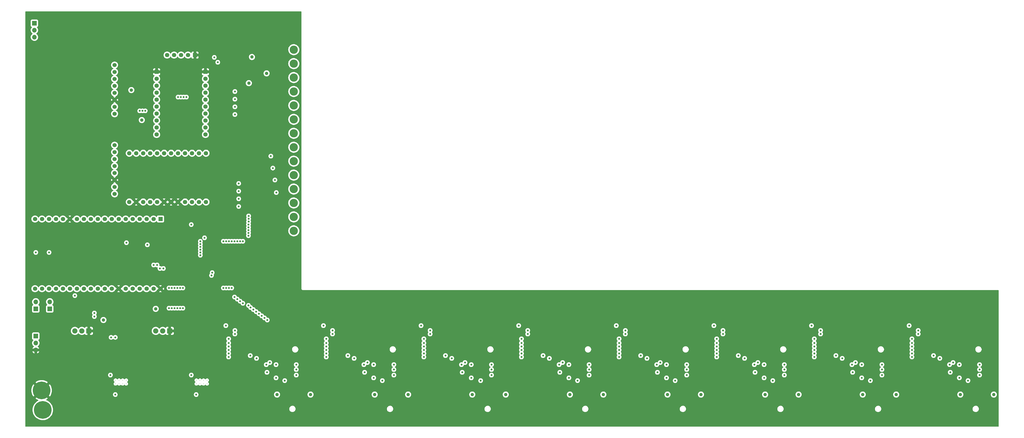
<source format=gbr>
%TF.GenerationSoftware,KiCad,Pcbnew,(6.0.1-0)*%
%TF.CreationDate,2022-10-16T20:28:15-07:00*%
%TF.ProjectId,core_board,636f7265-5f62-46f6-9172-642e6b696361,rev?*%
%TF.SameCoordinates,Original*%
%TF.FileFunction,Copper,L2,Inr*%
%TF.FilePolarity,Positive*%
%FSLAX46Y46*%
G04 Gerber Fmt 4.6, Leading zero omitted, Abs format (unit mm)*
G04 Created by KiCad (PCBNEW (6.0.1-0)) date 2022-10-16 20:28:15*
%MOMM*%
%LPD*%
G01*
G04 APERTURE LIST*
%TA.AperFunction,ComponentPad*%
%ADD10C,0.300000*%
%TD*%
%TA.AperFunction,ComponentPad*%
%ADD11R,1.910000X1.910000*%
%TD*%
%TA.AperFunction,ComponentPad*%
%ADD12C,1.910000*%
%TD*%
%TA.AperFunction,ComponentPad*%
%ADD13C,3.000000*%
%TD*%
%TA.AperFunction,ComponentPad*%
%ADD14R,1.700000X1.700000*%
%TD*%
%TA.AperFunction,ComponentPad*%
%ADD15O,1.700000X1.700000*%
%TD*%
%TA.AperFunction,ComponentPad*%
%ADD16C,1.524000*%
%TD*%
%TA.AperFunction,ComponentPad*%
%ADD17R,1.560000X1.560000*%
%TD*%
%TA.AperFunction,ComponentPad*%
%ADD18C,1.560000*%
%TD*%
%TA.AperFunction,ComponentPad*%
%ADD19C,6.451600*%
%TD*%
%TA.AperFunction,ViaPad*%
%ADD20C,0.711200*%
%TD*%
%TA.AperFunction,ViaPad*%
%ADD21C,1.219200*%
%TD*%
G04 APERTURE END LIST*
D10*
%TO.N,N/C*%
%TO.C,U9*%
X159086000Y-275986000D03*
X159086000Y-274686000D03*
X160386000Y-275986000D03*
X160386000Y-274686000D03*
X161686000Y-275986000D03*
X161686000Y-274686000D03*
X162986000Y-275986000D03*
X162986000Y-274686000D03*
%TD*%
D11*
%TO.N,GND*%
%TO.C,U3*%
X149362000Y-256697000D03*
D12*
%TO.N,+3V3*%
X146812000Y-256697000D03*
%TO.N,+5V*%
X144262000Y-256697000D03*
%TD*%
D13*
%TO.N,/I2C_SDA_FAST*%
%TO.C,TP8*%
X224028000Y-204978000D03*
%TD*%
D14*
%TO.N,Net-(J2-Pad1)*%
%TO.C,J2*%
X130048000Y-258587000D03*
D15*
%TO.N,Net-(J2-Pad2)*%
X130048000Y-261127000D03*
%TO.N,GND*%
X130048000Y-263667000D03*
%TD*%
D13*
%TO.N,/I2C_SCL_SLOW*%
%TO.C,TP16*%
X224028000Y-220218000D03*
%TD*%
D16*
%TO.N,Net-(R3-Pad1)*%
%TO.C,U4*%
X158750000Y-159766000D03*
%TO.N,Net-(JP3-Pad1)*%
X158750000Y-162306000D03*
%TO.N,/SPI_MOSI_CORE*%
X158750000Y-164846000D03*
%TO.N,/SPI_MISO_CORE*%
X158750000Y-167386000D03*
%TO.N,/SPI_SCK_CORE*%
X158750000Y-169926000D03*
%TO.N,GND*%
X158750000Y-172466000D03*
%TO.N,+3V3*%
X158750000Y-175006000D03*
%TO.N,+5V*%
X158750000Y-177546000D03*
%TD*%
D17*
%TO.N,Net-(JP1-Pad2)*%
%TO.C,U1*%
X175462000Y-215900000D03*
D18*
%TO.N,unconnected-(U1-Pad2)*%
X172922000Y-215900000D03*
%TO.N,/BOARD_ID_0*%
X170382000Y-215900000D03*
%TO.N,/BOARD_ID_1*%
X167842000Y-215900000D03*
%TO.N,/BOARD_ID_2*%
X165302000Y-215900000D03*
%TO.N,/BOARD_ID_3*%
X162762000Y-215900000D03*
%TO.N,/BOARD_ID_4*%
X160222000Y-215900000D03*
%TO.N,/BOARD_ID_5*%
X157682000Y-215900000D03*
%TO.N,/BROADCAST*%
X155142000Y-215900000D03*
%TO.N,/SPI_CS_1*%
X152602000Y-215900000D03*
%TO.N,/SPI_CS_2*%
X150062000Y-215900000D03*
%TO.N,/SPI_SCK*%
X147522000Y-215900000D03*
%TO.N,/SPI_MISO*%
X144982000Y-215900000D03*
%TO.N,GND*%
X142442000Y-215900000D03*
%TO.N,/SPI_MOSI*%
X139902000Y-215900000D03*
%TO.N,unconnected-(U1-Pad16)*%
X137362000Y-215900000D03*
%TO.N,unconnected-(U1-Pad17)*%
X134822000Y-215900000D03*
%TO.N,unconnected-(U1-Pad18)*%
X132282000Y-215900000D03*
%TO.N,Net-(JP2-Pad2)*%
X129742000Y-215900000D03*
%TO.N,GND*%
X175462000Y-241300000D03*
%TO.N,/SPI_MOSI_CORE*%
X172922000Y-241300000D03*
%TO.N,/I2C_SCL_SLOW*%
X170382000Y-241300000D03*
%TO.N,/UART_TX*%
X167842000Y-241300000D03*
%TO.N,/UART_RX*%
X165302000Y-241300000D03*
%TO.N,/I2C_SDA_SLOW*%
X162762000Y-241300000D03*
%TO.N,GND*%
X160222000Y-241300000D03*
%TO.N,/SPI_MISO_CORE*%
X157682000Y-241300000D03*
%TO.N,/SPI_SCK_CORE*%
X155142000Y-241300000D03*
%TO.N,/SPI_CS_CORE*%
X152602000Y-241300000D03*
%TO.N,/I2C_SCL_FAST*%
X150062000Y-241300000D03*
%TO.N,/I2C_SDA_FAST*%
X147522000Y-241300000D03*
%TO.N,/INT*%
X144982000Y-241300000D03*
%TO.N,/BOARD_ID_6*%
X142442000Y-241300000D03*
%TO.N,/BOARD_ID_7*%
X139902000Y-241300000D03*
%TO.N,/SPI_CS_0*%
X137362000Y-241300000D03*
%TO.N,unconnected-(U1-Pad36)*%
X134822000Y-241300000D03*
%TO.N,unconnected-(U1-Pad37)*%
X132282000Y-241300000D03*
%TO.N,unconnected-(U1-Pad38)*%
X129742000Y-241300000D03*
%TD*%
D13*
%TO.N,/SPI_SCK_CORE*%
%TO.C,TP12*%
X224028000Y-194818000D03*
%TD*%
%TO.N,/SPI_MOSI_CORE*%
%TO.C,TP10*%
X224028000Y-184658000D03*
%TD*%
D14*
%TO.N,+5V*%
%TO.C,JP2*%
X130048000Y-248666000D03*
D15*
%TO.N,Net-(JP2-Pad2)*%
X130048000Y-246126000D03*
%TD*%
D19*
%TO.N,+12V*%
%TO.C,J1*%
X132588000Y-285496000D03*
%TO.N,GND*%
X132163820Y-278384000D03*
%TD*%
D16*
%TO.N,Net-(R9-Pad1)*%
%TO.C,U5*%
X158750000Y-188976000D03*
%TO.N,Net-(JP3-Pad3)*%
X158750000Y-191516000D03*
%TO.N,/SPI_MOSI_CORE*%
X158750000Y-194056000D03*
%TO.N,/SPI_MISO_CORE*%
X158750000Y-196596000D03*
%TO.N,/SPI_SCK_CORE*%
X158750000Y-199136000D03*
%TO.N,GND*%
X158750000Y-201676000D03*
%TO.N,+3V3*%
X158750000Y-204216000D03*
%TO.N,+5V*%
X158750000Y-206756000D03*
%TD*%
D13*
%TO.N,/SPI_MISO_CORE*%
%TO.C,TP11*%
X224028000Y-189738000D03*
%TD*%
D14*
%TO.N,+3V3*%
%TO.C,JP1*%
X135128000Y-248666000D03*
D15*
%TO.N,Net-(JP1-Pad2)*%
X135128000Y-246126000D03*
%TD*%
D18*
%TO.N,/Button_0*%
%TO.C,U6*%
X191841100Y-185100500D03*
%TO.N,/Button_1*%
X191841100Y-182560500D03*
%TO.N,/Button_2*%
X191841100Y-180020500D03*
%TO.N,/Button_3*%
X191841100Y-177480500D03*
%TO.N,/Button_4*%
X191841100Y-174940500D03*
%TO.N,/Button_5*%
X191841100Y-172400500D03*
%TO.N,/Button_6*%
X191841100Y-169860500D03*
%TO.N,/Button_7*%
X191841100Y-167320500D03*
%TO.N,+3V3*%
X191841100Y-164780500D03*
D17*
%TO.N,GND*%
X191841100Y-162240500D03*
X188031100Y-156144500D03*
D18*
%TO.N,+3V3*%
X185491100Y-156144500D03*
%TO.N,/I2C_SDA_SLOW*%
X182951100Y-156144500D03*
%TO.N,/I2C_SCL_SLOW*%
X180411100Y-156144500D03*
%TO.N,/INT*%
X177871100Y-156144500D03*
D17*
%TO.N,GND*%
X174061660Y-162240500D03*
D18*
%TO.N,+3V3*%
X174061660Y-164780500D03*
%TO.N,/LED_0*%
X174061660Y-167320500D03*
%TO.N,/LED_1*%
X174061660Y-169860500D03*
%TO.N,/LED_2*%
X174061660Y-172400500D03*
%TO.N,/LED_3*%
X174061660Y-174940500D03*
%TO.N,/LED_4*%
X174061660Y-177480500D03*
%TO.N,/LED_5*%
X174061660Y-180020500D03*
%TO.N,/LED_6*%
X174061660Y-182560500D03*
%TO.N,/LED_7*%
X174061660Y-185100500D03*
%TD*%
D13*
%TO.N,/SPI_MOSI*%
%TO.C,TP3*%
X224028000Y-174498000D03*
%TD*%
D11*
%TO.N,GND*%
%TO.C,U2*%
X178826000Y-256697000D03*
D12*
%TO.N,/EXT_3V3*%
X176276000Y-256697000D03*
%TO.N,/EXT_5V*%
X173726000Y-256697000D03*
%TD*%
D18*
%TO.N,+3V3*%
%TO.C,U7*%
X164101500Y-209701500D03*
%TO.N,GND*%
X166641500Y-209701500D03*
%TO.N,/I2C_SDA_SLOW*%
X169181500Y-209701500D03*
%TO.N,/I2C_SCL_SLOW*%
X171721500Y-209701500D03*
%TO.N,unconnected-(U7-Pad5)*%
X174261500Y-209701500D03*
%TO.N,GND*%
X176801500Y-209701500D03*
X179341500Y-209701500D03*
X181881500Y-209701500D03*
%TO.N,/I2C_SDA_0*%
X184421500Y-209701500D03*
%TO.N,/I2C_SCL_0*%
X186961500Y-209701500D03*
%TO.N,/I2C_SDA_1*%
X189501500Y-209701500D03*
%TO.N,/I2C_SCL_1*%
X192041500Y-209701500D03*
%TO.N,/I2C_SDA_2*%
X192041500Y-191921500D03*
%TO.N,/I2C_SCL_2*%
X189501500Y-191921500D03*
%TO.N,/I2C_SDA_3*%
X186961500Y-191921500D03*
%TO.N,/I2C_SCL_3*%
X184421500Y-191921500D03*
%TO.N,/I2C_SDA_4*%
X181881500Y-191921500D03*
%TO.N,/I2C_SCL_4*%
X179341500Y-191921500D03*
%TO.N,/I2C_SDA_5*%
X176801500Y-191921500D03*
%TO.N,/I2C_SCL_5*%
X174261500Y-191921500D03*
%TO.N,/I2C_SDA_6*%
X171721500Y-191921500D03*
%TO.N,/I2C_SCL_6*%
X169181500Y-191921500D03*
%TO.N,/I2C_SDA_7*%
X166641500Y-191921500D03*
%TO.N,/I2C_SCL_7*%
X164101500Y-191921500D03*
%TD*%
D13*
%TO.N,/I2C_SDA_SLOW*%
%TO.C,TP15*%
X224028000Y-215138000D03*
%TD*%
%TO.N,/SPI_CS_0*%
%TO.C,TP6*%
X224028000Y-179578000D03*
%TD*%
%TO.N,/I2C_SCL_FAST*%
%TO.C,TP9*%
X224028000Y-210058000D03*
%TD*%
%TO.N,/SPI_SCK*%
%TO.C,TP5*%
X224028000Y-164338000D03*
%TD*%
%TO.N,/SPI_CS_CORE*%
%TO.C,TP13*%
X224028000Y-199898000D03*
%TD*%
D14*
%TO.N,Net-(JP3-Pad1)*%
%TO.C,JP3*%
X129540000Y-144526000D03*
D15*
%TO.N,/SPI_CS_CORE*%
X129540000Y-147066000D03*
%TO.N,Net-(JP3-Pad3)*%
X129540000Y-149606000D03*
%TD*%
D13*
%TO.N,/SPI_MISO*%
%TO.C,TP4*%
X224028000Y-169418000D03*
%TD*%
%TO.N,/SPI_CS_1*%
%TO.C,TP14*%
X224028000Y-154178000D03*
%TD*%
%TO.N,/SPI_CS_2*%
%TO.C,TP7*%
X224028000Y-159258000D03*
%TD*%
D10*
%TO.N,N/C*%
%TO.C,U8*%
X188550000Y-275986000D03*
X188550000Y-274686000D03*
X189850000Y-275986000D03*
X189850000Y-274686000D03*
X191150000Y-275986000D03*
X191150000Y-274686000D03*
X192450000Y-275986000D03*
X192450000Y-274686000D03*
%TD*%
D20*
%TO.N,/I2C_SCL_SLOW*%
X170688000Y-225298000D03*
%TO.N,/I2C_SDA_SLOW*%
X163068000Y-224536000D03*
%TO.N,/SPI_CS_1*%
X356494000Y-271788000D03*
X421518000Y-265692000D03*
X271404000Y-259596000D03*
X249814000Y-271788000D03*
X243718000Y-265692000D03*
X314838000Y-265692000D03*
X279278000Y-265692000D03*
X463168520Y-271779520D03*
X385958000Y-265692000D03*
X189984000Y-224020000D03*
X235844000Y-259596000D03*
X320934000Y-271788000D03*
X200284000Y-259596000D03*
X427614000Y-271788000D03*
X449198520Y-259587520D03*
X214254000Y-271788000D03*
X306964000Y-259596000D03*
X378084000Y-259596000D03*
X350398000Y-265692000D03*
X413644000Y-259596000D03*
X342524000Y-259596000D03*
X208158000Y-265692000D03*
X392054000Y-271788000D03*
X457072520Y-265683520D03*
X285374000Y-271788000D03*
%TO.N,/SPI_CS_CORE*%
X176530000Y-233934000D03*
X217651631Y-206248000D03*
%TO.N,/SPI_SCK_CORE*%
X217143631Y-201676000D03*
X175260000Y-233934000D03*
%TO.N,/SPI_MISO_CORE*%
X174244000Y-232664000D03*
X216407520Y-197332111D03*
%TO.N,/SPI_MOSI_CORE*%
X172974000Y-232664000D03*
X215671409Y-192988222D03*
%TO.N,/I2C_SCL_FAST*%
X202570000Y-257818000D03*
X451484520Y-257809520D03*
X194056000Y-236474000D03*
X309250000Y-257818000D03*
X380370000Y-257818000D03*
X344810000Y-257818000D03*
X415930000Y-257818000D03*
X273690000Y-257818000D03*
X238130000Y-257818000D03*
%TO.N,/I2C_SDA_FAST*%
X273690000Y-256548000D03*
X194310000Y-235458000D03*
X451484520Y-256539520D03*
X380370000Y-256548000D03*
X415930000Y-256548000D03*
X309250000Y-256548000D03*
X344810000Y-256548000D03*
X238130000Y-256548000D03*
X202570000Y-256548000D03*
%TO.N,/SPI_CS_2*%
X430916000Y-273820000D03*
X466470520Y-273811520D03*
X342524000Y-261120000D03*
X423804000Y-266708000D03*
X388244000Y-266708000D03*
X210444000Y-266708000D03*
X449198520Y-261111520D03*
X317124000Y-266708000D03*
X189984000Y-225036000D03*
X200284000Y-261120000D03*
X306964000Y-261120000D03*
X413644000Y-261120000D03*
X324236000Y-273820000D03*
X352684000Y-266708000D03*
X459358520Y-266699520D03*
X246004000Y-266708000D03*
X288676000Y-273820000D03*
X395356000Y-273820000D03*
X253116000Y-273820000D03*
X217556000Y-273820000D03*
X271404000Y-261120000D03*
X378084000Y-261120000D03*
X235844000Y-261120000D03*
X359796000Y-273820000D03*
X281564000Y-266708000D03*
%TO.N,/SPI_CS_0*%
X413644000Y-266200000D03*
X189984000Y-229100000D03*
X144272000Y-243840000D03*
X200284000Y-266200000D03*
X342524000Y-266200000D03*
X271404000Y-266200000D03*
X378084000Y-266200000D03*
X235844000Y-266200000D03*
X449198520Y-266191520D03*
X306964000Y-266200000D03*
%TO.N,/SPI_SCK*%
X359796000Y-268994000D03*
X200284000Y-262390000D03*
X260482000Y-270772000D03*
X296042000Y-270772000D03*
X331602000Y-270772000D03*
X378084000Y-262390000D03*
X189984000Y-226052000D03*
X402722000Y-270772000D03*
X466470520Y-268985520D03*
X288676000Y-268994000D03*
X473836520Y-270763520D03*
X367162000Y-270772000D03*
X324236000Y-268994000D03*
X253116000Y-268994000D03*
X430916000Y-268994000D03*
X342524000Y-262390000D03*
X271404000Y-262390000D03*
X224922000Y-270772000D03*
X395356000Y-268994000D03*
X449198520Y-262381520D03*
X217556000Y-268994000D03*
X306964000Y-262390000D03*
X438282000Y-270772000D03*
X413644000Y-262390000D03*
X235844000Y-262390000D03*
%TO.N,/SPI_MISO*%
X428630000Y-268232000D03*
X413644000Y-263660000D03*
X260482000Y-268994000D03*
X378084000Y-263660000D03*
X271404000Y-263660000D03*
X357510000Y-268232000D03*
X331602000Y-268994000D03*
X438282000Y-268994000D03*
X393070000Y-268232000D03*
X200284000Y-263660000D03*
X342524000Y-263660000D03*
X224922000Y-268994000D03*
X235844000Y-263660000D03*
X296042000Y-268994000D03*
X286390000Y-268232000D03*
X306964000Y-263660000D03*
X215270000Y-268232000D03*
X189984000Y-227068000D03*
X367162000Y-268994000D03*
X321950000Y-268232000D03*
X473836520Y-268985520D03*
X464184520Y-268223520D03*
X250830000Y-268232000D03*
X402722000Y-268994000D03*
X449198520Y-263651520D03*
%TO.N,/SPI_MOSI*%
X320680000Y-268994000D03*
X214000000Y-268994000D03*
X378084000Y-264930000D03*
X391800000Y-268994000D03*
X402722000Y-272804000D03*
X342524000Y-264930000D03*
X473836520Y-272795520D03*
X449198520Y-264921520D03*
X331602000Y-272804000D03*
X306964000Y-264930000D03*
X462914520Y-268985520D03*
X356240000Y-268994000D03*
X271404000Y-264930000D03*
X427360000Y-268994000D03*
X285120000Y-268994000D03*
X260482000Y-272804000D03*
X296042000Y-272804000D03*
X235844000Y-264930000D03*
X200284000Y-264930000D03*
X413644000Y-264930000D03*
X189984000Y-228084000D03*
X224922000Y-272804000D03*
X438282000Y-272804000D03*
X249560000Y-268994000D03*
X367162000Y-272804000D03*
%TO.N,Net-(C16-Pad2)*%
X159004000Y-279908000D03*
X157226000Y-272796000D03*
D21*
%TO.N,GND*%
X300990000Y-273812000D03*
X150368000Y-150622000D03*
X295656000Y-279781000D03*
X163830000Y-143383000D03*
X156210000Y-143383000D03*
X148590000Y-143383000D03*
D20*
X142367000Y-278638000D03*
X155575000Y-280670000D03*
D21*
X478790000Y-269748000D03*
D20*
X143891000Y-277114000D03*
D21*
X224536000Y-279781000D03*
D20*
X155575000Y-282194000D03*
D21*
X407670000Y-273812000D03*
X135636000Y-269494000D03*
X478790000Y-271780000D03*
D20*
X156718000Y-283718000D03*
D21*
X407670000Y-269748000D03*
D20*
X145288000Y-277114000D03*
D21*
X443230000Y-269748000D03*
D20*
X173355000Y-278638000D03*
D21*
X372110000Y-269748000D03*
X157988000Y-150622000D03*
D20*
X184785000Y-280416000D03*
D21*
X366776000Y-279781000D03*
X140970000Y-143383000D03*
X478790000Y-273812000D03*
X402336000Y-279781000D03*
X179070000Y-143383000D03*
X300990000Y-267716000D03*
D20*
X146812000Y-278638000D03*
D21*
X443230000Y-271780000D03*
X478790000Y-267716000D03*
X130810000Y-267589000D03*
D20*
X171831000Y-277114000D03*
X155575000Y-283718000D03*
D21*
X173228000Y-150622000D03*
D20*
X183261000Y-281559000D03*
D21*
X229870000Y-271780000D03*
X437896000Y-279781000D03*
X186690000Y-143383000D03*
D20*
X143891000Y-278638000D03*
D21*
X372110000Y-271780000D03*
X372110000Y-273812000D03*
X300990000Y-271780000D03*
D20*
X184785000Y-281559000D03*
X146812000Y-277114000D03*
D21*
X443230000Y-267716000D03*
D20*
X174752000Y-278638000D03*
X176276000Y-277114000D03*
D21*
X165608000Y-150622000D03*
X260096000Y-279781000D03*
X336550000Y-269748000D03*
D20*
X174752000Y-277114000D03*
D21*
X135128000Y-150622000D03*
D20*
X145288000Y-278638000D03*
X176276000Y-278638000D03*
D21*
X407670000Y-267716000D03*
D20*
X142367000Y-277114000D03*
D21*
X133223000Y-267589000D03*
X180848000Y-150622000D03*
X443230000Y-273812000D03*
D20*
X156718000Y-280670000D03*
D21*
X336550000Y-271780000D03*
X133223000Y-269494000D03*
X142748000Y-150622000D03*
D20*
X186309000Y-280416000D03*
D21*
X372110000Y-267716000D03*
X229870000Y-273812000D03*
X135636000Y-267589000D03*
X229870000Y-269748000D03*
D20*
X173355000Y-277114000D03*
D21*
X171450000Y-143383000D03*
D20*
X156718000Y-282194000D03*
D21*
X473456000Y-279781000D03*
X229870000Y-267716000D03*
X265430000Y-271780000D03*
D20*
X183261000Y-280416000D03*
X186309000Y-281559000D03*
D21*
X265430000Y-269748000D03*
X336550000Y-267716000D03*
X188468000Y-150622000D03*
X265430000Y-273812000D03*
X331216000Y-279781000D03*
X128397000Y-267589000D03*
X300990000Y-269748000D03*
X336550000Y-273812000D03*
X265430000Y-267716000D03*
X128397000Y-269494000D03*
X130810000Y-269494000D03*
X407670000Y-271780000D03*
D20*
%TO.N,Net-(C9-Pad2)*%
X188468000Y-279908000D03*
X186690000Y-272796000D03*
D21*
%TO.N,+3V3*%
X168656000Y-179832000D03*
X154686000Y-252730000D03*
X214122000Y-162814000D03*
X164846000Y-168910000D03*
X208788000Y-156845000D03*
X173736000Y-248666000D03*
X207645000Y-166370000D03*
D20*
%TO.N,/I2C_SDA_0*%
X198374000Y-224028000D03*
X203962000Y-202946000D03*
X198374000Y-241046000D03*
%TO.N,/I2C_SCL_0*%
X199390000Y-224028000D03*
X203962000Y-205740000D03*
X199390000Y-241046000D03*
%TO.N,/I2C_SDA_1*%
X203962000Y-208534000D03*
X200406000Y-224028000D03*
X200406000Y-241046000D03*
%TO.N,/I2C_SCL_1*%
X203962000Y-211328000D03*
X201422000Y-224028000D03*
X201422000Y-241046000D03*
%TO.N,/I2C_SDA_2*%
X207570944Y-214818076D03*
X214376000Y-252730000D03*
%TO.N,/I2C_SCL_2*%
X213360000Y-251968000D03*
X207568008Y-215849992D03*
%TO.N,/I2C_SDA_3*%
X212344000Y-251206000D03*
X207555506Y-216878494D03*
%TO.N,/I2C_SCL_3*%
X211328000Y-250444000D03*
X207543004Y-217906996D03*
%TO.N,/I2C_SDA_4*%
X207530502Y-218935498D03*
X210312000Y-249682000D03*
%TO.N,/I2C_SCL_4*%
X207530502Y-219951498D03*
X209296000Y-248920000D03*
%TO.N,/I2C_SDA_5*%
X208280000Y-248158000D03*
X207530502Y-220967498D03*
%TO.N,/I2C_SCL_5*%
X207518000Y-247396000D03*
X207505490Y-221983490D03*
%TO.N,/I2C_SDA_6*%
X202565000Y-169418000D03*
X205486000Y-246634000D03*
X205486000Y-224028000D03*
%TO.N,/I2C_SCL_6*%
X204470000Y-224028000D03*
X204470000Y-245872000D03*
X202565000Y-172212000D03*
%TO.N,/I2C_SDA_7*%
X202565000Y-175006000D03*
X203454000Y-224028000D03*
X203454000Y-245110000D03*
%TO.N,/I2C_SCL_7*%
X202438000Y-224028000D03*
X202565000Y-177800000D03*
X202438000Y-244348000D03*
%TO.N,Net-(J2-Pad1)*%
X159004000Y-259048500D03*
%TO.N,Net-(J2-Pad2)*%
X157480000Y-259048500D03*
%TO.N,/INT*%
X130048000Y-228092000D03*
X134874000Y-228092000D03*
D21*
%TO.N,/EXT_5V*%
X324612000Y-279908000D03*
X466852000Y-279908000D03*
X431292000Y-279908000D03*
X217932000Y-279908000D03*
X253492000Y-279908000D03*
X395732000Y-279908000D03*
X360172000Y-279908000D03*
X289052000Y-279908000D03*
D20*
%TO.N,/BOARD_ID_1*%
X256286000Y-274828000D03*
X182626000Y-241046000D03*
X182626000Y-248412000D03*
%TO.N,/BROADCAST*%
X234828000Y-254770000D03*
X377068000Y-254770000D03*
X199268000Y-254770000D03*
X305948000Y-254770000D03*
X191516000Y-222758000D03*
X412628000Y-254770000D03*
X341508000Y-254770000D03*
X186690000Y-217932000D03*
X448182520Y-254761520D03*
X270388000Y-254770000D03*
D21*
%TO.N,/EXT_3V3*%
X479044000Y-279908000D03*
X372364000Y-279908000D03*
X230124000Y-279908000D03*
X407924000Y-279908000D03*
X443484000Y-279908000D03*
X336804000Y-279908000D03*
X265684000Y-279908000D03*
X301244000Y-279908000D03*
D20*
%TO.N,/BOARD_ID_7*%
X469646000Y-274828000D03*
X151384000Y-251460000D03*
%TO.N,/BOARD_ID_6*%
X434086000Y-274828000D03*
X151384000Y-250190000D03*
%TO.N,/BOARD_ID_5*%
X178562000Y-241046000D03*
X178562000Y-248412000D03*
X398526000Y-274828000D03*
%TO.N,/BOARD_ID_3*%
X180594000Y-241046000D03*
X180594000Y-248412000D03*
X327406000Y-274828000D03*
%TO.N,/BOARD_ID_4*%
X179578000Y-241046000D03*
X362966000Y-274828000D03*
X179578000Y-248412000D03*
%TO.N,/BOARD_ID_0*%
X220726000Y-274828000D03*
X183642000Y-248412000D03*
X183642000Y-241046000D03*
%TO.N,/BOARD_ID_2*%
X181610000Y-241046000D03*
X292100000Y-274828000D03*
X181610000Y-248412000D03*
%TO.N,/Button_0*%
X195072000Y-156972000D03*
%TO.N,/Button_1*%
X196342000Y-158750000D03*
%TO.N,/LED_0*%
X167894000Y-176477561D03*
%TO.N,/LED_1*%
X168910000Y-176477561D03*
%TO.N,/LED_2*%
X169926000Y-176477567D03*
%TO.N,/LED_4*%
X181864000Y-171450000D03*
%TO.N,/LED_5*%
X182880000Y-171450000D03*
%TO.N,/LED_6*%
X183896000Y-171450000D03*
%TO.N,/LED_7*%
X184912000Y-171450000D03*
%TD*%
%TA.AperFunction,Conductor*%
%TO.N,GND*%
G36*
X226764121Y-140228002D02*
G01*
X226810614Y-140281658D01*
X226822000Y-140334000D01*
X226822000Y-241291298D01*
X226821998Y-241292068D01*
X226821524Y-241369652D01*
X226823990Y-241378281D01*
X226823991Y-241378286D01*
X226829639Y-241398048D01*
X226833217Y-241414809D01*
X226836130Y-241435152D01*
X226836133Y-241435162D01*
X226837405Y-241444045D01*
X226848021Y-241467395D01*
X226854464Y-241484907D01*
X226861512Y-241509565D01*
X226877274Y-241534548D01*
X226885404Y-241549614D01*
X226897633Y-241576510D01*
X226914374Y-241595939D01*
X226925479Y-241610947D01*
X226939160Y-241632631D01*
X226945888Y-241638573D01*
X226961296Y-241652181D01*
X226973340Y-241664373D01*
X226992619Y-241686747D01*
X227000147Y-241691626D01*
X227000150Y-241691629D01*
X227014139Y-241700696D01*
X227029013Y-241711986D01*
X227048228Y-241728956D01*
X227056354Y-241732771D01*
X227056355Y-241732772D01*
X227062021Y-241735432D01*
X227074966Y-241741510D01*
X227089935Y-241749824D01*
X227114727Y-241765893D01*
X227139160Y-241773200D01*
X227139290Y-241773239D01*
X227156736Y-241779901D01*
X227179948Y-241790799D01*
X227209130Y-241795343D01*
X227225849Y-241799126D01*
X227245536Y-241805014D01*
X227245539Y-241805015D01*
X227254141Y-241807587D01*
X227263116Y-241807642D01*
X227263117Y-241807642D01*
X227269810Y-241807683D01*
X227288556Y-241807797D01*
X227289328Y-241807830D01*
X227290423Y-241808000D01*
X227321298Y-241808000D01*
X227322068Y-241808002D01*
X227395716Y-241808452D01*
X227395717Y-241808452D01*
X227399652Y-241808476D01*
X227400996Y-241808092D01*
X227402341Y-241808000D01*
X480696000Y-241808000D01*
X480764121Y-241828002D01*
X480810614Y-241881658D01*
X480822000Y-241934000D01*
X480822000Y-291466000D01*
X480801998Y-291534121D01*
X480748342Y-291580614D01*
X480696000Y-291592000D01*
X126364000Y-291592000D01*
X126295879Y-291571998D01*
X126249386Y-291518342D01*
X126238000Y-291466000D01*
X126238000Y-285482948D01*
X128848924Y-285482948D01*
X128849074Y-285486129D01*
X128865706Y-285838816D01*
X128866746Y-285860872D01*
X128922669Y-286235060D01*
X129016120Y-286601682D01*
X129146141Y-286956982D01*
X129311403Y-287297325D01*
X129510212Y-287619224D01*
X129740533Y-287919384D01*
X130000008Y-288194733D01*
X130002413Y-288196817D01*
X130002419Y-288196822D01*
X130283574Y-288440365D01*
X130285981Y-288442450D01*
X130595523Y-288660000D01*
X130925465Y-288845155D01*
X130928379Y-288846422D01*
X130928383Y-288846424D01*
X130961547Y-288860844D01*
X131272429Y-288996019D01*
X131444107Y-289050808D01*
X131629819Y-289110077D01*
X131629827Y-289110079D01*
X131632863Y-289111048D01*
X131834128Y-289153461D01*
X131999957Y-289188407D01*
X131999962Y-289188408D01*
X132003076Y-289189064D01*
X132379278Y-289229269D01*
X132382465Y-289229286D01*
X132382471Y-289229286D01*
X132554078Y-289230184D01*
X132757617Y-289231250D01*
X132899988Y-289217541D01*
X133131054Y-289195292D01*
X133131059Y-289195291D01*
X133134219Y-289194987D01*
X133137338Y-289194364D01*
X133137343Y-289194363D01*
X133502101Y-289121477D01*
X133502100Y-289121477D01*
X133505229Y-289120852D01*
X133782953Y-289035413D01*
X133863805Y-289010540D01*
X133863808Y-289010539D01*
X133866847Y-289009604D01*
X133869775Y-289008367D01*
X133869781Y-289008365D01*
X134026578Y-288942131D01*
X134215372Y-288862381D01*
X134218175Y-288860847D01*
X134218180Y-288860844D01*
X134361196Y-288782545D01*
X134547235Y-288680691D01*
X134859038Y-288466395D01*
X135147589Y-288221686D01*
X135149794Y-288219394D01*
X135149800Y-288219389D01*
X135407719Y-287951372D01*
X135407722Y-287951369D01*
X135409934Y-287949070D01*
X135643386Y-287651337D01*
X135845555Y-287331538D01*
X135846972Y-287328695D01*
X135846977Y-287328687D01*
X136012951Y-286995793D01*
X136014371Y-286992945D01*
X136148106Y-286639025D01*
X136157247Y-286604673D01*
X136244570Y-286276487D01*
X136245391Y-286273402D01*
X136246547Y-286266190D01*
X136292768Y-285977619D01*
X136305229Y-285899820D01*
X136308221Y-285847941D01*
X136326910Y-285523797D01*
X136327008Y-285522104D01*
X136327099Y-285496000D01*
X136326093Y-285476126D01*
X136313862Y-285234702D01*
X222391141Y-285234702D01*
X222426732Y-285441828D01*
X222499472Y-285638999D01*
X222606926Y-285819612D01*
X222745494Y-285977619D01*
X222910537Y-286107728D01*
X222915653Y-286110419D01*
X222915655Y-286110421D01*
X223091410Y-286202890D01*
X223096527Y-286205582D01*
X223297234Y-286267904D01*
X223302969Y-286268583D01*
X223302970Y-286268583D01*
X223333532Y-286272200D01*
X223467874Y-286288100D01*
X223589316Y-286288100D01*
X223745279Y-286273769D01*
X223750841Y-286272200D01*
X223750843Y-286272200D01*
X223882531Y-286235060D01*
X223947549Y-286216723D01*
X224136037Y-286123771D01*
X224304429Y-285998027D01*
X224392298Y-285902971D01*
X224443167Y-285847941D01*
X224443169Y-285847938D01*
X224447086Y-285843701D01*
X224559231Y-285665962D01*
X224637108Y-285470763D01*
X224638233Y-285465106D01*
X224638235Y-285465100D01*
X224676981Y-285270307D01*
X224676981Y-285270305D01*
X224678108Y-285264640D01*
X224678426Y-285240400D01*
X224678501Y-285234702D01*
X257951141Y-285234702D01*
X257986732Y-285441828D01*
X258059472Y-285638999D01*
X258166926Y-285819612D01*
X258305494Y-285977619D01*
X258470537Y-286107728D01*
X258475653Y-286110419D01*
X258475655Y-286110421D01*
X258651410Y-286202890D01*
X258656527Y-286205582D01*
X258857234Y-286267904D01*
X258862969Y-286268583D01*
X258862970Y-286268583D01*
X258893532Y-286272200D01*
X259027874Y-286288100D01*
X259149316Y-286288100D01*
X259305279Y-286273769D01*
X259310841Y-286272200D01*
X259310843Y-286272200D01*
X259442531Y-286235060D01*
X259507549Y-286216723D01*
X259696037Y-286123771D01*
X259864429Y-285998027D01*
X259952298Y-285902971D01*
X260003167Y-285847941D01*
X260003169Y-285847938D01*
X260007086Y-285843701D01*
X260119231Y-285665962D01*
X260197108Y-285470763D01*
X260198233Y-285465106D01*
X260198235Y-285465100D01*
X260236981Y-285270307D01*
X260236981Y-285270305D01*
X260238108Y-285264640D01*
X260238426Y-285240400D01*
X260238501Y-285234702D01*
X293511141Y-285234702D01*
X293546732Y-285441828D01*
X293619472Y-285638999D01*
X293726926Y-285819612D01*
X293865494Y-285977619D01*
X294030537Y-286107728D01*
X294035653Y-286110419D01*
X294035655Y-286110421D01*
X294211410Y-286202890D01*
X294216527Y-286205582D01*
X294417234Y-286267904D01*
X294422969Y-286268583D01*
X294422970Y-286268583D01*
X294453532Y-286272200D01*
X294587874Y-286288100D01*
X294709316Y-286288100D01*
X294865279Y-286273769D01*
X294870841Y-286272200D01*
X294870843Y-286272200D01*
X295002531Y-286235060D01*
X295067549Y-286216723D01*
X295256037Y-286123771D01*
X295424429Y-285998027D01*
X295512298Y-285902971D01*
X295563167Y-285847941D01*
X295563169Y-285847938D01*
X295567086Y-285843701D01*
X295679231Y-285665962D01*
X295757108Y-285470763D01*
X295758233Y-285465106D01*
X295758235Y-285465100D01*
X295796981Y-285270307D01*
X295796981Y-285270305D01*
X295798108Y-285264640D01*
X295798426Y-285240400D01*
X295798501Y-285234702D01*
X329071141Y-285234702D01*
X329106732Y-285441828D01*
X329179472Y-285638999D01*
X329286926Y-285819612D01*
X329425494Y-285977619D01*
X329590537Y-286107728D01*
X329595653Y-286110419D01*
X329595655Y-286110421D01*
X329771410Y-286202890D01*
X329776527Y-286205582D01*
X329977234Y-286267904D01*
X329982969Y-286268583D01*
X329982970Y-286268583D01*
X330013532Y-286272200D01*
X330147874Y-286288100D01*
X330269316Y-286288100D01*
X330425279Y-286273769D01*
X330430841Y-286272200D01*
X330430843Y-286272200D01*
X330562531Y-286235060D01*
X330627549Y-286216723D01*
X330816037Y-286123771D01*
X330984429Y-285998027D01*
X331072298Y-285902971D01*
X331123167Y-285847941D01*
X331123169Y-285847938D01*
X331127086Y-285843701D01*
X331239231Y-285665962D01*
X331317108Y-285470763D01*
X331318233Y-285465106D01*
X331318235Y-285465100D01*
X331356981Y-285270307D01*
X331356981Y-285270305D01*
X331358108Y-285264640D01*
X331358426Y-285240400D01*
X331358501Y-285234702D01*
X364631141Y-285234702D01*
X364666732Y-285441828D01*
X364739472Y-285638999D01*
X364846926Y-285819612D01*
X364985494Y-285977619D01*
X365150537Y-286107728D01*
X365155653Y-286110419D01*
X365155655Y-286110421D01*
X365331410Y-286202890D01*
X365336527Y-286205582D01*
X365537234Y-286267904D01*
X365542969Y-286268583D01*
X365542970Y-286268583D01*
X365573532Y-286272200D01*
X365707874Y-286288100D01*
X365829316Y-286288100D01*
X365985279Y-286273769D01*
X365990841Y-286272200D01*
X365990843Y-286272200D01*
X366122531Y-286235060D01*
X366187549Y-286216723D01*
X366376037Y-286123771D01*
X366544429Y-285998027D01*
X366632298Y-285902971D01*
X366683167Y-285847941D01*
X366683169Y-285847938D01*
X366687086Y-285843701D01*
X366799231Y-285665962D01*
X366877108Y-285470763D01*
X366878233Y-285465106D01*
X366878235Y-285465100D01*
X366916981Y-285270307D01*
X366916981Y-285270305D01*
X366918108Y-285264640D01*
X366918426Y-285240400D01*
X366918501Y-285234702D01*
X400191141Y-285234702D01*
X400226732Y-285441828D01*
X400299472Y-285638999D01*
X400406926Y-285819612D01*
X400545494Y-285977619D01*
X400710537Y-286107728D01*
X400715653Y-286110419D01*
X400715655Y-286110421D01*
X400891410Y-286202890D01*
X400896527Y-286205582D01*
X401097234Y-286267904D01*
X401102969Y-286268583D01*
X401102970Y-286268583D01*
X401133532Y-286272200D01*
X401267874Y-286288100D01*
X401389316Y-286288100D01*
X401545279Y-286273769D01*
X401550841Y-286272200D01*
X401550843Y-286272200D01*
X401682531Y-286235060D01*
X401747549Y-286216723D01*
X401936037Y-286123771D01*
X402104429Y-285998027D01*
X402192298Y-285902971D01*
X402243167Y-285847941D01*
X402243169Y-285847938D01*
X402247086Y-285843701D01*
X402359231Y-285665962D01*
X402437108Y-285470763D01*
X402438233Y-285465106D01*
X402438235Y-285465100D01*
X402476981Y-285270307D01*
X402476981Y-285270305D01*
X402478108Y-285264640D01*
X402478426Y-285240400D01*
X402478501Y-285234702D01*
X435751141Y-285234702D01*
X435786732Y-285441828D01*
X435859472Y-285638999D01*
X435966926Y-285819612D01*
X436105494Y-285977619D01*
X436270537Y-286107728D01*
X436275653Y-286110419D01*
X436275655Y-286110421D01*
X436451410Y-286202890D01*
X436456527Y-286205582D01*
X436657234Y-286267904D01*
X436662969Y-286268583D01*
X436662970Y-286268583D01*
X436693532Y-286272200D01*
X436827874Y-286288100D01*
X436949316Y-286288100D01*
X437105279Y-286273769D01*
X437110841Y-286272200D01*
X437110843Y-286272200D01*
X437242531Y-286235060D01*
X437307549Y-286216723D01*
X437496037Y-286123771D01*
X437664429Y-285998027D01*
X437752298Y-285902971D01*
X437803167Y-285847941D01*
X437803169Y-285847938D01*
X437807086Y-285843701D01*
X437919231Y-285665962D01*
X437997108Y-285470763D01*
X437998233Y-285465106D01*
X437998235Y-285465100D01*
X438036981Y-285270307D01*
X438036981Y-285270305D01*
X438038108Y-285264640D01*
X438038426Y-285240400D01*
X438038501Y-285234702D01*
X471311141Y-285234702D01*
X471346732Y-285441828D01*
X471419472Y-285638999D01*
X471526926Y-285819612D01*
X471665494Y-285977619D01*
X471830537Y-286107728D01*
X471835653Y-286110419D01*
X471835655Y-286110421D01*
X472011410Y-286202890D01*
X472016527Y-286205582D01*
X472217234Y-286267904D01*
X472222969Y-286268583D01*
X472222970Y-286268583D01*
X472253532Y-286272200D01*
X472387874Y-286288100D01*
X472509316Y-286288100D01*
X472665279Y-286273769D01*
X472670841Y-286272200D01*
X472670843Y-286272200D01*
X472802531Y-286235060D01*
X472867549Y-286216723D01*
X473056037Y-286123771D01*
X473224429Y-285998027D01*
X473312298Y-285902971D01*
X473363167Y-285847941D01*
X473363169Y-285847938D01*
X473367086Y-285843701D01*
X473479231Y-285665962D01*
X473557108Y-285470763D01*
X473558233Y-285465106D01*
X473558235Y-285465100D01*
X473596981Y-285270307D01*
X473596981Y-285270305D01*
X473598108Y-285264640D01*
X473598426Y-285240400D01*
X473600783Y-285060280D01*
X473600859Y-285054498D01*
X473565268Y-284847372D01*
X473492528Y-284650201D01*
X473385074Y-284469588D01*
X473246506Y-284311581D01*
X473081463Y-284181472D01*
X473076347Y-284178781D01*
X473076345Y-284178779D01*
X472900590Y-284086310D01*
X472900588Y-284086309D01*
X472895473Y-284083618D01*
X472694766Y-284021296D01*
X472689031Y-284020617D01*
X472689030Y-284020617D01*
X472640742Y-284014902D01*
X472524126Y-284001100D01*
X472402684Y-284001100D01*
X472246721Y-284015431D01*
X472241159Y-284017000D01*
X472241157Y-284017000D01*
X472209214Y-284026009D01*
X472044451Y-284072477D01*
X471855963Y-284165429D01*
X471687571Y-284291173D01*
X471683657Y-284295407D01*
X471683655Y-284295409D01*
X471616096Y-284368495D01*
X471544914Y-284445499D01*
X471432769Y-284623238D01*
X471354892Y-284818437D01*
X471353767Y-284824094D01*
X471353765Y-284824100D01*
X471348003Y-284853069D01*
X471313892Y-285024560D01*
X471313816Y-285030335D01*
X471313816Y-285030339D01*
X471313500Y-285054498D01*
X471311141Y-285234702D01*
X438038501Y-285234702D01*
X438040783Y-285060280D01*
X438040859Y-285054498D01*
X438005268Y-284847372D01*
X437932528Y-284650201D01*
X437825074Y-284469588D01*
X437686506Y-284311581D01*
X437521463Y-284181472D01*
X437516347Y-284178781D01*
X437516345Y-284178779D01*
X437340590Y-284086310D01*
X437340588Y-284086309D01*
X437335473Y-284083618D01*
X437134766Y-284021296D01*
X437129031Y-284020617D01*
X437129030Y-284020617D01*
X437080742Y-284014902D01*
X436964126Y-284001100D01*
X436842684Y-284001100D01*
X436686721Y-284015431D01*
X436681159Y-284017000D01*
X436681157Y-284017000D01*
X436649214Y-284026009D01*
X436484451Y-284072477D01*
X436295963Y-284165429D01*
X436127571Y-284291173D01*
X436123657Y-284295407D01*
X436123655Y-284295409D01*
X436056096Y-284368495D01*
X435984914Y-284445499D01*
X435872769Y-284623238D01*
X435794892Y-284818437D01*
X435793767Y-284824094D01*
X435793765Y-284824100D01*
X435788003Y-284853069D01*
X435753892Y-285024560D01*
X435753816Y-285030335D01*
X435753816Y-285030339D01*
X435753500Y-285054498D01*
X435751141Y-285234702D01*
X402478501Y-285234702D01*
X402480783Y-285060280D01*
X402480859Y-285054498D01*
X402445268Y-284847372D01*
X402372528Y-284650201D01*
X402265074Y-284469588D01*
X402126506Y-284311581D01*
X401961463Y-284181472D01*
X401956347Y-284178781D01*
X401956345Y-284178779D01*
X401780590Y-284086310D01*
X401780588Y-284086309D01*
X401775473Y-284083618D01*
X401574766Y-284021296D01*
X401569031Y-284020617D01*
X401569030Y-284020617D01*
X401520742Y-284014902D01*
X401404126Y-284001100D01*
X401282684Y-284001100D01*
X401126721Y-284015431D01*
X401121159Y-284017000D01*
X401121157Y-284017000D01*
X401089214Y-284026009D01*
X400924451Y-284072477D01*
X400735963Y-284165429D01*
X400567571Y-284291173D01*
X400563657Y-284295407D01*
X400563655Y-284295409D01*
X400496096Y-284368495D01*
X400424914Y-284445499D01*
X400312769Y-284623238D01*
X400234892Y-284818437D01*
X400233767Y-284824094D01*
X400233765Y-284824100D01*
X400228003Y-284853069D01*
X400193892Y-285024560D01*
X400193816Y-285030335D01*
X400193816Y-285030339D01*
X400193500Y-285054498D01*
X400191141Y-285234702D01*
X366918501Y-285234702D01*
X366920783Y-285060280D01*
X366920859Y-285054498D01*
X366885268Y-284847372D01*
X366812528Y-284650201D01*
X366705074Y-284469588D01*
X366566506Y-284311581D01*
X366401463Y-284181472D01*
X366396347Y-284178781D01*
X366396345Y-284178779D01*
X366220590Y-284086310D01*
X366220588Y-284086309D01*
X366215473Y-284083618D01*
X366014766Y-284021296D01*
X366009031Y-284020617D01*
X366009030Y-284020617D01*
X365960742Y-284014902D01*
X365844126Y-284001100D01*
X365722684Y-284001100D01*
X365566721Y-284015431D01*
X365561159Y-284017000D01*
X365561157Y-284017000D01*
X365529214Y-284026009D01*
X365364451Y-284072477D01*
X365175963Y-284165429D01*
X365007571Y-284291173D01*
X365003657Y-284295407D01*
X365003655Y-284295409D01*
X364936096Y-284368495D01*
X364864914Y-284445499D01*
X364752769Y-284623238D01*
X364674892Y-284818437D01*
X364673767Y-284824094D01*
X364673765Y-284824100D01*
X364668003Y-284853069D01*
X364633892Y-285024560D01*
X364633816Y-285030335D01*
X364633816Y-285030339D01*
X364633500Y-285054498D01*
X364631141Y-285234702D01*
X331358501Y-285234702D01*
X331360783Y-285060280D01*
X331360859Y-285054498D01*
X331325268Y-284847372D01*
X331252528Y-284650201D01*
X331145074Y-284469588D01*
X331006506Y-284311581D01*
X330841463Y-284181472D01*
X330836347Y-284178781D01*
X330836345Y-284178779D01*
X330660590Y-284086310D01*
X330660588Y-284086309D01*
X330655473Y-284083618D01*
X330454766Y-284021296D01*
X330449031Y-284020617D01*
X330449030Y-284020617D01*
X330400742Y-284014902D01*
X330284126Y-284001100D01*
X330162684Y-284001100D01*
X330006721Y-284015431D01*
X330001159Y-284017000D01*
X330001157Y-284017000D01*
X329969214Y-284026009D01*
X329804451Y-284072477D01*
X329615963Y-284165429D01*
X329447571Y-284291173D01*
X329443657Y-284295407D01*
X329443655Y-284295409D01*
X329376096Y-284368495D01*
X329304914Y-284445499D01*
X329192769Y-284623238D01*
X329114892Y-284818437D01*
X329113767Y-284824094D01*
X329113765Y-284824100D01*
X329108003Y-284853069D01*
X329073892Y-285024560D01*
X329073816Y-285030335D01*
X329073816Y-285030339D01*
X329073500Y-285054498D01*
X329071141Y-285234702D01*
X295798501Y-285234702D01*
X295800783Y-285060280D01*
X295800859Y-285054498D01*
X295765268Y-284847372D01*
X295692528Y-284650201D01*
X295585074Y-284469588D01*
X295446506Y-284311581D01*
X295281463Y-284181472D01*
X295276347Y-284178781D01*
X295276345Y-284178779D01*
X295100590Y-284086310D01*
X295100588Y-284086309D01*
X295095473Y-284083618D01*
X294894766Y-284021296D01*
X294889031Y-284020617D01*
X294889030Y-284020617D01*
X294840742Y-284014902D01*
X294724126Y-284001100D01*
X294602684Y-284001100D01*
X294446721Y-284015431D01*
X294441159Y-284017000D01*
X294441157Y-284017000D01*
X294409214Y-284026009D01*
X294244451Y-284072477D01*
X294055963Y-284165429D01*
X293887571Y-284291173D01*
X293883657Y-284295407D01*
X293883655Y-284295409D01*
X293816096Y-284368495D01*
X293744914Y-284445499D01*
X293632769Y-284623238D01*
X293554892Y-284818437D01*
X293553767Y-284824094D01*
X293553765Y-284824100D01*
X293548003Y-284853069D01*
X293513892Y-285024560D01*
X293513816Y-285030335D01*
X293513816Y-285030339D01*
X293513500Y-285054498D01*
X293511141Y-285234702D01*
X260238501Y-285234702D01*
X260240783Y-285060280D01*
X260240859Y-285054498D01*
X260205268Y-284847372D01*
X260132528Y-284650201D01*
X260025074Y-284469588D01*
X259886506Y-284311581D01*
X259721463Y-284181472D01*
X259716347Y-284178781D01*
X259716345Y-284178779D01*
X259540590Y-284086310D01*
X259540588Y-284086309D01*
X259535473Y-284083618D01*
X259334766Y-284021296D01*
X259329031Y-284020617D01*
X259329030Y-284020617D01*
X259280742Y-284014902D01*
X259164126Y-284001100D01*
X259042684Y-284001100D01*
X258886721Y-284015431D01*
X258881159Y-284017000D01*
X258881157Y-284017000D01*
X258849214Y-284026009D01*
X258684451Y-284072477D01*
X258495963Y-284165429D01*
X258327571Y-284291173D01*
X258323657Y-284295407D01*
X258323655Y-284295409D01*
X258256096Y-284368495D01*
X258184914Y-284445499D01*
X258072769Y-284623238D01*
X257994892Y-284818437D01*
X257993767Y-284824094D01*
X257993765Y-284824100D01*
X257988003Y-284853069D01*
X257953892Y-285024560D01*
X257953816Y-285030335D01*
X257953816Y-285030339D01*
X257953500Y-285054498D01*
X257951141Y-285234702D01*
X224678501Y-285234702D01*
X224680783Y-285060280D01*
X224680859Y-285054498D01*
X224645268Y-284847372D01*
X224572528Y-284650201D01*
X224465074Y-284469588D01*
X224326506Y-284311581D01*
X224161463Y-284181472D01*
X224156347Y-284178781D01*
X224156345Y-284178779D01*
X223980590Y-284086310D01*
X223980588Y-284086309D01*
X223975473Y-284083618D01*
X223774766Y-284021296D01*
X223769031Y-284020617D01*
X223769030Y-284020617D01*
X223720742Y-284014902D01*
X223604126Y-284001100D01*
X223482684Y-284001100D01*
X223326721Y-284015431D01*
X223321159Y-284017000D01*
X223321157Y-284017000D01*
X223289214Y-284026009D01*
X223124451Y-284072477D01*
X222935963Y-284165429D01*
X222767571Y-284291173D01*
X222763657Y-284295407D01*
X222763655Y-284295409D01*
X222696096Y-284368495D01*
X222624914Y-284445499D01*
X222512769Y-284623238D01*
X222434892Y-284818437D01*
X222433767Y-284824094D01*
X222433765Y-284824100D01*
X222428003Y-284853069D01*
X222393892Y-285024560D01*
X222393816Y-285030335D01*
X222393816Y-285030339D01*
X222393500Y-285054498D01*
X222391141Y-285234702D01*
X136313862Y-285234702D01*
X136308118Y-285121314D01*
X136308117Y-285121309D01*
X136307957Y-285118141D01*
X136250729Y-284744150D01*
X136218196Y-284618355D01*
X136156796Y-284380937D01*
X136156793Y-284380929D01*
X136155999Y-284377857D01*
X136152536Y-284368495D01*
X136025847Y-284026009D01*
X136025844Y-284026003D01*
X136024738Y-284023012D01*
X135858290Y-283683249D01*
X135849508Y-283669139D01*
X135660044Y-283364754D01*
X135658358Y-283362045D01*
X135426991Y-283062691D01*
X135166556Y-282788250D01*
X134879720Y-282541532D01*
X134877112Y-282539712D01*
X134877106Y-282539708D01*
X134572034Y-282326887D01*
X134569421Y-282325064D01*
X134238834Y-282141062D01*
X134235914Y-282139804D01*
X134235909Y-282139802D01*
X133894279Y-281992673D01*
X133894269Y-281992669D01*
X133891345Y-281991410D01*
X133829499Y-281971910D01*
X133770546Y-281932349D01*
X133742340Y-281867196D01*
X133753836Y-281797136D01*
X133806881Y-281741221D01*
X134120005Y-281569791D01*
X134125416Y-281566462D01*
X134408269Y-281372062D01*
X134416613Y-281361809D01*
X134409467Y-281348068D01*
X132176630Y-279115230D01*
X132162689Y-279107618D01*
X132160854Y-279107749D01*
X132154240Y-279112000D01*
X129918424Y-281347817D01*
X129911975Y-281359627D01*
X129921221Y-281371599D01*
X130169008Y-281545747D01*
X130174385Y-281549133D01*
X130498733Y-281731149D01*
X130504426Y-281733975D01*
X130845499Y-281882277D01*
X130851467Y-281884520D01*
X130922368Y-281907148D01*
X130981182Y-281946914D01*
X131009161Y-282012165D01*
X130997420Y-282082185D01*
X130944952Y-282137492D01*
X130620456Y-282316623D01*
X130620448Y-282316628D01*
X130617660Y-282318167D01*
X130306607Y-282533551D01*
X130018912Y-282779265D01*
X130016712Y-282781567D01*
X130016709Y-282781570D01*
X129759726Y-283050488D01*
X129759721Y-283050494D01*
X129757521Y-283052796D01*
X129525109Y-283351341D01*
X129324058Y-283671844D01*
X129322648Y-283674696D01*
X129322644Y-283674704D01*
X129161330Y-284001100D01*
X129156425Y-284011025D01*
X129023926Y-284365409D01*
X129023118Y-284368488D01*
X129023116Y-284368495D01*
X128975922Y-284548389D01*
X128927918Y-284731369D01*
X128927424Y-284734524D01*
X128876412Y-285060280D01*
X128869384Y-285105158D01*
X128869213Y-285108320D01*
X128869212Y-285108327D01*
X128861060Y-285258861D01*
X128848924Y-285482948D01*
X126238000Y-285482948D01*
X126238000Y-278374131D01*
X128425395Y-278374131D01*
X128442914Y-278745631D01*
X128443537Y-278751982D01*
X128498510Y-279119813D01*
X128499766Y-279126045D01*
X128591631Y-279486447D01*
X128593513Y-279492525D01*
X128721328Y-279841798D01*
X128723814Y-279847653D01*
X128886267Y-280182210D01*
X128889341Y-280187801D01*
X129084767Y-280504224D01*
X129088386Y-280509470D01*
X129177887Y-280626109D01*
X129189480Y-280634575D01*
X129201457Y-280627942D01*
X131432590Y-278396810D01*
X131438967Y-278385131D01*
X132887438Y-278385131D01*
X132887569Y-278386966D01*
X132891820Y-278393580D01*
X135126213Y-280627972D01*
X135139007Y-280634958D01*
X135149758Y-280627096D01*
X135216833Y-280541553D01*
X135220500Y-280536354D01*
X135419229Y-280221995D01*
X135422363Y-280216435D01*
X135576143Y-279908000D01*
X158135140Y-279908000D01*
X158154127Y-280088646D01*
X158210257Y-280261397D01*
X158301077Y-280418703D01*
X158305495Y-280423610D01*
X158305496Y-280423611D01*
X158378080Y-280504224D01*
X158422619Y-280553689D01*
X158427961Y-280557570D01*
X158427963Y-280557572D01*
X158533949Y-280634575D01*
X158569570Y-280660455D01*
X158575598Y-280663139D01*
X158575600Y-280663140D01*
X158652920Y-280697565D01*
X158735507Y-280734335D01*
X158824343Y-280753217D01*
X158906722Y-280770728D01*
X158906726Y-280770728D01*
X158913179Y-280772100D01*
X159094821Y-280772100D01*
X159101274Y-280770728D01*
X159101278Y-280770728D01*
X159183657Y-280753217D01*
X159272493Y-280734335D01*
X159355080Y-280697565D01*
X159432400Y-280663140D01*
X159432402Y-280663139D01*
X159438430Y-280660455D01*
X159474051Y-280634575D01*
X159580037Y-280557572D01*
X159580039Y-280557570D01*
X159585381Y-280553689D01*
X159629920Y-280504224D01*
X159702504Y-280423611D01*
X159702505Y-280423610D01*
X159706923Y-280418703D01*
X159797743Y-280261397D01*
X159853873Y-280088646D01*
X159872860Y-279908000D01*
X187599140Y-279908000D01*
X187618127Y-280088646D01*
X187674257Y-280261397D01*
X187765077Y-280418703D01*
X187769495Y-280423610D01*
X187769496Y-280423611D01*
X187842080Y-280504224D01*
X187886619Y-280553689D01*
X187891961Y-280557570D01*
X187891963Y-280557572D01*
X187997949Y-280634575D01*
X188033570Y-280660455D01*
X188039598Y-280663139D01*
X188039600Y-280663140D01*
X188116920Y-280697565D01*
X188199507Y-280734335D01*
X188288343Y-280753217D01*
X188370722Y-280770728D01*
X188370726Y-280770728D01*
X188377179Y-280772100D01*
X188558821Y-280772100D01*
X188565274Y-280770728D01*
X188565278Y-280770728D01*
X188647657Y-280753217D01*
X188736493Y-280734335D01*
X188819080Y-280697565D01*
X188896400Y-280663140D01*
X188896402Y-280663139D01*
X188902430Y-280660455D01*
X188938051Y-280634575D01*
X189044037Y-280557572D01*
X189044039Y-280557570D01*
X189049381Y-280553689D01*
X189093920Y-280504224D01*
X189166504Y-280423611D01*
X189166505Y-280423610D01*
X189170923Y-280418703D01*
X189261743Y-280261397D01*
X189317873Y-280088646D01*
X189336860Y-279908000D01*
X189333771Y-279878606D01*
X216809495Y-279878606D01*
X216822935Y-280083659D01*
X216873517Y-280282828D01*
X216959549Y-280469445D01*
X217078148Y-280637259D01*
X217225342Y-280780649D01*
X217230138Y-280783854D01*
X217230141Y-280783856D01*
X217308523Y-280836229D01*
X217396203Y-280894815D01*
X217401506Y-280897093D01*
X217401509Y-280897095D01*
X217491293Y-280935669D01*
X217585008Y-280975932D01*
X217785433Y-281021284D01*
X217791202Y-281021511D01*
X217791205Y-281021511D01*
X217868697Y-281024555D01*
X217990768Y-281029351D01*
X218092451Y-281014607D01*
X218188419Y-281000693D01*
X218188424Y-281000692D01*
X218194133Y-280999864D01*
X218199597Y-280998009D01*
X218199602Y-280998008D01*
X218383249Y-280935669D01*
X218383254Y-280935667D01*
X218388721Y-280933811D01*
X218568012Y-280833403D01*
X218726003Y-280702003D01*
X218857403Y-280544012D01*
X218957811Y-280364721D01*
X218959667Y-280359254D01*
X218959669Y-280359249D01*
X219022008Y-280175602D01*
X219022009Y-280175597D01*
X219023864Y-280170133D01*
X219036403Y-280083659D01*
X219052818Y-279970442D01*
X219053351Y-279966768D01*
X219054890Y-279908000D01*
X219052189Y-279878606D01*
X229001495Y-279878606D01*
X229014935Y-280083659D01*
X229065517Y-280282828D01*
X229151549Y-280469445D01*
X229270148Y-280637259D01*
X229417342Y-280780649D01*
X229422138Y-280783854D01*
X229422141Y-280783856D01*
X229500523Y-280836229D01*
X229588203Y-280894815D01*
X229593506Y-280897093D01*
X229593509Y-280897095D01*
X229683293Y-280935669D01*
X229777008Y-280975932D01*
X229977433Y-281021284D01*
X229983202Y-281021511D01*
X229983205Y-281021511D01*
X230060697Y-281024555D01*
X230182768Y-281029351D01*
X230284451Y-281014607D01*
X230380419Y-281000693D01*
X230380424Y-281000692D01*
X230386133Y-280999864D01*
X230391597Y-280998009D01*
X230391602Y-280998008D01*
X230575249Y-280935669D01*
X230575254Y-280935667D01*
X230580721Y-280933811D01*
X230760012Y-280833403D01*
X230918003Y-280702003D01*
X231049403Y-280544012D01*
X231149811Y-280364721D01*
X231151667Y-280359254D01*
X231151669Y-280359249D01*
X231214008Y-280175602D01*
X231214009Y-280175597D01*
X231215864Y-280170133D01*
X231228403Y-280083659D01*
X231244818Y-279970442D01*
X231245351Y-279966768D01*
X231246890Y-279908000D01*
X231244189Y-279878606D01*
X252369495Y-279878606D01*
X252382935Y-280083659D01*
X252433517Y-280282828D01*
X252519549Y-280469445D01*
X252638148Y-280637259D01*
X252785342Y-280780649D01*
X252790138Y-280783854D01*
X252790141Y-280783856D01*
X252868523Y-280836229D01*
X252956203Y-280894815D01*
X252961506Y-280897093D01*
X252961509Y-280897095D01*
X253051293Y-280935669D01*
X253145008Y-280975932D01*
X253345433Y-281021284D01*
X253351202Y-281021511D01*
X253351205Y-281021511D01*
X253428697Y-281024555D01*
X253550768Y-281029351D01*
X253652451Y-281014607D01*
X253748419Y-281000693D01*
X253748424Y-281000692D01*
X253754133Y-280999864D01*
X253759597Y-280998009D01*
X253759602Y-280998008D01*
X253943249Y-280935669D01*
X253943254Y-280935667D01*
X253948721Y-280933811D01*
X254128012Y-280833403D01*
X254286003Y-280702003D01*
X254417403Y-280544012D01*
X254517811Y-280364721D01*
X254519667Y-280359254D01*
X254519669Y-280359249D01*
X254582008Y-280175602D01*
X254582009Y-280175597D01*
X254583864Y-280170133D01*
X254596403Y-280083659D01*
X254612818Y-279970442D01*
X254613351Y-279966768D01*
X254614890Y-279908000D01*
X254612189Y-279878606D01*
X264561495Y-279878606D01*
X264574935Y-280083659D01*
X264625517Y-280282828D01*
X264711549Y-280469445D01*
X264830148Y-280637259D01*
X264977342Y-280780649D01*
X264982138Y-280783854D01*
X264982141Y-280783856D01*
X265060523Y-280836229D01*
X265148203Y-280894815D01*
X265153506Y-280897093D01*
X265153509Y-280897095D01*
X265243293Y-280935669D01*
X265337008Y-280975932D01*
X265537433Y-281021284D01*
X265543202Y-281021511D01*
X265543205Y-281021511D01*
X265620697Y-281024555D01*
X265742768Y-281029351D01*
X265844451Y-281014607D01*
X265940419Y-281000693D01*
X265940424Y-281000692D01*
X265946133Y-280999864D01*
X265951597Y-280998009D01*
X265951602Y-280998008D01*
X266135249Y-280935669D01*
X266135254Y-280935667D01*
X266140721Y-280933811D01*
X266320012Y-280833403D01*
X266478003Y-280702003D01*
X266609403Y-280544012D01*
X266709811Y-280364721D01*
X266711667Y-280359254D01*
X266711669Y-280359249D01*
X266774008Y-280175602D01*
X266774009Y-280175597D01*
X266775864Y-280170133D01*
X266788403Y-280083659D01*
X266804818Y-279970442D01*
X266805351Y-279966768D01*
X266806890Y-279908000D01*
X266804189Y-279878606D01*
X287929495Y-279878606D01*
X287942935Y-280083659D01*
X287993517Y-280282828D01*
X288079549Y-280469445D01*
X288198148Y-280637259D01*
X288345342Y-280780649D01*
X288350138Y-280783854D01*
X288350141Y-280783856D01*
X288428523Y-280836229D01*
X288516203Y-280894815D01*
X288521506Y-280897093D01*
X288521509Y-280897095D01*
X288611293Y-280935669D01*
X288705008Y-280975932D01*
X288905433Y-281021284D01*
X288911202Y-281021511D01*
X288911205Y-281021511D01*
X288988697Y-281024555D01*
X289110768Y-281029351D01*
X289212451Y-281014607D01*
X289308419Y-281000693D01*
X289308424Y-281000692D01*
X289314133Y-280999864D01*
X289319597Y-280998009D01*
X289319602Y-280998008D01*
X289503249Y-280935669D01*
X289503254Y-280935667D01*
X289508721Y-280933811D01*
X289688012Y-280833403D01*
X289846003Y-280702003D01*
X289977403Y-280544012D01*
X290077811Y-280364721D01*
X290079667Y-280359254D01*
X290079669Y-280359249D01*
X290142008Y-280175602D01*
X290142009Y-280175597D01*
X290143864Y-280170133D01*
X290156403Y-280083659D01*
X290172818Y-279970442D01*
X290173351Y-279966768D01*
X290174890Y-279908000D01*
X290172189Y-279878606D01*
X300121495Y-279878606D01*
X300134935Y-280083659D01*
X300185517Y-280282828D01*
X300271549Y-280469445D01*
X300390148Y-280637259D01*
X300537342Y-280780649D01*
X300542138Y-280783854D01*
X300542141Y-280783856D01*
X300620523Y-280836229D01*
X300708203Y-280894815D01*
X300713506Y-280897093D01*
X300713509Y-280897095D01*
X300803293Y-280935669D01*
X300897008Y-280975932D01*
X301097433Y-281021284D01*
X301103202Y-281021511D01*
X301103205Y-281021511D01*
X301180697Y-281024555D01*
X301302768Y-281029351D01*
X301404451Y-281014607D01*
X301500419Y-281000693D01*
X301500424Y-281000692D01*
X301506133Y-280999864D01*
X301511597Y-280998009D01*
X301511602Y-280998008D01*
X301695249Y-280935669D01*
X301695254Y-280935667D01*
X301700721Y-280933811D01*
X301880012Y-280833403D01*
X302038003Y-280702003D01*
X302169403Y-280544012D01*
X302269811Y-280364721D01*
X302271667Y-280359254D01*
X302271669Y-280359249D01*
X302334008Y-280175602D01*
X302334009Y-280175597D01*
X302335864Y-280170133D01*
X302348403Y-280083659D01*
X302364818Y-279970442D01*
X302365351Y-279966768D01*
X302366890Y-279908000D01*
X302364189Y-279878606D01*
X323489495Y-279878606D01*
X323502935Y-280083659D01*
X323553517Y-280282828D01*
X323639549Y-280469445D01*
X323758148Y-280637259D01*
X323905342Y-280780649D01*
X323910138Y-280783854D01*
X323910141Y-280783856D01*
X323988523Y-280836229D01*
X324076203Y-280894815D01*
X324081506Y-280897093D01*
X324081509Y-280897095D01*
X324171293Y-280935669D01*
X324265008Y-280975932D01*
X324465433Y-281021284D01*
X324471202Y-281021511D01*
X324471205Y-281021511D01*
X324548697Y-281024555D01*
X324670768Y-281029351D01*
X324772451Y-281014607D01*
X324868419Y-281000693D01*
X324868424Y-281000692D01*
X324874133Y-280999864D01*
X324879597Y-280998009D01*
X324879602Y-280998008D01*
X325063249Y-280935669D01*
X325063254Y-280935667D01*
X325068721Y-280933811D01*
X325248012Y-280833403D01*
X325406003Y-280702003D01*
X325537403Y-280544012D01*
X325637811Y-280364721D01*
X325639667Y-280359254D01*
X325639669Y-280359249D01*
X325702008Y-280175602D01*
X325702009Y-280175597D01*
X325703864Y-280170133D01*
X325716403Y-280083659D01*
X325732818Y-279970442D01*
X325733351Y-279966768D01*
X325734890Y-279908000D01*
X325732189Y-279878606D01*
X335681495Y-279878606D01*
X335694935Y-280083659D01*
X335745517Y-280282828D01*
X335831549Y-280469445D01*
X335950148Y-280637259D01*
X336097342Y-280780649D01*
X336102138Y-280783854D01*
X336102141Y-280783856D01*
X336180523Y-280836229D01*
X336268203Y-280894815D01*
X336273506Y-280897093D01*
X336273509Y-280897095D01*
X336363293Y-280935669D01*
X336457008Y-280975932D01*
X336657433Y-281021284D01*
X336663202Y-281021511D01*
X336663205Y-281021511D01*
X336740697Y-281024555D01*
X336862768Y-281029351D01*
X336964451Y-281014607D01*
X337060419Y-281000693D01*
X337060424Y-281000692D01*
X337066133Y-280999864D01*
X337071597Y-280998009D01*
X337071602Y-280998008D01*
X337255249Y-280935669D01*
X337255254Y-280935667D01*
X337260721Y-280933811D01*
X337440012Y-280833403D01*
X337598003Y-280702003D01*
X337729403Y-280544012D01*
X337829811Y-280364721D01*
X337831667Y-280359254D01*
X337831669Y-280359249D01*
X337894008Y-280175602D01*
X337894009Y-280175597D01*
X337895864Y-280170133D01*
X337908403Y-280083659D01*
X337924818Y-279970442D01*
X337925351Y-279966768D01*
X337926890Y-279908000D01*
X337924189Y-279878606D01*
X359049495Y-279878606D01*
X359062935Y-280083659D01*
X359113517Y-280282828D01*
X359199549Y-280469445D01*
X359318148Y-280637259D01*
X359465342Y-280780649D01*
X359470138Y-280783854D01*
X359470141Y-280783856D01*
X359548523Y-280836229D01*
X359636203Y-280894815D01*
X359641506Y-280897093D01*
X359641509Y-280897095D01*
X359731293Y-280935669D01*
X359825008Y-280975932D01*
X360025433Y-281021284D01*
X360031202Y-281021511D01*
X360031205Y-281021511D01*
X360108697Y-281024555D01*
X360230768Y-281029351D01*
X360332451Y-281014607D01*
X360428419Y-281000693D01*
X360428424Y-281000692D01*
X360434133Y-280999864D01*
X360439597Y-280998009D01*
X360439602Y-280998008D01*
X360623249Y-280935669D01*
X360623254Y-280935667D01*
X360628721Y-280933811D01*
X360808012Y-280833403D01*
X360966003Y-280702003D01*
X361097403Y-280544012D01*
X361197811Y-280364721D01*
X361199667Y-280359254D01*
X361199669Y-280359249D01*
X361262008Y-280175602D01*
X361262009Y-280175597D01*
X361263864Y-280170133D01*
X361276403Y-280083659D01*
X361292818Y-279970442D01*
X361293351Y-279966768D01*
X361294890Y-279908000D01*
X361292189Y-279878606D01*
X371241495Y-279878606D01*
X371254935Y-280083659D01*
X371305517Y-280282828D01*
X371391549Y-280469445D01*
X371510148Y-280637259D01*
X371657342Y-280780649D01*
X371662138Y-280783854D01*
X371662141Y-280783856D01*
X371740523Y-280836229D01*
X371828203Y-280894815D01*
X371833506Y-280897093D01*
X371833509Y-280897095D01*
X371923293Y-280935669D01*
X372017008Y-280975932D01*
X372217433Y-281021284D01*
X372223202Y-281021511D01*
X372223205Y-281021511D01*
X372300697Y-281024555D01*
X372422768Y-281029351D01*
X372524451Y-281014607D01*
X372620419Y-281000693D01*
X372620424Y-281000692D01*
X372626133Y-280999864D01*
X372631597Y-280998009D01*
X372631602Y-280998008D01*
X372815249Y-280935669D01*
X372815254Y-280935667D01*
X372820721Y-280933811D01*
X373000012Y-280833403D01*
X373158003Y-280702003D01*
X373289403Y-280544012D01*
X373389811Y-280364721D01*
X373391667Y-280359254D01*
X373391669Y-280359249D01*
X373454008Y-280175602D01*
X373454009Y-280175597D01*
X373455864Y-280170133D01*
X373468403Y-280083659D01*
X373484818Y-279970442D01*
X373485351Y-279966768D01*
X373486890Y-279908000D01*
X373484189Y-279878606D01*
X394609495Y-279878606D01*
X394622935Y-280083659D01*
X394673517Y-280282828D01*
X394759549Y-280469445D01*
X394878148Y-280637259D01*
X395025342Y-280780649D01*
X395030138Y-280783854D01*
X395030141Y-280783856D01*
X395108523Y-280836229D01*
X395196203Y-280894815D01*
X395201506Y-280897093D01*
X395201509Y-280897095D01*
X395291293Y-280935669D01*
X395385008Y-280975932D01*
X395585433Y-281021284D01*
X395591202Y-281021511D01*
X395591205Y-281021511D01*
X395668697Y-281024555D01*
X395790768Y-281029351D01*
X395892451Y-281014607D01*
X395988419Y-281000693D01*
X395988424Y-281000692D01*
X395994133Y-280999864D01*
X395999597Y-280998009D01*
X395999602Y-280998008D01*
X396183249Y-280935669D01*
X396183254Y-280935667D01*
X396188721Y-280933811D01*
X396368012Y-280833403D01*
X396526003Y-280702003D01*
X396657403Y-280544012D01*
X396757811Y-280364721D01*
X396759667Y-280359254D01*
X396759669Y-280359249D01*
X396822008Y-280175602D01*
X396822009Y-280175597D01*
X396823864Y-280170133D01*
X396836403Y-280083659D01*
X396852818Y-279970442D01*
X396853351Y-279966768D01*
X396854890Y-279908000D01*
X396852189Y-279878606D01*
X406801495Y-279878606D01*
X406814935Y-280083659D01*
X406865517Y-280282828D01*
X406951549Y-280469445D01*
X407070148Y-280637259D01*
X407217342Y-280780649D01*
X407222138Y-280783854D01*
X407222141Y-280783856D01*
X407300523Y-280836229D01*
X407388203Y-280894815D01*
X407393506Y-280897093D01*
X407393509Y-280897095D01*
X407483293Y-280935669D01*
X407577008Y-280975932D01*
X407777433Y-281021284D01*
X407783202Y-281021511D01*
X407783205Y-281021511D01*
X407860697Y-281024555D01*
X407982768Y-281029351D01*
X408084451Y-281014607D01*
X408180419Y-281000693D01*
X408180424Y-281000692D01*
X408186133Y-280999864D01*
X408191597Y-280998009D01*
X408191602Y-280998008D01*
X408375249Y-280935669D01*
X408375254Y-280935667D01*
X408380721Y-280933811D01*
X408560012Y-280833403D01*
X408718003Y-280702003D01*
X408849403Y-280544012D01*
X408949811Y-280364721D01*
X408951667Y-280359254D01*
X408951669Y-280359249D01*
X409014008Y-280175602D01*
X409014009Y-280175597D01*
X409015864Y-280170133D01*
X409028403Y-280083659D01*
X409044818Y-279970442D01*
X409045351Y-279966768D01*
X409046890Y-279908000D01*
X409044189Y-279878606D01*
X430169495Y-279878606D01*
X430182935Y-280083659D01*
X430233517Y-280282828D01*
X430319549Y-280469445D01*
X430438148Y-280637259D01*
X430585342Y-280780649D01*
X430590138Y-280783854D01*
X430590141Y-280783856D01*
X430668523Y-280836229D01*
X430756203Y-280894815D01*
X430761506Y-280897093D01*
X430761509Y-280897095D01*
X430851293Y-280935669D01*
X430945008Y-280975932D01*
X431145433Y-281021284D01*
X431151202Y-281021511D01*
X431151205Y-281021511D01*
X431228697Y-281024555D01*
X431350768Y-281029351D01*
X431452451Y-281014607D01*
X431548419Y-281000693D01*
X431548424Y-281000692D01*
X431554133Y-280999864D01*
X431559597Y-280998009D01*
X431559602Y-280998008D01*
X431743249Y-280935669D01*
X431743254Y-280935667D01*
X431748721Y-280933811D01*
X431928012Y-280833403D01*
X432086003Y-280702003D01*
X432217403Y-280544012D01*
X432317811Y-280364721D01*
X432319667Y-280359254D01*
X432319669Y-280359249D01*
X432382008Y-280175602D01*
X432382009Y-280175597D01*
X432383864Y-280170133D01*
X432396403Y-280083659D01*
X432412818Y-279970442D01*
X432413351Y-279966768D01*
X432414890Y-279908000D01*
X432412189Y-279878606D01*
X442361495Y-279878606D01*
X442374935Y-280083659D01*
X442425517Y-280282828D01*
X442511549Y-280469445D01*
X442630148Y-280637259D01*
X442777342Y-280780649D01*
X442782138Y-280783854D01*
X442782141Y-280783856D01*
X442860523Y-280836229D01*
X442948203Y-280894815D01*
X442953506Y-280897093D01*
X442953509Y-280897095D01*
X443043293Y-280935669D01*
X443137008Y-280975932D01*
X443337433Y-281021284D01*
X443343202Y-281021511D01*
X443343205Y-281021511D01*
X443420697Y-281024555D01*
X443542768Y-281029351D01*
X443644451Y-281014607D01*
X443740419Y-281000693D01*
X443740424Y-281000692D01*
X443746133Y-280999864D01*
X443751597Y-280998009D01*
X443751602Y-280998008D01*
X443935249Y-280935669D01*
X443935254Y-280935667D01*
X443940721Y-280933811D01*
X444120012Y-280833403D01*
X444278003Y-280702003D01*
X444409403Y-280544012D01*
X444509811Y-280364721D01*
X444511667Y-280359254D01*
X444511669Y-280359249D01*
X444574008Y-280175602D01*
X444574009Y-280175597D01*
X444575864Y-280170133D01*
X444588403Y-280083659D01*
X444604818Y-279970442D01*
X444605351Y-279966768D01*
X444606890Y-279908000D01*
X444604189Y-279878606D01*
X465729495Y-279878606D01*
X465742935Y-280083659D01*
X465793517Y-280282828D01*
X465879549Y-280469445D01*
X465998148Y-280637259D01*
X466145342Y-280780649D01*
X466150138Y-280783854D01*
X466150141Y-280783856D01*
X466228523Y-280836229D01*
X466316203Y-280894815D01*
X466321506Y-280897093D01*
X466321509Y-280897095D01*
X466411293Y-280935669D01*
X466505008Y-280975932D01*
X466705433Y-281021284D01*
X466711202Y-281021511D01*
X466711205Y-281021511D01*
X466788697Y-281024555D01*
X466910768Y-281029351D01*
X467012451Y-281014607D01*
X467108419Y-281000693D01*
X467108424Y-281000692D01*
X467114133Y-280999864D01*
X467119597Y-280998009D01*
X467119602Y-280998008D01*
X467303249Y-280935669D01*
X467303254Y-280935667D01*
X467308721Y-280933811D01*
X467488012Y-280833403D01*
X467646003Y-280702003D01*
X467777403Y-280544012D01*
X467877811Y-280364721D01*
X467879667Y-280359254D01*
X467879669Y-280359249D01*
X467942008Y-280175602D01*
X467942009Y-280175597D01*
X467943864Y-280170133D01*
X467956403Y-280083659D01*
X467972818Y-279970442D01*
X467973351Y-279966768D01*
X467974890Y-279908000D01*
X467972189Y-279878606D01*
X477921495Y-279878606D01*
X477934935Y-280083659D01*
X477985517Y-280282828D01*
X478071549Y-280469445D01*
X478190148Y-280637259D01*
X478337342Y-280780649D01*
X478342138Y-280783854D01*
X478342141Y-280783856D01*
X478420523Y-280836229D01*
X478508203Y-280894815D01*
X478513506Y-280897093D01*
X478513509Y-280897095D01*
X478603293Y-280935669D01*
X478697008Y-280975932D01*
X478897433Y-281021284D01*
X478903202Y-281021511D01*
X478903205Y-281021511D01*
X478980697Y-281024555D01*
X479102768Y-281029351D01*
X479204451Y-281014607D01*
X479300419Y-281000693D01*
X479300424Y-281000692D01*
X479306133Y-280999864D01*
X479311597Y-280998009D01*
X479311602Y-280998008D01*
X479495249Y-280935669D01*
X479495254Y-280935667D01*
X479500721Y-280933811D01*
X479680012Y-280833403D01*
X479838003Y-280702003D01*
X479969403Y-280544012D01*
X480069811Y-280364721D01*
X480071667Y-280359254D01*
X480071669Y-280359249D01*
X480134008Y-280175602D01*
X480134009Y-280175597D01*
X480135864Y-280170133D01*
X480148403Y-280083659D01*
X480164818Y-279970442D01*
X480165351Y-279966768D01*
X480166890Y-279908000D01*
X480148087Y-279703370D01*
X480107903Y-279560888D01*
X480093878Y-279511157D01*
X480093876Y-279511152D01*
X480092308Y-279505592D01*
X480001421Y-279321292D01*
X479878470Y-279156640D01*
X479727572Y-279017151D01*
X479682348Y-278988617D01*
X479558665Y-278910579D01*
X479558660Y-278910577D01*
X479553781Y-278907498D01*
X479362918Y-278831351D01*
X479161374Y-278791261D01*
X479155599Y-278791185D01*
X479155595Y-278791185D01*
X479054796Y-278789866D01*
X478955899Y-278788571D01*
X478753375Y-278823372D01*
X478747958Y-278825370D01*
X478747952Y-278825372D01*
X478601800Y-278879290D01*
X478560583Y-278894496D01*
X478542326Y-278905358D01*
X478388950Y-278996607D01*
X478388947Y-278996609D01*
X478383982Y-278999563D01*
X478229484Y-279135054D01*
X478225909Y-279139589D01*
X478225908Y-279139590D01*
X478210271Y-279159426D01*
X478102265Y-279296430D01*
X478006585Y-279478289D01*
X477945648Y-279674538D01*
X477921495Y-279878606D01*
X467972189Y-279878606D01*
X467956087Y-279703370D01*
X467915903Y-279560888D01*
X467901878Y-279511157D01*
X467901876Y-279511152D01*
X467900308Y-279505592D01*
X467809421Y-279321292D01*
X467686470Y-279156640D01*
X467535572Y-279017151D01*
X467490348Y-278988617D01*
X467366665Y-278910579D01*
X467366660Y-278910577D01*
X467361781Y-278907498D01*
X467170918Y-278831351D01*
X466969374Y-278791261D01*
X466963599Y-278791185D01*
X466963595Y-278791185D01*
X466862796Y-278789866D01*
X466763899Y-278788571D01*
X466561375Y-278823372D01*
X466555958Y-278825370D01*
X466555952Y-278825372D01*
X466409800Y-278879290D01*
X466368583Y-278894496D01*
X466350326Y-278905358D01*
X466196950Y-278996607D01*
X466196947Y-278996609D01*
X466191982Y-278999563D01*
X466037484Y-279135054D01*
X466033909Y-279139589D01*
X466033908Y-279139590D01*
X466018271Y-279159426D01*
X465910265Y-279296430D01*
X465814585Y-279478289D01*
X465753648Y-279674538D01*
X465729495Y-279878606D01*
X444604189Y-279878606D01*
X444588087Y-279703370D01*
X444547903Y-279560888D01*
X444533878Y-279511157D01*
X444533876Y-279511152D01*
X444532308Y-279505592D01*
X444441421Y-279321292D01*
X444318470Y-279156640D01*
X444167572Y-279017151D01*
X444122348Y-278988617D01*
X443998665Y-278910579D01*
X443998660Y-278910577D01*
X443993781Y-278907498D01*
X443802918Y-278831351D01*
X443601374Y-278791261D01*
X443595599Y-278791185D01*
X443595595Y-278791185D01*
X443494796Y-278789866D01*
X443395899Y-278788571D01*
X443193375Y-278823372D01*
X443187958Y-278825370D01*
X443187952Y-278825372D01*
X443041800Y-278879290D01*
X443000583Y-278894496D01*
X442982326Y-278905358D01*
X442828950Y-278996607D01*
X442828947Y-278996609D01*
X442823982Y-278999563D01*
X442669484Y-279135054D01*
X442665909Y-279139589D01*
X442665908Y-279139590D01*
X442650271Y-279159426D01*
X442542265Y-279296430D01*
X442446585Y-279478289D01*
X442385648Y-279674538D01*
X442361495Y-279878606D01*
X432412189Y-279878606D01*
X432396087Y-279703370D01*
X432355903Y-279560888D01*
X432341878Y-279511157D01*
X432341876Y-279511152D01*
X432340308Y-279505592D01*
X432249421Y-279321292D01*
X432126470Y-279156640D01*
X431975572Y-279017151D01*
X431930348Y-278988617D01*
X431806665Y-278910579D01*
X431806660Y-278910577D01*
X431801781Y-278907498D01*
X431610918Y-278831351D01*
X431409374Y-278791261D01*
X431403599Y-278791185D01*
X431403595Y-278791185D01*
X431302796Y-278789866D01*
X431203899Y-278788571D01*
X431001375Y-278823372D01*
X430995958Y-278825370D01*
X430995952Y-278825372D01*
X430849800Y-278879290D01*
X430808583Y-278894496D01*
X430790326Y-278905358D01*
X430636950Y-278996607D01*
X430636947Y-278996609D01*
X430631982Y-278999563D01*
X430477484Y-279135054D01*
X430473909Y-279139589D01*
X430473908Y-279139590D01*
X430458271Y-279159426D01*
X430350265Y-279296430D01*
X430254585Y-279478289D01*
X430193648Y-279674538D01*
X430169495Y-279878606D01*
X409044189Y-279878606D01*
X409028087Y-279703370D01*
X408987903Y-279560888D01*
X408973878Y-279511157D01*
X408973876Y-279511152D01*
X408972308Y-279505592D01*
X408881421Y-279321292D01*
X408758470Y-279156640D01*
X408607572Y-279017151D01*
X408562348Y-278988617D01*
X408438665Y-278910579D01*
X408438660Y-278910577D01*
X408433781Y-278907498D01*
X408242918Y-278831351D01*
X408041374Y-278791261D01*
X408035599Y-278791185D01*
X408035595Y-278791185D01*
X407934796Y-278789866D01*
X407835899Y-278788571D01*
X407633375Y-278823372D01*
X407627958Y-278825370D01*
X407627952Y-278825372D01*
X407481800Y-278879290D01*
X407440583Y-278894496D01*
X407422326Y-278905358D01*
X407268950Y-278996607D01*
X407268947Y-278996609D01*
X407263982Y-278999563D01*
X407109484Y-279135054D01*
X407105909Y-279139589D01*
X407105908Y-279139590D01*
X407090271Y-279159426D01*
X406982265Y-279296430D01*
X406886585Y-279478289D01*
X406825648Y-279674538D01*
X406801495Y-279878606D01*
X396852189Y-279878606D01*
X396836087Y-279703370D01*
X396795903Y-279560888D01*
X396781878Y-279511157D01*
X396781876Y-279511152D01*
X396780308Y-279505592D01*
X396689421Y-279321292D01*
X396566470Y-279156640D01*
X396415572Y-279017151D01*
X396370348Y-278988617D01*
X396246665Y-278910579D01*
X396246660Y-278910577D01*
X396241781Y-278907498D01*
X396050918Y-278831351D01*
X395849374Y-278791261D01*
X395843599Y-278791185D01*
X395843595Y-278791185D01*
X395742796Y-278789866D01*
X395643899Y-278788571D01*
X395441375Y-278823372D01*
X395435958Y-278825370D01*
X395435952Y-278825372D01*
X395289800Y-278879290D01*
X395248583Y-278894496D01*
X395230326Y-278905358D01*
X395076950Y-278996607D01*
X395076947Y-278996609D01*
X395071982Y-278999563D01*
X394917484Y-279135054D01*
X394913909Y-279139589D01*
X394913908Y-279139590D01*
X394898271Y-279159426D01*
X394790265Y-279296430D01*
X394694585Y-279478289D01*
X394633648Y-279674538D01*
X394609495Y-279878606D01*
X373484189Y-279878606D01*
X373468087Y-279703370D01*
X373427903Y-279560888D01*
X373413878Y-279511157D01*
X373413876Y-279511152D01*
X373412308Y-279505592D01*
X373321421Y-279321292D01*
X373198470Y-279156640D01*
X373047572Y-279017151D01*
X373002348Y-278988617D01*
X372878665Y-278910579D01*
X372878660Y-278910577D01*
X372873781Y-278907498D01*
X372682918Y-278831351D01*
X372481374Y-278791261D01*
X372475599Y-278791185D01*
X372475595Y-278791185D01*
X372374796Y-278789866D01*
X372275899Y-278788571D01*
X372073375Y-278823372D01*
X372067958Y-278825370D01*
X372067952Y-278825372D01*
X371921800Y-278879290D01*
X371880583Y-278894496D01*
X371862326Y-278905358D01*
X371708950Y-278996607D01*
X371708947Y-278996609D01*
X371703982Y-278999563D01*
X371549484Y-279135054D01*
X371545909Y-279139589D01*
X371545908Y-279139590D01*
X371530271Y-279159426D01*
X371422265Y-279296430D01*
X371326585Y-279478289D01*
X371265648Y-279674538D01*
X371241495Y-279878606D01*
X361292189Y-279878606D01*
X361276087Y-279703370D01*
X361235903Y-279560888D01*
X361221878Y-279511157D01*
X361221876Y-279511152D01*
X361220308Y-279505592D01*
X361129421Y-279321292D01*
X361006470Y-279156640D01*
X360855572Y-279017151D01*
X360810348Y-278988617D01*
X360686665Y-278910579D01*
X360686660Y-278910577D01*
X360681781Y-278907498D01*
X360490918Y-278831351D01*
X360289374Y-278791261D01*
X360283599Y-278791185D01*
X360283595Y-278791185D01*
X360182796Y-278789866D01*
X360083899Y-278788571D01*
X359881375Y-278823372D01*
X359875958Y-278825370D01*
X359875952Y-278825372D01*
X359729800Y-278879290D01*
X359688583Y-278894496D01*
X359670326Y-278905358D01*
X359516950Y-278996607D01*
X359516947Y-278996609D01*
X359511982Y-278999563D01*
X359357484Y-279135054D01*
X359353909Y-279139589D01*
X359353908Y-279139590D01*
X359338271Y-279159426D01*
X359230265Y-279296430D01*
X359134585Y-279478289D01*
X359073648Y-279674538D01*
X359049495Y-279878606D01*
X337924189Y-279878606D01*
X337908087Y-279703370D01*
X337867903Y-279560888D01*
X337853878Y-279511157D01*
X337853876Y-279511152D01*
X337852308Y-279505592D01*
X337761421Y-279321292D01*
X337638470Y-279156640D01*
X337487572Y-279017151D01*
X337442348Y-278988617D01*
X337318665Y-278910579D01*
X337318660Y-278910577D01*
X337313781Y-278907498D01*
X337122918Y-278831351D01*
X336921374Y-278791261D01*
X336915599Y-278791185D01*
X336915595Y-278791185D01*
X336814796Y-278789866D01*
X336715899Y-278788571D01*
X336513375Y-278823372D01*
X336507958Y-278825370D01*
X336507952Y-278825372D01*
X336361800Y-278879290D01*
X336320583Y-278894496D01*
X336302326Y-278905358D01*
X336148950Y-278996607D01*
X336148947Y-278996609D01*
X336143982Y-278999563D01*
X335989484Y-279135054D01*
X335985909Y-279139589D01*
X335985908Y-279139590D01*
X335970271Y-279159426D01*
X335862265Y-279296430D01*
X335766585Y-279478289D01*
X335705648Y-279674538D01*
X335681495Y-279878606D01*
X325732189Y-279878606D01*
X325716087Y-279703370D01*
X325675903Y-279560888D01*
X325661878Y-279511157D01*
X325661876Y-279511152D01*
X325660308Y-279505592D01*
X325569421Y-279321292D01*
X325446470Y-279156640D01*
X325295572Y-279017151D01*
X325250348Y-278988617D01*
X325126665Y-278910579D01*
X325126660Y-278910577D01*
X325121781Y-278907498D01*
X324930918Y-278831351D01*
X324729374Y-278791261D01*
X324723599Y-278791185D01*
X324723595Y-278791185D01*
X324622796Y-278789866D01*
X324523899Y-278788571D01*
X324321375Y-278823372D01*
X324315958Y-278825370D01*
X324315952Y-278825372D01*
X324169800Y-278879290D01*
X324128583Y-278894496D01*
X324110326Y-278905358D01*
X323956950Y-278996607D01*
X323956947Y-278996609D01*
X323951982Y-278999563D01*
X323797484Y-279135054D01*
X323793909Y-279139589D01*
X323793908Y-279139590D01*
X323778271Y-279159426D01*
X323670265Y-279296430D01*
X323574585Y-279478289D01*
X323513648Y-279674538D01*
X323489495Y-279878606D01*
X302364189Y-279878606D01*
X302348087Y-279703370D01*
X302307903Y-279560888D01*
X302293878Y-279511157D01*
X302293876Y-279511152D01*
X302292308Y-279505592D01*
X302201421Y-279321292D01*
X302078470Y-279156640D01*
X301927572Y-279017151D01*
X301882348Y-278988617D01*
X301758665Y-278910579D01*
X301758660Y-278910577D01*
X301753781Y-278907498D01*
X301562918Y-278831351D01*
X301361374Y-278791261D01*
X301355599Y-278791185D01*
X301355595Y-278791185D01*
X301254796Y-278789866D01*
X301155899Y-278788571D01*
X300953375Y-278823372D01*
X300947958Y-278825370D01*
X300947952Y-278825372D01*
X300801800Y-278879290D01*
X300760583Y-278894496D01*
X300742326Y-278905358D01*
X300588950Y-278996607D01*
X300588947Y-278996609D01*
X300583982Y-278999563D01*
X300429484Y-279135054D01*
X300425909Y-279139589D01*
X300425908Y-279139590D01*
X300410271Y-279159426D01*
X300302265Y-279296430D01*
X300206585Y-279478289D01*
X300145648Y-279674538D01*
X300121495Y-279878606D01*
X290172189Y-279878606D01*
X290156087Y-279703370D01*
X290115903Y-279560888D01*
X290101878Y-279511157D01*
X290101876Y-279511152D01*
X290100308Y-279505592D01*
X290009421Y-279321292D01*
X289886470Y-279156640D01*
X289735572Y-279017151D01*
X289690348Y-278988617D01*
X289566665Y-278910579D01*
X289566660Y-278910577D01*
X289561781Y-278907498D01*
X289370918Y-278831351D01*
X289169374Y-278791261D01*
X289163599Y-278791185D01*
X289163595Y-278791185D01*
X289062796Y-278789866D01*
X288963899Y-278788571D01*
X288761375Y-278823372D01*
X288755958Y-278825370D01*
X288755952Y-278825372D01*
X288609800Y-278879290D01*
X288568583Y-278894496D01*
X288550326Y-278905358D01*
X288396950Y-278996607D01*
X288396947Y-278996609D01*
X288391982Y-278999563D01*
X288237484Y-279135054D01*
X288233909Y-279139589D01*
X288233908Y-279139590D01*
X288218271Y-279159426D01*
X288110265Y-279296430D01*
X288014585Y-279478289D01*
X287953648Y-279674538D01*
X287929495Y-279878606D01*
X266804189Y-279878606D01*
X266788087Y-279703370D01*
X266747903Y-279560888D01*
X266733878Y-279511157D01*
X266733876Y-279511152D01*
X266732308Y-279505592D01*
X266641421Y-279321292D01*
X266518470Y-279156640D01*
X266367572Y-279017151D01*
X266322348Y-278988617D01*
X266198665Y-278910579D01*
X266198660Y-278910577D01*
X266193781Y-278907498D01*
X266002918Y-278831351D01*
X265801374Y-278791261D01*
X265795599Y-278791185D01*
X265795595Y-278791185D01*
X265694796Y-278789866D01*
X265595899Y-278788571D01*
X265393375Y-278823372D01*
X265387958Y-278825370D01*
X265387952Y-278825372D01*
X265241800Y-278879290D01*
X265200583Y-278894496D01*
X265182326Y-278905358D01*
X265028950Y-278996607D01*
X265028947Y-278996609D01*
X265023982Y-278999563D01*
X264869484Y-279135054D01*
X264865909Y-279139589D01*
X264865908Y-279139590D01*
X264850271Y-279159426D01*
X264742265Y-279296430D01*
X264646585Y-279478289D01*
X264585648Y-279674538D01*
X264561495Y-279878606D01*
X254612189Y-279878606D01*
X254596087Y-279703370D01*
X254555903Y-279560888D01*
X254541878Y-279511157D01*
X254541876Y-279511152D01*
X254540308Y-279505592D01*
X254449421Y-279321292D01*
X254326470Y-279156640D01*
X254175572Y-279017151D01*
X254130348Y-278988617D01*
X254006665Y-278910579D01*
X254006660Y-278910577D01*
X254001781Y-278907498D01*
X253810918Y-278831351D01*
X253609374Y-278791261D01*
X253603599Y-278791185D01*
X253603595Y-278791185D01*
X253502796Y-278789866D01*
X253403899Y-278788571D01*
X253201375Y-278823372D01*
X253195958Y-278825370D01*
X253195952Y-278825372D01*
X253049800Y-278879290D01*
X253008583Y-278894496D01*
X252990326Y-278905358D01*
X252836950Y-278996607D01*
X252836947Y-278996609D01*
X252831982Y-278999563D01*
X252677484Y-279135054D01*
X252673909Y-279139589D01*
X252673908Y-279139590D01*
X252658271Y-279159426D01*
X252550265Y-279296430D01*
X252454585Y-279478289D01*
X252393648Y-279674538D01*
X252369495Y-279878606D01*
X231244189Y-279878606D01*
X231228087Y-279703370D01*
X231187903Y-279560888D01*
X231173878Y-279511157D01*
X231173876Y-279511152D01*
X231172308Y-279505592D01*
X231081421Y-279321292D01*
X230958470Y-279156640D01*
X230807572Y-279017151D01*
X230762348Y-278988617D01*
X230638665Y-278910579D01*
X230638660Y-278910577D01*
X230633781Y-278907498D01*
X230442918Y-278831351D01*
X230241374Y-278791261D01*
X230235599Y-278791185D01*
X230235595Y-278791185D01*
X230134796Y-278789866D01*
X230035899Y-278788571D01*
X229833375Y-278823372D01*
X229827958Y-278825370D01*
X229827952Y-278825372D01*
X229681800Y-278879290D01*
X229640583Y-278894496D01*
X229622326Y-278905358D01*
X229468950Y-278996607D01*
X229468947Y-278996609D01*
X229463982Y-278999563D01*
X229309484Y-279135054D01*
X229305909Y-279139589D01*
X229305908Y-279139590D01*
X229290271Y-279159426D01*
X229182265Y-279296430D01*
X229086585Y-279478289D01*
X229025648Y-279674538D01*
X229001495Y-279878606D01*
X219052189Y-279878606D01*
X219036087Y-279703370D01*
X218995903Y-279560888D01*
X218981878Y-279511157D01*
X218981876Y-279511152D01*
X218980308Y-279505592D01*
X218889421Y-279321292D01*
X218766470Y-279156640D01*
X218615572Y-279017151D01*
X218570348Y-278988617D01*
X218446665Y-278910579D01*
X218446660Y-278910577D01*
X218441781Y-278907498D01*
X218250918Y-278831351D01*
X218049374Y-278791261D01*
X218043599Y-278791185D01*
X218043595Y-278791185D01*
X217942796Y-278789866D01*
X217843899Y-278788571D01*
X217641375Y-278823372D01*
X217635958Y-278825370D01*
X217635952Y-278825372D01*
X217489800Y-278879290D01*
X217448583Y-278894496D01*
X217430326Y-278905358D01*
X217276950Y-278996607D01*
X217276947Y-278996609D01*
X217271982Y-278999563D01*
X217117484Y-279135054D01*
X217113909Y-279139589D01*
X217113908Y-279139590D01*
X217098271Y-279159426D01*
X216990265Y-279296430D01*
X216894585Y-279478289D01*
X216833648Y-279674538D01*
X216809495Y-279878606D01*
X189333771Y-279878606D01*
X189317873Y-279727354D01*
X189261743Y-279554603D01*
X189170923Y-279397297D01*
X189076020Y-279291896D01*
X189053803Y-279267222D01*
X189053802Y-279267221D01*
X189049381Y-279262311D01*
X188914595Y-279164383D01*
X188907772Y-279159426D01*
X188907771Y-279159425D01*
X188902430Y-279155545D01*
X188896402Y-279152861D01*
X188896400Y-279152860D01*
X188742524Y-279084350D01*
X188742523Y-279084350D01*
X188736493Y-279081665D01*
X188647657Y-279062783D01*
X188565278Y-279045272D01*
X188565274Y-279045272D01*
X188558821Y-279043900D01*
X188377179Y-279043900D01*
X188370726Y-279045272D01*
X188370722Y-279045272D01*
X188288343Y-279062783D01*
X188199507Y-279081665D01*
X188193477Y-279084350D01*
X188193476Y-279084350D01*
X188039600Y-279152860D01*
X188039598Y-279152861D01*
X188033570Y-279155545D01*
X188028229Y-279159425D01*
X188028228Y-279159426D01*
X188021406Y-279164383D01*
X187886619Y-279262311D01*
X187882198Y-279267221D01*
X187882197Y-279267222D01*
X187859981Y-279291896D01*
X187765077Y-279397297D01*
X187674257Y-279554603D01*
X187618127Y-279727354D01*
X187599140Y-279908000D01*
X159872860Y-279908000D01*
X159853873Y-279727354D01*
X159797743Y-279554603D01*
X159706923Y-279397297D01*
X159612020Y-279291896D01*
X159589803Y-279267222D01*
X159589802Y-279267221D01*
X159585381Y-279262311D01*
X159450595Y-279164383D01*
X159443772Y-279159426D01*
X159443771Y-279159425D01*
X159438430Y-279155545D01*
X159432402Y-279152861D01*
X159432400Y-279152860D01*
X159278524Y-279084350D01*
X159278523Y-279084350D01*
X159272493Y-279081665D01*
X159183657Y-279062783D01*
X159101278Y-279045272D01*
X159101274Y-279045272D01*
X159094821Y-279043900D01*
X158913179Y-279043900D01*
X158906726Y-279045272D01*
X158906722Y-279045272D01*
X158824343Y-279062783D01*
X158735507Y-279081665D01*
X158729477Y-279084350D01*
X158729476Y-279084350D01*
X158575600Y-279152860D01*
X158575598Y-279152861D01*
X158569570Y-279155545D01*
X158564229Y-279159425D01*
X158564228Y-279159426D01*
X158557406Y-279164383D01*
X158422619Y-279262311D01*
X158418198Y-279267221D01*
X158418197Y-279267222D01*
X158395981Y-279291896D01*
X158301077Y-279397297D01*
X158210257Y-279554603D01*
X158154127Y-279727354D01*
X158135140Y-279908000D01*
X135576143Y-279908000D01*
X135588312Y-279883592D01*
X135590857Y-279877766D01*
X135722325Y-279529847D01*
X135724268Y-279523795D01*
X135819900Y-279164383D01*
X135821226Y-279158148D01*
X135880046Y-278790917D01*
X135880735Y-278784580D01*
X135902229Y-278411793D01*
X135902333Y-278408401D01*
X135902412Y-278385697D01*
X135902333Y-278382316D01*
X135883440Y-278009364D01*
X135882797Y-278003044D01*
X135826542Y-277635410D01*
X135825259Y-277629161D01*
X135732138Y-277269087D01*
X135730236Y-277263019D01*
X135601204Y-276914201D01*
X135598694Y-276908345D01*
X135435072Y-276574351D01*
X135431991Y-276568793D01*
X135235449Y-276253033D01*
X135231820Y-276247812D01*
X135149870Y-276141782D01*
X135138189Y-276133315D01*
X135126332Y-276139909D01*
X132895050Y-278371190D01*
X132887438Y-278385131D01*
X131438967Y-278385131D01*
X131440202Y-278382869D01*
X131440071Y-278381034D01*
X131435820Y-278374420D01*
X129201559Y-276140160D01*
X129188830Y-276133209D01*
X129177992Y-276141163D01*
X129103299Y-276237111D01*
X129099641Y-276242336D01*
X128902012Y-276557384D01*
X128898901Y-276562950D01*
X128734117Y-276896366D01*
X128731589Y-276902206D01*
X128601341Y-277250572D01*
X128599413Y-277256647D01*
X128505038Y-277616385D01*
X128503734Y-277622626D01*
X128446193Y-277990072D01*
X128445530Y-277996378D01*
X128425417Y-278367775D01*
X128425395Y-278374131D01*
X126238000Y-278374131D01*
X126238000Y-275406653D01*
X129911402Y-275406653D01*
X129918517Y-275420276D01*
X132151010Y-277652770D01*
X132164951Y-277660382D01*
X132166786Y-277660251D01*
X132173400Y-277656000D01*
X133850345Y-275979054D01*
X158422700Y-275979054D01*
X158440190Y-276137473D01*
X158442799Y-276144604D01*
X158442800Y-276144606D01*
X158447586Y-276157684D01*
X158494963Y-276287148D01*
X158499200Y-276293454D01*
X158499202Y-276293457D01*
X158526969Y-276334778D01*
X158583858Y-276419437D01*
X158701742Y-276526704D01*
X158841810Y-276602754D01*
X158995975Y-276643199D01*
X159077226Y-276644475D01*
X159147738Y-276645583D01*
X159147741Y-276645583D01*
X159155337Y-276645702D01*
X159162741Y-276644006D01*
X159162743Y-276644006D01*
X159220386Y-276630804D01*
X159310697Y-276610120D01*
X159332546Y-276599131D01*
X159446302Y-276541919D01*
X159446305Y-276541917D01*
X159453085Y-276538507D01*
X159574280Y-276434996D01*
X159633871Y-276352067D01*
X159689863Y-276308421D01*
X159760566Y-276301975D01*
X159823531Y-276334778D01*
X159840772Y-276355319D01*
X159883858Y-276419437D01*
X160001742Y-276526704D01*
X160141810Y-276602754D01*
X160295975Y-276643199D01*
X160377226Y-276644475D01*
X160447738Y-276645583D01*
X160447741Y-276645583D01*
X160455337Y-276645702D01*
X160462741Y-276644006D01*
X160462743Y-276644006D01*
X160520386Y-276630804D01*
X160610697Y-276610120D01*
X160632546Y-276599131D01*
X160746302Y-276541919D01*
X160746305Y-276541917D01*
X160753085Y-276538507D01*
X160874280Y-276434996D01*
X160933871Y-276352067D01*
X160989863Y-276308421D01*
X161060566Y-276301975D01*
X161123531Y-276334778D01*
X161140772Y-276355319D01*
X161183858Y-276419437D01*
X161301742Y-276526704D01*
X161441810Y-276602754D01*
X161595975Y-276643199D01*
X161677226Y-276644475D01*
X161747738Y-276645583D01*
X161747741Y-276645583D01*
X161755337Y-276645702D01*
X161762741Y-276644006D01*
X161762743Y-276644006D01*
X161820386Y-276630804D01*
X161910697Y-276610120D01*
X161932546Y-276599131D01*
X162046302Y-276541919D01*
X162046305Y-276541917D01*
X162053085Y-276538507D01*
X162174280Y-276434996D01*
X162233871Y-276352067D01*
X162289863Y-276308421D01*
X162360566Y-276301975D01*
X162423531Y-276334778D01*
X162440772Y-276355319D01*
X162483858Y-276419437D01*
X162601742Y-276526704D01*
X162741810Y-276602754D01*
X162895975Y-276643199D01*
X162977226Y-276644475D01*
X163047738Y-276645583D01*
X163047741Y-276645583D01*
X163055337Y-276645702D01*
X163062741Y-276644006D01*
X163062743Y-276644006D01*
X163120386Y-276630804D01*
X163210697Y-276610120D01*
X163232546Y-276599131D01*
X163346302Y-276541919D01*
X163346305Y-276541917D01*
X163353085Y-276538507D01*
X163474280Y-276434996D01*
X163567286Y-276305565D01*
X163574690Y-276287148D01*
X163623901Y-276164729D01*
X163626733Y-276157684D01*
X163649191Y-275999892D01*
X163649336Y-275986000D01*
X163648496Y-275979054D01*
X187886700Y-275979054D01*
X187904190Y-276137473D01*
X187906799Y-276144604D01*
X187906800Y-276144606D01*
X187911586Y-276157684D01*
X187958963Y-276287148D01*
X187963200Y-276293454D01*
X187963202Y-276293457D01*
X187990969Y-276334778D01*
X188047858Y-276419437D01*
X188165742Y-276526704D01*
X188305810Y-276602754D01*
X188459975Y-276643199D01*
X188541226Y-276644475D01*
X188611738Y-276645583D01*
X188611741Y-276645583D01*
X188619337Y-276645702D01*
X188626741Y-276644006D01*
X188626743Y-276644006D01*
X188684386Y-276630804D01*
X188774697Y-276610120D01*
X188796546Y-276599131D01*
X188910302Y-276541919D01*
X188910305Y-276541917D01*
X188917085Y-276538507D01*
X189038280Y-276434996D01*
X189097871Y-276352067D01*
X189153863Y-276308421D01*
X189224566Y-276301975D01*
X189287531Y-276334778D01*
X189304772Y-276355319D01*
X189347858Y-276419437D01*
X189465742Y-276526704D01*
X189605810Y-276602754D01*
X189759975Y-276643199D01*
X189841226Y-276644475D01*
X189911738Y-276645583D01*
X189911741Y-276645583D01*
X189919337Y-276645702D01*
X189926741Y-276644006D01*
X189926743Y-276644006D01*
X189984386Y-276630804D01*
X190074697Y-276610120D01*
X190096546Y-276599131D01*
X190210302Y-276541919D01*
X190210305Y-276541917D01*
X190217085Y-276538507D01*
X190338280Y-276434996D01*
X190397871Y-276352067D01*
X190453863Y-276308421D01*
X190524566Y-276301975D01*
X190587531Y-276334778D01*
X190604772Y-276355319D01*
X190647858Y-276419437D01*
X190765742Y-276526704D01*
X190905810Y-276602754D01*
X191059975Y-276643199D01*
X191141226Y-276644475D01*
X191211738Y-276645583D01*
X191211741Y-276645583D01*
X191219337Y-276645702D01*
X191226741Y-276644006D01*
X191226743Y-276644006D01*
X191284386Y-276630804D01*
X191374697Y-276610120D01*
X191396546Y-276599131D01*
X191510302Y-276541919D01*
X191510305Y-276541917D01*
X191517085Y-276538507D01*
X191638280Y-276434996D01*
X191697871Y-276352067D01*
X191753863Y-276308421D01*
X191824566Y-276301975D01*
X191887531Y-276334778D01*
X191904772Y-276355319D01*
X191947858Y-276419437D01*
X192065742Y-276526704D01*
X192205810Y-276602754D01*
X192359975Y-276643199D01*
X192441226Y-276644475D01*
X192511738Y-276645583D01*
X192511741Y-276645583D01*
X192519337Y-276645702D01*
X192526741Y-276644006D01*
X192526743Y-276644006D01*
X192584386Y-276630804D01*
X192674697Y-276610120D01*
X192696546Y-276599131D01*
X192810302Y-276541919D01*
X192810305Y-276541917D01*
X192817085Y-276538507D01*
X192938280Y-276434996D01*
X193031286Y-276305565D01*
X193038690Y-276287148D01*
X193087901Y-276164729D01*
X193090733Y-276157684D01*
X193113191Y-275999892D01*
X193113336Y-275986000D01*
X193112496Y-275979054D01*
X193095101Y-275835315D01*
X193095101Y-275835314D01*
X193094188Y-275827772D01*
X193088969Y-275813961D01*
X193040536Y-275685784D01*
X193040535Y-275685782D01*
X193037851Y-275678679D01*
X192947576Y-275547328D01*
X192941756Y-275542142D01*
X192834250Y-275446358D01*
X192834249Y-275446357D01*
X192828575Y-275441302D01*
X192823810Y-275438779D01*
X192779879Y-275384211D01*
X192772324Y-275313617D01*
X192804133Y-275250145D01*
X192817408Y-275238886D01*
X192817085Y-275238507D01*
X192932502Y-275139931D01*
X192938280Y-275134996D01*
X193010294Y-275034778D01*
X193026852Y-275011736D01*
X193026853Y-275011734D01*
X193031286Y-275005565D01*
X193038690Y-274987148D01*
X193087901Y-274864729D01*
X193090733Y-274857684D01*
X193094958Y-274828000D01*
X219857140Y-274828000D01*
X219857830Y-274834565D01*
X219874531Y-274993457D01*
X219876127Y-275008646D01*
X219932257Y-275181397D01*
X220023077Y-275338703D01*
X220027495Y-275343610D01*
X220027496Y-275343611D01*
X220116414Y-275442364D01*
X220144619Y-275473689D01*
X220149961Y-275477570D01*
X220149963Y-275477572D01*
X220247389Y-275548356D01*
X220291570Y-275580455D01*
X220297598Y-275583139D01*
X220297600Y-275583140D01*
X220451476Y-275651650D01*
X220457507Y-275654335D01*
X220542591Y-275672420D01*
X220628722Y-275690728D01*
X220628726Y-275690728D01*
X220635179Y-275692100D01*
X220816821Y-275692100D01*
X220823274Y-275690728D01*
X220823278Y-275690728D01*
X220909409Y-275672420D01*
X220994493Y-275654335D01*
X221000524Y-275651650D01*
X221154400Y-275583140D01*
X221154402Y-275583139D01*
X221160430Y-275580455D01*
X221204611Y-275548356D01*
X221302037Y-275477572D01*
X221302039Y-275477570D01*
X221307381Y-275473689D01*
X221335586Y-275442364D01*
X221424504Y-275343611D01*
X221424505Y-275343610D01*
X221428923Y-275338703D01*
X221519743Y-275181397D01*
X221575873Y-275008646D01*
X221577470Y-274993457D01*
X221594170Y-274834565D01*
X221594860Y-274828000D01*
X255417140Y-274828000D01*
X255417830Y-274834565D01*
X255434531Y-274993457D01*
X255436127Y-275008646D01*
X255492257Y-275181397D01*
X255583077Y-275338703D01*
X255587495Y-275343610D01*
X255587496Y-275343611D01*
X255676414Y-275442364D01*
X255704619Y-275473689D01*
X255709961Y-275477570D01*
X255709963Y-275477572D01*
X255807389Y-275548356D01*
X255851570Y-275580455D01*
X255857598Y-275583139D01*
X255857600Y-275583140D01*
X256011476Y-275651650D01*
X256017507Y-275654335D01*
X256102591Y-275672420D01*
X256188722Y-275690728D01*
X256188726Y-275690728D01*
X256195179Y-275692100D01*
X256376821Y-275692100D01*
X256383274Y-275690728D01*
X256383278Y-275690728D01*
X256469409Y-275672420D01*
X256554493Y-275654335D01*
X256560524Y-275651650D01*
X256714400Y-275583140D01*
X256714402Y-275583139D01*
X256720430Y-275580455D01*
X256764611Y-275548356D01*
X256862037Y-275477572D01*
X256862039Y-275477570D01*
X256867381Y-275473689D01*
X256895586Y-275442364D01*
X256984504Y-275343611D01*
X256984505Y-275343610D01*
X256988923Y-275338703D01*
X257079743Y-275181397D01*
X257135873Y-275008646D01*
X257137470Y-274993457D01*
X257154170Y-274834565D01*
X257154860Y-274828000D01*
X291231140Y-274828000D01*
X291231830Y-274834565D01*
X291248531Y-274993457D01*
X291250127Y-275008646D01*
X291306257Y-275181397D01*
X291397077Y-275338703D01*
X291401495Y-275343610D01*
X291401496Y-275343611D01*
X291490414Y-275442364D01*
X291518619Y-275473689D01*
X291523961Y-275477570D01*
X291523963Y-275477572D01*
X291621389Y-275548356D01*
X291665570Y-275580455D01*
X291671598Y-275583139D01*
X291671600Y-275583140D01*
X291825476Y-275651650D01*
X291831507Y-275654335D01*
X291916591Y-275672420D01*
X292002722Y-275690728D01*
X292002726Y-275690728D01*
X292009179Y-275692100D01*
X292190821Y-275692100D01*
X292197274Y-275690728D01*
X292197278Y-275690728D01*
X292283409Y-275672420D01*
X292368493Y-275654335D01*
X292374524Y-275651650D01*
X292528400Y-275583140D01*
X292528402Y-275583139D01*
X292534430Y-275580455D01*
X292578611Y-275548356D01*
X292676037Y-275477572D01*
X292676039Y-275477570D01*
X292681381Y-275473689D01*
X292709586Y-275442364D01*
X292798504Y-275343611D01*
X292798505Y-275343610D01*
X292802923Y-275338703D01*
X292893743Y-275181397D01*
X292949873Y-275008646D01*
X292951470Y-274993457D01*
X292968170Y-274834565D01*
X292968860Y-274828000D01*
X326537140Y-274828000D01*
X326537830Y-274834565D01*
X326554531Y-274993457D01*
X326556127Y-275008646D01*
X326612257Y-275181397D01*
X326703077Y-275338703D01*
X326707495Y-275343610D01*
X326707496Y-275343611D01*
X326796414Y-275442364D01*
X326824619Y-275473689D01*
X326829961Y-275477570D01*
X326829963Y-275477572D01*
X326927389Y-275548356D01*
X326971570Y-275580455D01*
X326977598Y-275583139D01*
X326977600Y-275583140D01*
X327131476Y-275651650D01*
X327137507Y-275654335D01*
X327222591Y-275672420D01*
X327308722Y-275690728D01*
X327308726Y-275690728D01*
X327315179Y-275692100D01*
X327496821Y-275692100D01*
X327503274Y-275690728D01*
X327503278Y-275690728D01*
X327589409Y-275672420D01*
X327674493Y-275654335D01*
X327680524Y-275651650D01*
X327834400Y-275583140D01*
X327834402Y-275583139D01*
X327840430Y-275580455D01*
X327884611Y-275548356D01*
X327982037Y-275477572D01*
X327982039Y-275477570D01*
X327987381Y-275473689D01*
X328015586Y-275442364D01*
X328104504Y-275343611D01*
X328104505Y-275343610D01*
X328108923Y-275338703D01*
X328199743Y-275181397D01*
X328255873Y-275008646D01*
X328257470Y-274993457D01*
X328274170Y-274834565D01*
X328274860Y-274828000D01*
X362097140Y-274828000D01*
X362097830Y-274834565D01*
X362114531Y-274993457D01*
X362116127Y-275008646D01*
X362172257Y-275181397D01*
X362263077Y-275338703D01*
X362267495Y-275343610D01*
X362267496Y-275343611D01*
X362356414Y-275442364D01*
X362384619Y-275473689D01*
X362389961Y-275477570D01*
X362389963Y-275477572D01*
X362487389Y-275548356D01*
X362531570Y-275580455D01*
X362537598Y-275583139D01*
X362537600Y-275583140D01*
X362691476Y-275651650D01*
X362697507Y-275654335D01*
X362782591Y-275672420D01*
X362868722Y-275690728D01*
X362868726Y-275690728D01*
X362875179Y-275692100D01*
X363056821Y-275692100D01*
X363063274Y-275690728D01*
X363063278Y-275690728D01*
X363149409Y-275672420D01*
X363234493Y-275654335D01*
X363240524Y-275651650D01*
X363394400Y-275583140D01*
X363394402Y-275583139D01*
X363400430Y-275580455D01*
X363444611Y-275548356D01*
X363542037Y-275477572D01*
X363542039Y-275477570D01*
X363547381Y-275473689D01*
X363575586Y-275442364D01*
X363664504Y-275343611D01*
X363664505Y-275343610D01*
X363668923Y-275338703D01*
X363759743Y-275181397D01*
X363815873Y-275008646D01*
X363817470Y-274993457D01*
X363834170Y-274834565D01*
X363834860Y-274828000D01*
X397657140Y-274828000D01*
X397657830Y-274834565D01*
X397674531Y-274993457D01*
X397676127Y-275008646D01*
X397732257Y-275181397D01*
X397823077Y-275338703D01*
X397827495Y-275343610D01*
X397827496Y-275343611D01*
X397916414Y-275442364D01*
X397944619Y-275473689D01*
X397949961Y-275477570D01*
X397949963Y-275477572D01*
X398047389Y-275548356D01*
X398091570Y-275580455D01*
X398097598Y-275583139D01*
X398097600Y-275583140D01*
X398251476Y-275651650D01*
X398257507Y-275654335D01*
X398342591Y-275672420D01*
X398428722Y-275690728D01*
X398428726Y-275690728D01*
X398435179Y-275692100D01*
X398616821Y-275692100D01*
X398623274Y-275690728D01*
X398623278Y-275690728D01*
X398709409Y-275672420D01*
X398794493Y-275654335D01*
X398800524Y-275651650D01*
X398954400Y-275583140D01*
X398954402Y-275583139D01*
X398960430Y-275580455D01*
X399004611Y-275548356D01*
X399102037Y-275477572D01*
X399102039Y-275477570D01*
X399107381Y-275473689D01*
X399135586Y-275442364D01*
X399224504Y-275343611D01*
X399224505Y-275343610D01*
X399228923Y-275338703D01*
X399319743Y-275181397D01*
X399375873Y-275008646D01*
X399377470Y-274993457D01*
X399394170Y-274834565D01*
X399394860Y-274828000D01*
X433217140Y-274828000D01*
X433217830Y-274834565D01*
X433234531Y-274993457D01*
X433236127Y-275008646D01*
X433292257Y-275181397D01*
X433383077Y-275338703D01*
X433387495Y-275343610D01*
X433387496Y-275343611D01*
X433476414Y-275442364D01*
X433504619Y-275473689D01*
X433509961Y-275477570D01*
X433509963Y-275477572D01*
X433607389Y-275548356D01*
X433651570Y-275580455D01*
X433657598Y-275583139D01*
X433657600Y-275583140D01*
X433811476Y-275651650D01*
X433817507Y-275654335D01*
X433902591Y-275672420D01*
X433988722Y-275690728D01*
X433988726Y-275690728D01*
X433995179Y-275692100D01*
X434176821Y-275692100D01*
X434183274Y-275690728D01*
X434183278Y-275690728D01*
X434269409Y-275672420D01*
X434354493Y-275654335D01*
X434360524Y-275651650D01*
X434514400Y-275583140D01*
X434514402Y-275583139D01*
X434520430Y-275580455D01*
X434564611Y-275548356D01*
X434662037Y-275477572D01*
X434662039Y-275477570D01*
X434667381Y-275473689D01*
X434695586Y-275442364D01*
X434784504Y-275343611D01*
X434784505Y-275343610D01*
X434788923Y-275338703D01*
X434879743Y-275181397D01*
X434935873Y-275008646D01*
X434937470Y-274993457D01*
X434954170Y-274834565D01*
X434954860Y-274828000D01*
X468777140Y-274828000D01*
X468777830Y-274834565D01*
X468794531Y-274993457D01*
X468796127Y-275008646D01*
X468852257Y-275181397D01*
X468943077Y-275338703D01*
X468947495Y-275343610D01*
X468947496Y-275343611D01*
X469036414Y-275442364D01*
X469064619Y-275473689D01*
X469069961Y-275477570D01*
X469069963Y-275477572D01*
X469167389Y-275548356D01*
X469211570Y-275580455D01*
X469217598Y-275583139D01*
X469217600Y-275583140D01*
X469371476Y-275651650D01*
X469377507Y-275654335D01*
X469462591Y-275672420D01*
X469548722Y-275690728D01*
X469548726Y-275690728D01*
X469555179Y-275692100D01*
X469736821Y-275692100D01*
X469743274Y-275690728D01*
X469743278Y-275690728D01*
X469829409Y-275672420D01*
X469914493Y-275654335D01*
X469920524Y-275651650D01*
X470074400Y-275583140D01*
X470074402Y-275583139D01*
X470080430Y-275580455D01*
X470124611Y-275548356D01*
X470222037Y-275477572D01*
X470222039Y-275477570D01*
X470227381Y-275473689D01*
X470255586Y-275442364D01*
X470344504Y-275343611D01*
X470344505Y-275343610D01*
X470348923Y-275338703D01*
X470439743Y-275181397D01*
X470495873Y-275008646D01*
X470497470Y-274993457D01*
X470514170Y-274834565D01*
X470514860Y-274828000D01*
X470500368Y-274690121D01*
X470496563Y-274653918D01*
X470496563Y-274653917D01*
X470495873Y-274647354D01*
X470493233Y-274639227D01*
X470441785Y-274480888D01*
X470439743Y-274474603D01*
X470431943Y-274461092D01*
X470361040Y-274338284D01*
X470348923Y-274317297D01*
X470276757Y-274237148D01*
X470231803Y-274187222D01*
X470231802Y-274187221D01*
X470227381Y-274182311D01*
X470211318Y-274170640D01*
X470085772Y-274079426D01*
X470085771Y-274079425D01*
X470080430Y-274075545D01*
X470074402Y-274072861D01*
X470074400Y-274072860D01*
X469920524Y-274004350D01*
X469920523Y-274004350D01*
X469914493Y-274001665D01*
X469825657Y-273982782D01*
X469743278Y-273965272D01*
X469743274Y-273965272D01*
X469736821Y-273963900D01*
X469555179Y-273963900D01*
X469548726Y-273965272D01*
X469548722Y-273965272D01*
X469466343Y-273982782D01*
X469377507Y-274001665D01*
X469371477Y-274004350D01*
X469371476Y-274004350D01*
X469217600Y-274072860D01*
X469217598Y-274072861D01*
X469211570Y-274075545D01*
X469206229Y-274079425D01*
X469206228Y-274079426D01*
X469080683Y-274170640D01*
X469064619Y-274182311D01*
X469060198Y-274187221D01*
X469060197Y-274187222D01*
X469015244Y-274237148D01*
X468943077Y-274317297D01*
X468930960Y-274338284D01*
X468860058Y-274461092D01*
X468852257Y-274474603D01*
X468850215Y-274480888D01*
X468798768Y-274639227D01*
X468796127Y-274647354D01*
X468795437Y-274653917D01*
X468795437Y-274653918D01*
X468791632Y-274690121D01*
X468777140Y-274828000D01*
X434954860Y-274828000D01*
X434940368Y-274690121D01*
X434936563Y-274653918D01*
X434936563Y-274653917D01*
X434935873Y-274647354D01*
X434933233Y-274639227D01*
X434881785Y-274480888D01*
X434879743Y-274474603D01*
X434871943Y-274461092D01*
X434801040Y-274338284D01*
X434788923Y-274317297D01*
X434716757Y-274237148D01*
X434671803Y-274187222D01*
X434671802Y-274187221D01*
X434667381Y-274182311D01*
X434651318Y-274170640D01*
X434525772Y-274079426D01*
X434525771Y-274079425D01*
X434520430Y-274075545D01*
X434514402Y-274072861D01*
X434514400Y-274072860D01*
X434360524Y-274004350D01*
X434360523Y-274004350D01*
X434354493Y-274001665D01*
X434265657Y-273982782D01*
X434183278Y-273965272D01*
X434183274Y-273965272D01*
X434176821Y-273963900D01*
X433995179Y-273963900D01*
X433988726Y-273965272D01*
X433988722Y-273965272D01*
X433906343Y-273982782D01*
X433817507Y-274001665D01*
X433811477Y-274004350D01*
X433811476Y-274004350D01*
X433657600Y-274072860D01*
X433657598Y-274072861D01*
X433651570Y-274075545D01*
X433646229Y-274079425D01*
X433646228Y-274079426D01*
X433520683Y-274170640D01*
X433504619Y-274182311D01*
X433500198Y-274187221D01*
X433500197Y-274187222D01*
X433455244Y-274237148D01*
X433383077Y-274317297D01*
X433370960Y-274338284D01*
X433300058Y-274461092D01*
X433292257Y-274474603D01*
X433290215Y-274480888D01*
X433238768Y-274639227D01*
X433236127Y-274647354D01*
X433235437Y-274653917D01*
X433235437Y-274653918D01*
X433231632Y-274690121D01*
X433217140Y-274828000D01*
X399394860Y-274828000D01*
X399380368Y-274690121D01*
X399376563Y-274653918D01*
X399376563Y-274653917D01*
X399375873Y-274647354D01*
X399373233Y-274639227D01*
X399321785Y-274480888D01*
X399319743Y-274474603D01*
X399311943Y-274461092D01*
X399241040Y-274338284D01*
X399228923Y-274317297D01*
X399156757Y-274237148D01*
X399111803Y-274187222D01*
X399111802Y-274187221D01*
X399107381Y-274182311D01*
X399091318Y-274170640D01*
X398965772Y-274079426D01*
X398965771Y-274079425D01*
X398960430Y-274075545D01*
X398954402Y-274072861D01*
X398954400Y-274072860D01*
X398800524Y-274004350D01*
X398800523Y-274004350D01*
X398794493Y-274001665D01*
X398705657Y-273982782D01*
X398623278Y-273965272D01*
X398623274Y-273965272D01*
X398616821Y-273963900D01*
X398435179Y-273963900D01*
X398428726Y-273965272D01*
X398428722Y-273965272D01*
X398346343Y-273982782D01*
X398257507Y-274001665D01*
X398251477Y-274004350D01*
X398251476Y-274004350D01*
X398097600Y-274072860D01*
X398097598Y-274072861D01*
X398091570Y-274075545D01*
X398086229Y-274079425D01*
X398086228Y-274079426D01*
X397960683Y-274170640D01*
X397944619Y-274182311D01*
X397940198Y-274187221D01*
X397940197Y-274187222D01*
X397895244Y-274237148D01*
X397823077Y-274317297D01*
X397810960Y-274338284D01*
X397740058Y-274461092D01*
X397732257Y-274474603D01*
X397730215Y-274480888D01*
X397678768Y-274639227D01*
X397676127Y-274647354D01*
X397675437Y-274653917D01*
X397675437Y-274653918D01*
X397671632Y-274690121D01*
X397657140Y-274828000D01*
X363834860Y-274828000D01*
X363820368Y-274690121D01*
X363816563Y-274653918D01*
X363816563Y-274653917D01*
X363815873Y-274647354D01*
X363813233Y-274639227D01*
X363761785Y-274480888D01*
X363759743Y-274474603D01*
X363751943Y-274461092D01*
X363681040Y-274338284D01*
X363668923Y-274317297D01*
X363596757Y-274237148D01*
X363551803Y-274187222D01*
X363551802Y-274187221D01*
X363547381Y-274182311D01*
X363531318Y-274170640D01*
X363405772Y-274079426D01*
X363405771Y-274079425D01*
X363400430Y-274075545D01*
X363394402Y-274072861D01*
X363394400Y-274072860D01*
X363240524Y-274004350D01*
X363240523Y-274004350D01*
X363234493Y-274001665D01*
X363145657Y-273982782D01*
X363063278Y-273965272D01*
X363063274Y-273965272D01*
X363056821Y-273963900D01*
X362875179Y-273963900D01*
X362868726Y-273965272D01*
X362868722Y-273965272D01*
X362786343Y-273982782D01*
X362697507Y-274001665D01*
X362691477Y-274004350D01*
X362691476Y-274004350D01*
X362537600Y-274072860D01*
X362537598Y-274072861D01*
X362531570Y-274075545D01*
X362526229Y-274079425D01*
X362526228Y-274079426D01*
X362400683Y-274170640D01*
X362384619Y-274182311D01*
X362380198Y-274187221D01*
X362380197Y-274187222D01*
X362335244Y-274237148D01*
X362263077Y-274317297D01*
X362250960Y-274338284D01*
X362180058Y-274461092D01*
X362172257Y-274474603D01*
X362170215Y-274480888D01*
X362118768Y-274639227D01*
X362116127Y-274647354D01*
X362115437Y-274653917D01*
X362115437Y-274653918D01*
X362111632Y-274690121D01*
X362097140Y-274828000D01*
X328274860Y-274828000D01*
X328260368Y-274690121D01*
X328256563Y-274653918D01*
X328256563Y-274653917D01*
X328255873Y-274647354D01*
X328253233Y-274639227D01*
X328201785Y-274480888D01*
X328199743Y-274474603D01*
X328191943Y-274461092D01*
X328121040Y-274338284D01*
X328108923Y-274317297D01*
X328036757Y-274237148D01*
X327991803Y-274187222D01*
X327991802Y-274187221D01*
X327987381Y-274182311D01*
X327971318Y-274170640D01*
X327845772Y-274079426D01*
X327845771Y-274079425D01*
X327840430Y-274075545D01*
X327834402Y-274072861D01*
X327834400Y-274072860D01*
X327680524Y-274004350D01*
X327680523Y-274004350D01*
X327674493Y-274001665D01*
X327585657Y-273982782D01*
X327503278Y-273965272D01*
X327503274Y-273965272D01*
X327496821Y-273963900D01*
X327315179Y-273963900D01*
X327308726Y-273965272D01*
X327308722Y-273965272D01*
X327226343Y-273982782D01*
X327137507Y-274001665D01*
X327131477Y-274004350D01*
X327131476Y-274004350D01*
X326977600Y-274072860D01*
X326977598Y-274072861D01*
X326971570Y-274075545D01*
X326966229Y-274079425D01*
X326966228Y-274079426D01*
X326840683Y-274170640D01*
X326824619Y-274182311D01*
X326820198Y-274187221D01*
X326820197Y-274187222D01*
X326775244Y-274237148D01*
X326703077Y-274317297D01*
X326690960Y-274338284D01*
X326620058Y-274461092D01*
X326612257Y-274474603D01*
X326610215Y-274480888D01*
X326558768Y-274639227D01*
X326556127Y-274647354D01*
X326555437Y-274653917D01*
X326555437Y-274653918D01*
X326551632Y-274690121D01*
X326537140Y-274828000D01*
X292968860Y-274828000D01*
X292954368Y-274690121D01*
X292950563Y-274653918D01*
X292950563Y-274653917D01*
X292949873Y-274647354D01*
X292947233Y-274639227D01*
X292895785Y-274480888D01*
X292893743Y-274474603D01*
X292885943Y-274461092D01*
X292815040Y-274338284D01*
X292802923Y-274317297D01*
X292730757Y-274237148D01*
X292685803Y-274187222D01*
X292685802Y-274187221D01*
X292681381Y-274182311D01*
X292665318Y-274170640D01*
X292539772Y-274079426D01*
X292539771Y-274079425D01*
X292534430Y-274075545D01*
X292528402Y-274072861D01*
X292528400Y-274072860D01*
X292374524Y-274004350D01*
X292374523Y-274004350D01*
X292368493Y-274001665D01*
X292279657Y-273982782D01*
X292197278Y-273965272D01*
X292197274Y-273965272D01*
X292190821Y-273963900D01*
X292009179Y-273963900D01*
X292002726Y-273965272D01*
X292002722Y-273965272D01*
X291920343Y-273982782D01*
X291831507Y-274001665D01*
X291825477Y-274004350D01*
X291825476Y-274004350D01*
X291671600Y-274072860D01*
X291671598Y-274072861D01*
X291665570Y-274075545D01*
X291660229Y-274079425D01*
X291660228Y-274079426D01*
X291534683Y-274170640D01*
X291518619Y-274182311D01*
X291514198Y-274187221D01*
X291514197Y-274187222D01*
X291469244Y-274237148D01*
X291397077Y-274317297D01*
X291384960Y-274338284D01*
X291314058Y-274461092D01*
X291306257Y-274474603D01*
X291304215Y-274480888D01*
X291252768Y-274639227D01*
X291250127Y-274647354D01*
X291249437Y-274653917D01*
X291249437Y-274653918D01*
X291245632Y-274690121D01*
X291231140Y-274828000D01*
X257154860Y-274828000D01*
X257140368Y-274690121D01*
X257136563Y-274653918D01*
X257136563Y-274653917D01*
X257135873Y-274647354D01*
X257133233Y-274639227D01*
X257081785Y-274480888D01*
X257079743Y-274474603D01*
X257071943Y-274461092D01*
X257001040Y-274338284D01*
X256988923Y-274317297D01*
X256916757Y-274237148D01*
X256871803Y-274187222D01*
X256871802Y-274187221D01*
X256867381Y-274182311D01*
X256851318Y-274170640D01*
X256725772Y-274079426D01*
X256725771Y-274079425D01*
X256720430Y-274075545D01*
X256714402Y-274072861D01*
X256714400Y-274072860D01*
X256560524Y-274004350D01*
X256560523Y-274004350D01*
X256554493Y-274001665D01*
X256465657Y-273982782D01*
X256383278Y-273965272D01*
X256383274Y-273965272D01*
X256376821Y-273963900D01*
X256195179Y-273963900D01*
X256188726Y-273965272D01*
X256188722Y-273965272D01*
X256106343Y-273982782D01*
X256017507Y-274001665D01*
X256011477Y-274004350D01*
X256011476Y-274004350D01*
X255857600Y-274072860D01*
X255857598Y-274072861D01*
X255851570Y-274075545D01*
X255846229Y-274079425D01*
X255846228Y-274079426D01*
X255720683Y-274170640D01*
X255704619Y-274182311D01*
X255700198Y-274187221D01*
X255700197Y-274187222D01*
X255655244Y-274237148D01*
X255583077Y-274317297D01*
X255570960Y-274338284D01*
X255500058Y-274461092D01*
X255492257Y-274474603D01*
X255490215Y-274480888D01*
X255438768Y-274639227D01*
X255436127Y-274647354D01*
X255435437Y-274653917D01*
X255435437Y-274653918D01*
X255431632Y-274690121D01*
X255417140Y-274828000D01*
X221594860Y-274828000D01*
X221580368Y-274690121D01*
X221576563Y-274653918D01*
X221576563Y-274653917D01*
X221575873Y-274647354D01*
X221573233Y-274639227D01*
X221521785Y-274480888D01*
X221519743Y-274474603D01*
X221511943Y-274461092D01*
X221441040Y-274338284D01*
X221428923Y-274317297D01*
X221356757Y-274237148D01*
X221311803Y-274187222D01*
X221311802Y-274187221D01*
X221307381Y-274182311D01*
X221291318Y-274170640D01*
X221165772Y-274079426D01*
X221165771Y-274079425D01*
X221160430Y-274075545D01*
X221154402Y-274072861D01*
X221154400Y-274072860D01*
X221000524Y-274004350D01*
X221000523Y-274004350D01*
X220994493Y-274001665D01*
X220905657Y-273982782D01*
X220823278Y-273965272D01*
X220823274Y-273965272D01*
X220816821Y-273963900D01*
X220635179Y-273963900D01*
X220628726Y-273965272D01*
X220628722Y-273965272D01*
X220546343Y-273982782D01*
X220457507Y-274001665D01*
X220451477Y-274004350D01*
X220451476Y-274004350D01*
X220297600Y-274072860D01*
X220297598Y-274072861D01*
X220291570Y-274075545D01*
X220286229Y-274079425D01*
X220286228Y-274079426D01*
X220160683Y-274170640D01*
X220144619Y-274182311D01*
X220140198Y-274187221D01*
X220140197Y-274187222D01*
X220095244Y-274237148D01*
X220023077Y-274317297D01*
X220010960Y-274338284D01*
X219940058Y-274461092D01*
X219932257Y-274474603D01*
X219930215Y-274480888D01*
X219878768Y-274639227D01*
X219876127Y-274647354D01*
X219875437Y-274653917D01*
X219875437Y-274653918D01*
X219871632Y-274690121D01*
X219857140Y-274828000D01*
X193094958Y-274828000D01*
X193113191Y-274699892D01*
X193113336Y-274686000D01*
X193112496Y-274679054D01*
X193095101Y-274535315D01*
X193095101Y-274535314D01*
X193094188Y-274527772D01*
X193068992Y-274461092D01*
X193040536Y-274385784D01*
X193040535Y-274385782D01*
X193037851Y-274378679D01*
X192947576Y-274247328D01*
X192941905Y-274242275D01*
X192834247Y-274146355D01*
X192834244Y-274146353D01*
X192828575Y-274141302D01*
X192699311Y-274072860D01*
X192694431Y-274070276D01*
X192694429Y-274070275D01*
X192687718Y-274066722D01*
X192677944Y-274064267D01*
X192540509Y-274029746D01*
X192540506Y-274029746D01*
X192533138Y-274027895D01*
X192525538Y-274027855D01*
X192525537Y-274027855D01*
X192460179Y-274027513D01*
X192373758Y-274027060D01*
X192366378Y-274028832D01*
X192366376Y-274028832D01*
X192226160Y-274062495D01*
X192226158Y-274062496D01*
X192218780Y-274064267D01*
X192077150Y-274137368D01*
X192071428Y-274142360D01*
X192071426Y-274142361D01*
X192039009Y-274170640D01*
X191957045Y-274242142D01*
X191952675Y-274248360D01*
X191903023Y-274319007D01*
X191847489Y-274363239D01*
X191776857Y-274370425D01*
X191713552Y-274338284D01*
X191696097Y-274317925D01*
X191651879Y-274253589D01*
X191647576Y-274247328D01*
X191641905Y-274242275D01*
X191534247Y-274146355D01*
X191534244Y-274146353D01*
X191528575Y-274141302D01*
X191399311Y-274072860D01*
X191394431Y-274070276D01*
X191394429Y-274070275D01*
X191387718Y-274066722D01*
X191377944Y-274064267D01*
X191240509Y-274029746D01*
X191240506Y-274029746D01*
X191233138Y-274027895D01*
X191225538Y-274027855D01*
X191225537Y-274027855D01*
X191160179Y-274027513D01*
X191073758Y-274027060D01*
X191066378Y-274028832D01*
X191066376Y-274028832D01*
X190926160Y-274062495D01*
X190926158Y-274062496D01*
X190918780Y-274064267D01*
X190777150Y-274137368D01*
X190771428Y-274142360D01*
X190771426Y-274142361D01*
X190739009Y-274170640D01*
X190657045Y-274242142D01*
X190652675Y-274248360D01*
X190603023Y-274319007D01*
X190547489Y-274363239D01*
X190476857Y-274370425D01*
X190413552Y-274338284D01*
X190396097Y-274317925D01*
X190351879Y-274253589D01*
X190347576Y-274247328D01*
X190341905Y-274242275D01*
X190234247Y-274146355D01*
X190234244Y-274146353D01*
X190228575Y-274141302D01*
X190099311Y-274072860D01*
X190094431Y-274070276D01*
X190094429Y-274070275D01*
X190087718Y-274066722D01*
X190077944Y-274064267D01*
X189940509Y-274029746D01*
X189940506Y-274029746D01*
X189933138Y-274027895D01*
X189925538Y-274027855D01*
X189925537Y-274027855D01*
X189860179Y-274027513D01*
X189773758Y-274027060D01*
X189766378Y-274028832D01*
X189766376Y-274028832D01*
X189626160Y-274062495D01*
X189626158Y-274062496D01*
X189618780Y-274064267D01*
X189477150Y-274137368D01*
X189471428Y-274142360D01*
X189471426Y-274142361D01*
X189439009Y-274170640D01*
X189357045Y-274242142D01*
X189352675Y-274248360D01*
X189303023Y-274319007D01*
X189247489Y-274363239D01*
X189176857Y-274370425D01*
X189113552Y-274338284D01*
X189096097Y-274317925D01*
X189051879Y-274253589D01*
X189047576Y-274247328D01*
X189041905Y-274242275D01*
X188934247Y-274146355D01*
X188934244Y-274146353D01*
X188928575Y-274141302D01*
X188799311Y-274072860D01*
X188794431Y-274070276D01*
X188794429Y-274070275D01*
X188787718Y-274066722D01*
X188777944Y-274064267D01*
X188640509Y-274029746D01*
X188640506Y-274029746D01*
X188633138Y-274027895D01*
X188625538Y-274027855D01*
X188625537Y-274027855D01*
X188560179Y-274027513D01*
X188473758Y-274027060D01*
X188466378Y-274028832D01*
X188466376Y-274028832D01*
X188326160Y-274062495D01*
X188326158Y-274062496D01*
X188318780Y-274064267D01*
X188177150Y-274137368D01*
X188171428Y-274142360D01*
X188171426Y-274142361D01*
X188139009Y-274170640D01*
X188057045Y-274242142D01*
X188049000Y-274253589D01*
X187971937Y-274363239D01*
X187965400Y-274372540D01*
X187907504Y-274521035D01*
X187906513Y-274528562D01*
X187890457Y-274650520D01*
X187886700Y-274679054D01*
X187904190Y-274837473D01*
X187906799Y-274844604D01*
X187906800Y-274844606D01*
X187928045Y-274902661D01*
X187958963Y-274987148D01*
X187963200Y-274993454D01*
X187963202Y-274993457D01*
X187977628Y-275014925D01*
X188047858Y-275119437D01*
X188165742Y-275226704D01*
X188172420Y-275230330D01*
X188176670Y-275233350D01*
X188220611Y-275289115D01*
X188227428Y-275359783D01*
X188194956Y-275422919D01*
X188179129Y-275436346D01*
X188177150Y-275437368D01*
X188057045Y-275542142D01*
X188049000Y-275553589D01*
X187971937Y-275663239D01*
X187965400Y-275672540D01*
X187907504Y-275821035D01*
X187886700Y-275979054D01*
X163648496Y-275979054D01*
X163631101Y-275835315D01*
X163631101Y-275835314D01*
X163630188Y-275827772D01*
X163624969Y-275813961D01*
X163576536Y-275685784D01*
X163576535Y-275685782D01*
X163573851Y-275678679D01*
X163483576Y-275547328D01*
X163477756Y-275542142D01*
X163370250Y-275446358D01*
X163370249Y-275446357D01*
X163364575Y-275441302D01*
X163359810Y-275438779D01*
X163315879Y-275384211D01*
X163308324Y-275313617D01*
X163340133Y-275250145D01*
X163353408Y-275238886D01*
X163353085Y-275238507D01*
X163468502Y-275139931D01*
X163474280Y-275134996D01*
X163546294Y-275034778D01*
X163562852Y-275011736D01*
X163562853Y-275011734D01*
X163567286Y-275005565D01*
X163574690Y-274987148D01*
X163623901Y-274864729D01*
X163626733Y-274857684D01*
X163649191Y-274699892D01*
X163649336Y-274686000D01*
X163648496Y-274679054D01*
X163631101Y-274535315D01*
X163631101Y-274535314D01*
X163630188Y-274527772D01*
X163604992Y-274461092D01*
X163576536Y-274385784D01*
X163576535Y-274385782D01*
X163573851Y-274378679D01*
X163483576Y-274247328D01*
X163477905Y-274242275D01*
X163370247Y-274146355D01*
X163370244Y-274146353D01*
X163364575Y-274141302D01*
X163235311Y-274072860D01*
X163230431Y-274070276D01*
X163230429Y-274070275D01*
X163223718Y-274066722D01*
X163213944Y-274064267D01*
X163076509Y-274029746D01*
X163076506Y-274029746D01*
X163069138Y-274027895D01*
X163061538Y-274027855D01*
X163061537Y-274027855D01*
X162996179Y-274027513D01*
X162909758Y-274027060D01*
X162902378Y-274028832D01*
X162902376Y-274028832D01*
X162762160Y-274062495D01*
X162762158Y-274062496D01*
X162754780Y-274064267D01*
X162613150Y-274137368D01*
X162607428Y-274142360D01*
X162607426Y-274142361D01*
X162575009Y-274170640D01*
X162493045Y-274242142D01*
X162488675Y-274248360D01*
X162439023Y-274319007D01*
X162383489Y-274363239D01*
X162312857Y-274370425D01*
X162249552Y-274338284D01*
X162232097Y-274317925D01*
X162187879Y-274253589D01*
X162183576Y-274247328D01*
X162177905Y-274242275D01*
X162070247Y-274146355D01*
X162070244Y-274146353D01*
X162064575Y-274141302D01*
X161935311Y-274072860D01*
X161930431Y-274070276D01*
X161930429Y-274070275D01*
X161923718Y-274066722D01*
X161913944Y-274064267D01*
X161776509Y-274029746D01*
X161776506Y-274029746D01*
X161769138Y-274027895D01*
X161761538Y-274027855D01*
X161761537Y-274027855D01*
X161696179Y-274027513D01*
X161609758Y-274027060D01*
X161602378Y-274028832D01*
X161602376Y-274028832D01*
X161462160Y-274062495D01*
X161462158Y-274062496D01*
X161454780Y-274064267D01*
X161313150Y-274137368D01*
X161307428Y-274142360D01*
X161307426Y-274142361D01*
X161275009Y-274170640D01*
X161193045Y-274242142D01*
X161188675Y-274248360D01*
X161139023Y-274319007D01*
X161083489Y-274363239D01*
X161012857Y-274370425D01*
X160949552Y-274338284D01*
X160932097Y-274317925D01*
X160887879Y-274253589D01*
X160883576Y-274247328D01*
X160877905Y-274242275D01*
X160770247Y-274146355D01*
X160770244Y-274146353D01*
X160764575Y-274141302D01*
X160635311Y-274072860D01*
X160630431Y-274070276D01*
X160630429Y-274070275D01*
X160623718Y-274066722D01*
X160613944Y-274064267D01*
X160476509Y-274029746D01*
X160476506Y-274029746D01*
X160469138Y-274027895D01*
X160461538Y-274027855D01*
X160461537Y-274027855D01*
X160396179Y-274027513D01*
X160309758Y-274027060D01*
X160302378Y-274028832D01*
X160302376Y-274028832D01*
X160162160Y-274062495D01*
X160162158Y-274062496D01*
X160154780Y-274064267D01*
X160013150Y-274137368D01*
X160007428Y-274142360D01*
X160007426Y-274142361D01*
X159975009Y-274170640D01*
X159893045Y-274242142D01*
X159888675Y-274248360D01*
X159839023Y-274319007D01*
X159783489Y-274363239D01*
X159712857Y-274370425D01*
X159649552Y-274338284D01*
X159632097Y-274317925D01*
X159587879Y-274253589D01*
X159583576Y-274247328D01*
X159577905Y-274242275D01*
X159470247Y-274146355D01*
X159470244Y-274146353D01*
X159464575Y-274141302D01*
X159335311Y-274072860D01*
X159330431Y-274070276D01*
X159330429Y-274070275D01*
X159323718Y-274066722D01*
X159313944Y-274064267D01*
X159176509Y-274029746D01*
X159176506Y-274029746D01*
X159169138Y-274027895D01*
X159161538Y-274027855D01*
X159161537Y-274027855D01*
X159096179Y-274027513D01*
X159009758Y-274027060D01*
X159002378Y-274028832D01*
X159002376Y-274028832D01*
X158862160Y-274062495D01*
X158862158Y-274062496D01*
X158854780Y-274064267D01*
X158713150Y-274137368D01*
X158707428Y-274142360D01*
X158707426Y-274142361D01*
X158675009Y-274170640D01*
X158593045Y-274242142D01*
X158585000Y-274253589D01*
X158507937Y-274363239D01*
X158501400Y-274372540D01*
X158443504Y-274521035D01*
X158442513Y-274528562D01*
X158426457Y-274650520D01*
X158422700Y-274679054D01*
X158440190Y-274837473D01*
X158442799Y-274844604D01*
X158442800Y-274844606D01*
X158464045Y-274902661D01*
X158494963Y-274987148D01*
X158499200Y-274993454D01*
X158499202Y-274993457D01*
X158513628Y-275014925D01*
X158583858Y-275119437D01*
X158701742Y-275226704D01*
X158708420Y-275230330D01*
X158712670Y-275233350D01*
X158756611Y-275289115D01*
X158763428Y-275359783D01*
X158730956Y-275422919D01*
X158715129Y-275436346D01*
X158713150Y-275437368D01*
X158593045Y-275542142D01*
X158585000Y-275553589D01*
X158507937Y-275663239D01*
X158501400Y-275672540D01*
X158443504Y-275821035D01*
X158422700Y-275979054D01*
X133850345Y-275979054D01*
X134409574Y-275419825D01*
X134415986Y-275408084D01*
X134406644Y-275396032D01*
X134147588Y-275215312D01*
X134142190Y-275211939D01*
X133817218Y-275031062D01*
X133811508Y-275028252D01*
X133469925Y-274881142D01*
X133463943Y-274878918D01*
X133109257Y-274767086D01*
X133103075Y-274765476D01*
X132738898Y-274690058D01*
X132732605Y-274689084D01*
X132362639Y-274650852D01*
X132356307Y-274650520D01*
X131984367Y-274649871D01*
X131978026Y-274650181D01*
X131607952Y-274687119D01*
X131601626Y-274688076D01*
X131237202Y-274762219D01*
X131231021Y-274763806D01*
X130875931Y-274874405D01*
X130869961Y-274876601D01*
X130527857Y-275022520D01*
X130522142Y-275025307D01*
X130196532Y-275205054D01*
X130191118Y-275208411D01*
X129919760Y-275396309D01*
X129911402Y-275406653D01*
X126238000Y-275406653D01*
X126238000Y-273820000D01*
X216687140Y-273820000D01*
X216706127Y-274000646D01*
X216762257Y-274173397D01*
X216853077Y-274330703D01*
X216857495Y-274335610D01*
X216857496Y-274335611D01*
X216970197Y-274460778D01*
X216974619Y-274465689D01*
X216979961Y-274469570D01*
X216979963Y-274469572D01*
X217109898Y-274563975D01*
X217121570Y-274572455D01*
X217127598Y-274575139D01*
X217127600Y-274575140D01*
X217281476Y-274643650D01*
X217287507Y-274646335D01*
X217376343Y-274665217D01*
X217458722Y-274682728D01*
X217458726Y-274682728D01*
X217465179Y-274684100D01*
X217646821Y-274684100D01*
X217653274Y-274682728D01*
X217653278Y-274682728D01*
X217735657Y-274665217D01*
X217824493Y-274646335D01*
X217830524Y-274643650D01*
X217984400Y-274575140D01*
X217984402Y-274575139D01*
X217990430Y-274572455D01*
X218002102Y-274563975D01*
X218132037Y-274469572D01*
X218132039Y-274469570D01*
X218137381Y-274465689D01*
X218141803Y-274460778D01*
X218254504Y-274335611D01*
X218254505Y-274335610D01*
X218258923Y-274330703D01*
X218349743Y-274173397D01*
X218405873Y-274000646D01*
X218424860Y-273820000D01*
X252247140Y-273820000D01*
X252266127Y-274000646D01*
X252322257Y-274173397D01*
X252413077Y-274330703D01*
X252417495Y-274335610D01*
X252417496Y-274335611D01*
X252530197Y-274460778D01*
X252534619Y-274465689D01*
X252539961Y-274469570D01*
X252539963Y-274469572D01*
X252669898Y-274563975D01*
X252681570Y-274572455D01*
X252687598Y-274575139D01*
X252687600Y-274575140D01*
X252841476Y-274643650D01*
X252847507Y-274646335D01*
X252936343Y-274665217D01*
X253018722Y-274682728D01*
X253018726Y-274682728D01*
X253025179Y-274684100D01*
X253206821Y-274684100D01*
X253213274Y-274682728D01*
X253213278Y-274682728D01*
X253295657Y-274665217D01*
X253384493Y-274646335D01*
X253390524Y-274643650D01*
X253544400Y-274575140D01*
X253544402Y-274575139D01*
X253550430Y-274572455D01*
X253562102Y-274563975D01*
X253692037Y-274469572D01*
X253692039Y-274469570D01*
X253697381Y-274465689D01*
X253701803Y-274460778D01*
X253814504Y-274335611D01*
X253814505Y-274335610D01*
X253818923Y-274330703D01*
X253909743Y-274173397D01*
X253965873Y-274000646D01*
X253984860Y-273820000D01*
X287807140Y-273820000D01*
X287826127Y-274000646D01*
X287882257Y-274173397D01*
X287973077Y-274330703D01*
X287977495Y-274335610D01*
X287977496Y-274335611D01*
X288090197Y-274460778D01*
X288094619Y-274465689D01*
X288099961Y-274469570D01*
X288099963Y-274469572D01*
X288229898Y-274563975D01*
X288241570Y-274572455D01*
X288247598Y-274575139D01*
X288247600Y-274575140D01*
X288401476Y-274643650D01*
X288407507Y-274646335D01*
X288496343Y-274665217D01*
X288578722Y-274682728D01*
X288578726Y-274682728D01*
X288585179Y-274684100D01*
X288766821Y-274684100D01*
X288773274Y-274682728D01*
X288773278Y-274682728D01*
X288855657Y-274665217D01*
X288944493Y-274646335D01*
X288950524Y-274643650D01*
X289104400Y-274575140D01*
X289104402Y-274575139D01*
X289110430Y-274572455D01*
X289122102Y-274563975D01*
X289252037Y-274469572D01*
X289252039Y-274469570D01*
X289257381Y-274465689D01*
X289261803Y-274460778D01*
X289374504Y-274335611D01*
X289374505Y-274335610D01*
X289378923Y-274330703D01*
X289469743Y-274173397D01*
X289525873Y-274000646D01*
X289544860Y-273820000D01*
X323367140Y-273820000D01*
X323386127Y-274000646D01*
X323442257Y-274173397D01*
X323533077Y-274330703D01*
X323537495Y-274335610D01*
X323537496Y-274335611D01*
X323650197Y-274460778D01*
X323654619Y-274465689D01*
X323659961Y-274469570D01*
X323659963Y-274469572D01*
X323789898Y-274563975D01*
X323801570Y-274572455D01*
X323807598Y-274575139D01*
X323807600Y-274575140D01*
X323961476Y-274643650D01*
X323967507Y-274646335D01*
X324056343Y-274665217D01*
X324138722Y-274682728D01*
X324138726Y-274682728D01*
X324145179Y-274684100D01*
X324326821Y-274684100D01*
X324333274Y-274682728D01*
X324333278Y-274682728D01*
X324415657Y-274665217D01*
X324504493Y-274646335D01*
X324510524Y-274643650D01*
X324664400Y-274575140D01*
X324664402Y-274575139D01*
X324670430Y-274572455D01*
X324682102Y-274563975D01*
X324812037Y-274469572D01*
X324812039Y-274469570D01*
X324817381Y-274465689D01*
X324821803Y-274460778D01*
X324934504Y-274335611D01*
X324934505Y-274335610D01*
X324938923Y-274330703D01*
X325029743Y-274173397D01*
X325085873Y-274000646D01*
X325104860Y-273820000D01*
X358927140Y-273820000D01*
X358946127Y-274000646D01*
X359002257Y-274173397D01*
X359093077Y-274330703D01*
X359097495Y-274335610D01*
X359097496Y-274335611D01*
X359210197Y-274460778D01*
X359214619Y-274465689D01*
X359219961Y-274469570D01*
X359219963Y-274469572D01*
X359349898Y-274563975D01*
X359361570Y-274572455D01*
X359367598Y-274575139D01*
X359367600Y-274575140D01*
X359521476Y-274643650D01*
X359527507Y-274646335D01*
X359616343Y-274665217D01*
X359698722Y-274682728D01*
X359698726Y-274682728D01*
X359705179Y-274684100D01*
X359886821Y-274684100D01*
X359893274Y-274682728D01*
X359893278Y-274682728D01*
X359975657Y-274665217D01*
X360064493Y-274646335D01*
X360070524Y-274643650D01*
X360224400Y-274575140D01*
X360224402Y-274575139D01*
X360230430Y-274572455D01*
X360242102Y-274563975D01*
X360372037Y-274469572D01*
X360372039Y-274469570D01*
X360377381Y-274465689D01*
X360381803Y-274460778D01*
X360494504Y-274335611D01*
X360494505Y-274335610D01*
X360498923Y-274330703D01*
X360589743Y-274173397D01*
X360645873Y-274000646D01*
X360664860Y-273820000D01*
X394487140Y-273820000D01*
X394506127Y-274000646D01*
X394562257Y-274173397D01*
X394653077Y-274330703D01*
X394657495Y-274335610D01*
X394657496Y-274335611D01*
X394770197Y-274460778D01*
X394774619Y-274465689D01*
X394779961Y-274469570D01*
X394779963Y-274469572D01*
X394909898Y-274563975D01*
X394921570Y-274572455D01*
X394927598Y-274575139D01*
X394927600Y-274575140D01*
X395081476Y-274643650D01*
X395087507Y-274646335D01*
X395176343Y-274665217D01*
X395258722Y-274682728D01*
X395258726Y-274682728D01*
X395265179Y-274684100D01*
X395446821Y-274684100D01*
X395453274Y-274682728D01*
X395453278Y-274682728D01*
X395535657Y-274665217D01*
X395624493Y-274646335D01*
X395630524Y-274643650D01*
X395784400Y-274575140D01*
X395784402Y-274575139D01*
X395790430Y-274572455D01*
X395802102Y-274563975D01*
X395932037Y-274469572D01*
X395932039Y-274469570D01*
X395937381Y-274465689D01*
X395941803Y-274460778D01*
X396054504Y-274335611D01*
X396054505Y-274335610D01*
X396058923Y-274330703D01*
X396149743Y-274173397D01*
X396205873Y-274000646D01*
X396224860Y-273820000D01*
X430047140Y-273820000D01*
X430066127Y-274000646D01*
X430122257Y-274173397D01*
X430213077Y-274330703D01*
X430217495Y-274335610D01*
X430217496Y-274335611D01*
X430330197Y-274460778D01*
X430334619Y-274465689D01*
X430339961Y-274469570D01*
X430339963Y-274469572D01*
X430469898Y-274563975D01*
X430481570Y-274572455D01*
X430487598Y-274575139D01*
X430487600Y-274575140D01*
X430641476Y-274643650D01*
X430647507Y-274646335D01*
X430736343Y-274665217D01*
X430818722Y-274682728D01*
X430818726Y-274682728D01*
X430825179Y-274684100D01*
X431006821Y-274684100D01*
X431013274Y-274682728D01*
X431013278Y-274682728D01*
X431095657Y-274665217D01*
X431184493Y-274646335D01*
X431190524Y-274643650D01*
X431344400Y-274575140D01*
X431344402Y-274575139D01*
X431350430Y-274572455D01*
X431362102Y-274563975D01*
X431492037Y-274469572D01*
X431492039Y-274469570D01*
X431497381Y-274465689D01*
X431501803Y-274460778D01*
X431614504Y-274335611D01*
X431614505Y-274335610D01*
X431618923Y-274330703D01*
X431709743Y-274173397D01*
X431765873Y-274000646D01*
X431784860Y-273820000D01*
X431783969Y-273811520D01*
X465601660Y-273811520D01*
X465620647Y-273992166D01*
X465622687Y-273998444D01*
X465622687Y-273998445D01*
X465644872Y-274066722D01*
X465676777Y-274164917D01*
X465680080Y-274170639D01*
X465680081Y-274170640D01*
X465684977Y-274179120D01*
X465767597Y-274322223D01*
X465772015Y-274327130D01*
X465772016Y-274327131D01*
X465884717Y-274452298D01*
X465889139Y-274457209D01*
X465894481Y-274461090D01*
X465894483Y-274461092D01*
X465987348Y-274528562D01*
X466036090Y-274563975D01*
X466042118Y-274566659D01*
X466042120Y-274566660D01*
X466065261Y-274576963D01*
X466202027Y-274637855D01*
X466290863Y-274656737D01*
X466373242Y-274674248D01*
X466373246Y-274674248D01*
X466379699Y-274675620D01*
X466561341Y-274675620D01*
X466567794Y-274674248D01*
X466567798Y-274674248D01*
X466650177Y-274656737D01*
X466739013Y-274637855D01*
X466875779Y-274576963D01*
X466898920Y-274566660D01*
X466898922Y-274566659D01*
X466904950Y-274563975D01*
X466953692Y-274528562D01*
X467046557Y-274461092D01*
X467046559Y-274461090D01*
X467051901Y-274457209D01*
X467056323Y-274452298D01*
X467169024Y-274327131D01*
X467169025Y-274327130D01*
X467173443Y-274322223D01*
X467256063Y-274179120D01*
X467260959Y-274170640D01*
X467260960Y-274170639D01*
X467264263Y-274164917D01*
X467296168Y-274066722D01*
X467318353Y-273998445D01*
X467318353Y-273998444D01*
X467320393Y-273992166D01*
X467339380Y-273811520D01*
X467324306Y-273668100D01*
X467321083Y-273637438D01*
X467321083Y-273637437D01*
X467320393Y-273630874D01*
X467317909Y-273623227D01*
X467266305Y-273464408D01*
X467264263Y-273458123D01*
X467251663Y-273436298D01*
X467230308Y-273399310D01*
X467173443Y-273300817D01*
X467059537Y-273174311D01*
X467056323Y-273170742D01*
X467056322Y-273170741D01*
X467051901Y-273165831D01*
X467019971Y-273142632D01*
X466910292Y-273062946D01*
X466910291Y-273062945D01*
X466904950Y-273059065D01*
X466898922Y-273056381D01*
X466898920Y-273056380D01*
X466745044Y-272987870D01*
X466745043Y-272987870D01*
X466739013Y-272985185D01*
X466650177Y-272966303D01*
X466567798Y-272948792D01*
X466567794Y-272948792D01*
X466561341Y-272947420D01*
X466379699Y-272947420D01*
X466373246Y-272948792D01*
X466373242Y-272948792D01*
X466290863Y-272966303D01*
X466202027Y-272985185D01*
X466195997Y-272987870D01*
X466195996Y-272987870D01*
X466042120Y-273056380D01*
X466042118Y-273056381D01*
X466036090Y-273059065D01*
X466030749Y-273062945D01*
X466030748Y-273062946D01*
X465921070Y-273142632D01*
X465889139Y-273165831D01*
X465884718Y-273170741D01*
X465884717Y-273170742D01*
X465881504Y-273174311D01*
X465767597Y-273300817D01*
X465710732Y-273399310D01*
X465689378Y-273436298D01*
X465676777Y-273458123D01*
X465674735Y-273464408D01*
X465623132Y-273623227D01*
X465620647Y-273630874D01*
X465619957Y-273637437D01*
X465619957Y-273637438D01*
X465616734Y-273668100D01*
X465601660Y-273811520D01*
X431783969Y-273811520D01*
X431765873Y-273639354D01*
X431763389Y-273631707D01*
X431711785Y-273472888D01*
X431709743Y-273466603D01*
X431697143Y-273444778D01*
X431675788Y-273407790D01*
X431618923Y-273309297D01*
X431606869Y-273295909D01*
X431501803Y-273179222D01*
X431501802Y-273179221D01*
X431497381Y-273174311D01*
X431485710Y-273165831D01*
X431355772Y-273071426D01*
X431355771Y-273071425D01*
X431350430Y-273067545D01*
X431344402Y-273064861D01*
X431344400Y-273064860D01*
X431190524Y-272996350D01*
X431190523Y-272996350D01*
X431184493Y-272993665D01*
X431073543Y-272970082D01*
X431013278Y-272957272D01*
X431013274Y-272957272D01*
X431006821Y-272955900D01*
X430825179Y-272955900D01*
X430818726Y-272957272D01*
X430818722Y-272957272D01*
X430758457Y-272970082D01*
X430647507Y-272993665D01*
X430641477Y-272996350D01*
X430641476Y-272996350D01*
X430487600Y-273064860D01*
X430487598Y-273064861D01*
X430481570Y-273067545D01*
X430476229Y-273071425D01*
X430476228Y-273071426D01*
X430346291Y-273165831D01*
X430334619Y-273174311D01*
X430330198Y-273179221D01*
X430330197Y-273179222D01*
X430225132Y-273295909D01*
X430213077Y-273309297D01*
X430156212Y-273407790D01*
X430134858Y-273444778D01*
X430122257Y-273466603D01*
X430120215Y-273472888D01*
X430068612Y-273631707D01*
X430066127Y-273639354D01*
X430047140Y-273820000D01*
X396224860Y-273820000D01*
X396205873Y-273639354D01*
X396203389Y-273631707D01*
X396151785Y-273472888D01*
X396149743Y-273466603D01*
X396137143Y-273444778D01*
X396115788Y-273407790D01*
X396058923Y-273309297D01*
X396046869Y-273295909D01*
X395941803Y-273179222D01*
X395941802Y-273179221D01*
X395937381Y-273174311D01*
X395925710Y-273165831D01*
X395795772Y-273071426D01*
X395795771Y-273071425D01*
X395790430Y-273067545D01*
X395784402Y-273064861D01*
X395784400Y-273064860D01*
X395630524Y-272996350D01*
X395630523Y-272996350D01*
X395624493Y-272993665D01*
X395513543Y-272970082D01*
X395453278Y-272957272D01*
X395453274Y-272957272D01*
X395446821Y-272955900D01*
X395265179Y-272955900D01*
X395258726Y-272957272D01*
X395258722Y-272957272D01*
X395198457Y-272970082D01*
X395087507Y-272993665D01*
X395081477Y-272996350D01*
X395081476Y-272996350D01*
X394927600Y-273064860D01*
X394927598Y-273064861D01*
X394921570Y-273067545D01*
X394916229Y-273071425D01*
X394916228Y-273071426D01*
X394786291Y-273165831D01*
X394774619Y-273174311D01*
X394770198Y-273179221D01*
X394770197Y-273179222D01*
X394665132Y-273295909D01*
X394653077Y-273309297D01*
X394596212Y-273407790D01*
X394574858Y-273444778D01*
X394562257Y-273466603D01*
X394560215Y-273472888D01*
X394508612Y-273631707D01*
X394506127Y-273639354D01*
X394487140Y-273820000D01*
X360664860Y-273820000D01*
X360645873Y-273639354D01*
X360643389Y-273631707D01*
X360591785Y-273472888D01*
X360589743Y-273466603D01*
X360577143Y-273444778D01*
X360555788Y-273407790D01*
X360498923Y-273309297D01*
X360486869Y-273295909D01*
X360381803Y-273179222D01*
X360381802Y-273179221D01*
X360377381Y-273174311D01*
X360365710Y-273165831D01*
X360235772Y-273071426D01*
X360235771Y-273071425D01*
X360230430Y-273067545D01*
X360224402Y-273064861D01*
X360224400Y-273064860D01*
X360070524Y-272996350D01*
X360070523Y-272996350D01*
X360064493Y-272993665D01*
X359953543Y-272970082D01*
X359893278Y-272957272D01*
X359893274Y-272957272D01*
X359886821Y-272955900D01*
X359705179Y-272955900D01*
X359698726Y-272957272D01*
X359698722Y-272957272D01*
X359638457Y-272970082D01*
X359527507Y-272993665D01*
X359521477Y-272996350D01*
X359521476Y-272996350D01*
X359367600Y-273064860D01*
X359367598Y-273064861D01*
X359361570Y-273067545D01*
X359356229Y-273071425D01*
X359356228Y-273071426D01*
X359226291Y-273165831D01*
X359214619Y-273174311D01*
X359210198Y-273179221D01*
X359210197Y-273179222D01*
X359105132Y-273295909D01*
X359093077Y-273309297D01*
X359036212Y-273407790D01*
X359014858Y-273444778D01*
X359002257Y-273466603D01*
X359000215Y-273472888D01*
X358948612Y-273631707D01*
X358946127Y-273639354D01*
X358927140Y-273820000D01*
X325104860Y-273820000D01*
X325085873Y-273639354D01*
X325083389Y-273631707D01*
X325031785Y-273472888D01*
X325029743Y-273466603D01*
X325017143Y-273444778D01*
X324995788Y-273407790D01*
X324938923Y-273309297D01*
X324926869Y-273295909D01*
X324821803Y-273179222D01*
X324821802Y-273179221D01*
X324817381Y-273174311D01*
X324805710Y-273165831D01*
X324675772Y-273071426D01*
X324675771Y-273071425D01*
X324670430Y-273067545D01*
X324664402Y-273064861D01*
X324664400Y-273064860D01*
X324510524Y-272996350D01*
X324510523Y-272996350D01*
X324504493Y-272993665D01*
X324393543Y-272970082D01*
X324333278Y-272957272D01*
X324333274Y-272957272D01*
X324326821Y-272955900D01*
X324145179Y-272955900D01*
X324138726Y-272957272D01*
X324138722Y-272957272D01*
X324078457Y-272970082D01*
X323967507Y-272993665D01*
X323961477Y-272996350D01*
X323961476Y-272996350D01*
X323807600Y-273064860D01*
X323807598Y-273064861D01*
X323801570Y-273067545D01*
X323796229Y-273071425D01*
X323796228Y-273071426D01*
X323666291Y-273165831D01*
X323654619Y-273174311D01*
X323650198Y-273179221D01*
X323650197Y-273179222D01*
X323545132Y-273295909D01*
X323533077Y-273309297D01*
X323476212Y-273407790D01*
X323454858Y-273444778D01*
X323442257Y-273466603D01*
X323440215Y-273472888D01*
X323388612Y-273631707D01*
X323386127Y-273639354D01*
X323367140Y-273820000D01*
X289544860Y-273820000D01*
X289525873Y-273639354D01*
X289523389Y-273631707D01*
X289471785Y-273472888D01*
X289469743Y-273466603D01*
X289457143Y-273444778D01*
X289435788Y-273407790D01*
X289378923Y-273309297D01*
X289366869Y-273295909D01*
X289261803Y-273179222D01*
X289261802Y-273179221D01*
X289257381Y-273174311D01*
X289245710Y-273165831D01*
X289115772Y-273071426D01*
X289115771Y-273071425D01*
X289110430Y-273067545D01*
X289104402Y-273064861D01*
X289104400Y-273064860D01*
X288950524Y-272996350D01*
X288950523Y-272996350D01*
X288944493Y-272993665D01*
X288833543Y-272970082D01*
X288773278Y-272957272D01*
X288773274Y-272957272D01*
X288766821Y-272955900D01*
X288585179Y-272955900D01*
X288578726Y-272957272D01*
X288578722Y-272957272D01*
X288518457Y-272970082D01*
X288407507Y-272993665D01*
X288401477Y-272996350D01*
X288401476Y-272996350D01*
X288247600Y-273064860D01*
X288247598Y-273064861D01*
X288241570Y-273067545D01*
X288236229Y-273071425D01*
X288236228Y-273071426D01*
X288106291Y-273165831D01*
X288094619Y-273174311D01*
X288090198Y-273179221D01*
X288090197Y-273179222D01*
X287985132Y-273295909D01*
X287973077Y-273309297D01*
X287916212Y-273407790D01*
X287894858Y-273444778D01*
X287882257Y-273466603D01*
X287880215Y-273472888D01*
X287828612Y-273631707D01*
X287826127Y-273639354D01*
X287807140Y-273820000D01*
X253984860Y-273820000D01*
X253965873Y-273639354D01*
X253963389Y-273631707D01*
X253911785Y-273472888D01*
X253909743Y-273466603D01*
X253897143Y-273444778D01*
X253875788Y-273407790D01*
X253818923Y-273309297D01*
X253806869Y-273295909D01*
X253701803Y-273179222D01*
X253701802Y-273179221D01*
X253697381Y-273174311D01*
X253685710Y-273165831D01*
X253555772Y-273071426D01*
X253555771Y-273071425D01*
X253550430Y-273067545D01*
X253544402Y-273064861D01*
X253544400Y-273064860D01*
X253390524Y-272996350D01*
X253390523Y-272996350D01*
X253384493Y-272993665D01*
X253273543Y-272970082D01*
X253213278Y-272957272D01*
X253213274Y-272957272D01*
X253206821Y-272955900D01*
X253025179Y-272955900D01*
X253018726Y-272957272D01*
X253018722Y-272957272D01*
X252958457Y-272970082D01*
X252847507Y-272993665D01*
X252841477Y-272996350D01*
X252841476Y-272996350D01*
X252687600Y-273064860D01*
X252687598Y-273064861D01*
X252681570Y-273067545D01*
X252676229Y-273071425D01*
X252676228Y-273071426D01*
X252546291Y-273165831D01*
X252534619Y-273174311D01*
X252530198Y-273179221D01*
X252530197Y-273179222D01*
X252425132Y-273295909D01*
X252413077Y-273309297D01*
X252356212Y-273407790D01*
X252334858Y-273444778D01*
X252322257Y-273466603D01*
X252320215Y-273472888D01*
X252268612Y-273631707D01*
X252266127Y-273639354D01*
X252247140Y-273820000D01*
X218424860Y-273820000D01*
X218405873Y-273639354D01*
X218403389Y-273631707D01*
X218351785Y-273472888D01*
X218349743Y-273466603D01*
X218337143Y-273444778D01*
X218315788Y-273407790D01*
X218258923Y-273309297D01*
X218246869Y-273295909D01*
X218141803Y-273179222D01*
X218141802Y-273179221D01*
X218137381Y-273174311D01*
X218125710Y-273165831D01*
X217995772Y-273071426D01*
X217995771Y-273071425D01*
X217990430Y-273067545D01*
X217984402Y-273064861D01*
X217984400Y-273064860D01*
X217830524Y-272996350D01*
X217830523Y-272996350D01*
X217824493Y-272993665D01*
X217713543Y-272970082D01*
X217653278Y-272957272D01*
X217653274Y-272957272D01*
X217646821Y-272955900D01*
X217465179Y-272955900D01*
X217458726Y-272957272D01*
X217458722Y-272957272D01*
X217398457Y-272970082D01*
X217287507Y-272993665D01*
X217281477Y-272996350D01*
X217281476Y-272996350D01*
X217127600Y-273064860D01*
X217127598Y-273064861D01*
X217121570Y-273067545D01*
X217116229Y-273071425D01*
X217116228Y-273071426D01*
X216986291Y-273165831D01*
X216974619Y-273174311D01*
X216970198Y-273179221D01*
X216970197Y-273179222D01*
X216865132Y-273295909D01*
X216853077Y-273309297D01*
X216796212Y-273407790D01*
X216774858Y-273444778D01*
X216762257Y-273466603D01*
X216760215Y-273472888D01*
X216708612Y-273631707D01*
X216706127Y-273639354D01*
X216687140Y-273820000D01*
X126238000Y-273820000D01*
X126238000Y-272796000D01*
X156357140Y-272796000D01*
X156376127Y-272976646D01*
X156378167Y-272982924D01*
X156378167Y-272982925D01*
X156381211Y-272992293D01*
X156432257Y-273149397D01*
X156523077Y-273306703D01*
X156644619Y-273441689D01*
X156649961Y-273445570D01*
X156649963Y-273445572D01*
X156786228Y-273544574D01*
X156791570Y-273548455D01*
X156797598Y-273551139D01*
X156797600Y-273551140D01*
X156950398Y-273619170D01*
X156957507Y-273622335D01*
X157028562Y-273637438D01*
X157128722Y-273658728D01*
X157128726Y-273658728D01*
X157135179Y-273660100D01*
X157316821Y-273660100D01*
X157323274Y-273658728D01*
X157323278Y-273658728D01*
X157423438Y-273637438D01*
X157494493Y-273622335D01*
X157501602Y-273619170D01*
X157654400Y-273551140D01*
X157654402Y-273551139D01*
X157660430Y-273548455D01*
X157665772Y-273544574D01*
X157802037Y-273445572D01*
X157802039Y-273445570D01*
X157807381Y-273441689D01*
X157928923Y-273306703D01*
X158019743Y-273149397D01*
X158070789Y-272992293D01*
X158073833Y-272982925D01*
X158073833Y-272982924D01*
X158075873Y-272976646D01*
X158094860Y-272796000D01*
X185821140Y-272796000D01*
X185840127Y-272976646D01*
X185842167Y-272982924D01*
X185842167Y-272982925D01*
X185845211Y-272992293D01*
X185896257Y-273149397D01*
X185987077Y-273306703D01*
X186108619Y-273441689D01*
X186113961Y-273445570D01*
X186113963Y-273445572D01*
X186250228Y-273544574D01*
X186255570Y-273548455D01*
X186261598Y-273551139D01*
X186261600Y-273551140D01*
X186414398Y-273619170D01*
X186421507Y-273622335D01*
X186492562Y-273637438D01*
X186592722Y-273658728D01*
X186592726Y-273658728D01*
X186599179Y-273660100D01*
X186780821Y-273660100D01*
X186787274Y-273658728D01*
X186787278Y-273658728D01*
X186887438Y-273637438D01*
X186958493Y-273622335D01*
X186965602Y-273619170D01*
X187118400Y-273551140D01*
X187118402Y-273551139D01*
X187124430Y-273548455D01*
X187129772Y-273544574D01*
X187266037Y-273445572D01*
X187266039Y-273445570D01*
X187271381Y-273441689D01*
X187392923Y-273306703D01*
X187483743Y-273149397D01*
X187534789Y-272992293D01*
X187537833Y-272982925D01*
X187537833Y-272982924D01*
X187539873Y-272976646D01*
X187558019Y-272804000D01*
X224053140Y-272804000D01*
X224053830Y-272810565D01*
X224068359Y-272948792D01*
X224072127Y-272984646D01*
X224074167Y-272990924D01*
X224074167Y-272990925D01*
X224075057Y-272993665D01*
X224128257Y-273157397D01*
X224131560Y-273163119D01*
X224131561Y-273163120D01*
X224162212Y-273216210D01*
X224219077Y-273314703D01*
X224223495Y-273319610D01*
X224223496Y-273319611D01*
X224333416Y-273441689D01*
X224340619Y-273449689D01*
X224345961Y-273453570D01*
X224345963Y-273453572D01*
X224482228Y-273552574D01*
X224487570Y-273556455D01*
X224493598Y-273559139D01*
X224493600Y-273559140D01*
X224647476Y-273627650D01*
X224653507Y-273630335D01*
X224726820Y-273645918D01*
X224824722Y-273666728D01*
X224824726Y-273666728D01*
X224831179Y-273668100D01*
X225012821Y-273668100D01*
X225019274Y-273666728D01*
X225019278Y-273666728D01*
X225117180Y-273645918D01*
X225190493Y-273630335D01*
X225196524Y-273627650D01*
X225350400Y-273559140D01*
X225350402Y-273559139D01*
X225356430Y-273556455D01*
X225361772Y-273552574D01*
X225498037Y-273453572D01*
X225498039Y-273453570D01*
X225503381Y-273449689D01*
X225510584Y-273441689D01*
X225620504Y-273319611D01*
X225620505Y-273319610D01*
X225624923Y-273314703D01*
X225681788Y-273216210D01*
X225712439Y-273163120D01*
X225712440Y-273163119D01*
X225715743Y-273157397D01*
X225768943Y-272993665D01*
X225769833Y-272990925D01*
X225769833Y-272990924D01*
X225771873Y-272984646D01*
X225775642Y-272948792D01*
X225790170Y-272810565D01*
X225790860Y-272804000D01*
X259613140Y-272804000D01*
X259613830Y-272810565D01*
X259628359Y-272948792D01*
X259632127Y-272984646D01*
X259634167Y-272990924D01*
X259634167Y-272990925D01*
X259635057Y-272993665D01*
X259688257Y-273157397D01*
X259691560Y-273163119D01*
X259691561Y-273163120D01*
X259722212Y-273216210D01*
X259779077Y-273314703D01*
X259783495Y-273319610D01*
X259783496Y-273319611D01*
X259893416Y-273441689D01*
X259900619Y-273449689D01*
X259905961Y-273453570D01*
X259905963Y-273453572D01*
X260042228Y-273552574D01*
X260047570Y-273556455D01*
X260053598Y-273559139D01*
X260053600Y-273559140D01*
X260207476Y-273627650D01*
X260213507Y-273630335D01*
X260286820Y-273645918D01*
X260384722Y-273666728D01*
X260384726Y-273666728D01*
X260391179Y-273668100D01*
X260572821Y-273668100D01*
X260579274Y-273666728D01*
X260579278Y-273666728D01*
X260677180Y-273645918D01*
X260750493Y-273630335D01*
X260756524Y-273627650D01*
X260910400Y-273559140D01*
X260910402Y-273559139D01*
X260916430Y-273556455D01*
X260921772Y-273552574D01*
X261058037Y-273453572D01*
X261058039Y-273453570D01*
X261063381Y-273449689D01*
X261070584Y-273441689D01*
X261180504Y-273319611D01*
X261180505Y-273319610D01*
X261184923Y-273314703D01*
X261241788Y-273216210D01*
X261272439Y-273163120D01*
X261272440Y-273163119D01*
X261275743Y-273157397D01*
X261328943Y-272993665D01*
X261329833Y-272990925D01*
X261329833Y-272990924D01*
X261331873Y-272984646D01*
X261335642Y-272948792D01*
X261350170Y-272810565D01*
X261350860Y-272804000D01*
X295173140Y-272804000D01*
X295173830Y-272810565D01*
X295188359Y-272948792D01*
X295192127Y-272984646D01*
X295194167Y-272990924D01*
X295194167Y-272990925D01*
X295195057Y-272993665D01*
X295248257Y-273157397D01*
X295251560Y-273163119D01*
X295251561Y-273163120D01*
X295282212Y-273216210D01*
X295339077Y-273314703D01*
X295343495Y-273319610D01*
X295343496Y-273319611D01*
X295453416Y-273441689D01*
X295460619Y-273449689D01*
X295465961Y-273453570D01*
X295465963Y-273453572D01*
X295602228Y-273552574D01*
X295607570Y-273556455D01*
X295613598Y-273559139D01*
X295613600Y-273559140D01*
X295767476Y-273627650D01*
X295773507Y-273630335D01*
X295846820Y-273645918D01*
X295944722Y-273666728D01*
X295944726Y-273666728D01*
X295951179Y-273668100D01*
X296132821Y-273668100D01*
X296139274Y-273666728D01*
X296139278Y-273666728D01*
X296237180Y-273645918D01*
X296310493Y-273630335D01*
X296316524Y-273627650D01*
X296470400Y-273559140D01*
X296470402Y-273559139D01*
X296476430Y-273556455D01*
X296481772Y-273552574D01*
X296618037Y-273453572D01*
X296618039Y-273453570D01*
X296623381Y-273449689D01*
X296630584Y-273441689D01*
X296740504Y-273319611D01*
X296740505Y-273319610D01*
X296744923Y-273314703D01*
X296801788Y-273216210D01*
X296832439Y-273163120D01*
X296832440Y-273163119D01*
X296835743Y-273157397D01*
X296888943Y-272993665D01*
X296889833Y-272990925D01*
X296889833Y-272990924D01*
X296891873Y-272984646D01*
X296895642Y-272948792D01*
X296910170Y-272810565D01*
X296910860Y-272804000D01*
X330733140Y-272804000D01*
X330733830Y-272810565D01*
X330748359Y-272948792D01*
X330752127Y-272984646D01*
X330754167Y-272990924D01*
X330754167Y-272990925D01*
X330755057Y-272993665D01*
X330808257Y-273157397D01*
X330811560Y-273163119D01*
X330811561Y-273163120D01*
X330842212Y-273216210D01*
X330899077Y-273314703D01*
X330903495Y-273319610D01*
X330903496Y-273319611D01*
X331013416Y-273441689D01*
X331020619Y-273449689D01*
X331025961Y-273453570D01*
X331025963Y-273453572D01*
X331162228Y-273552574D01*
X331167570Y-273556455D01*
X331173598Y-273559139D01*
X331173600Y-273559140D01*
X331327476Y-273627650D01*
X331333507Y-273630335D01*
X331406820Y-273645918D01*
X331504722Y-273666728D01*
X331504726Y-273666728D01*
X331511179Y-273668100D01*
X331692821Y-273668100D01*
X331699274Y-273666728D01*
X331699278Y-273666728D01*
X331797180Y-273645918D01*
X331870493Y-273630335D01*
X331876524Y-273627650D01*
X332030400Y-273559140D01*
X332030402Y-273559139D01*
X332036430Y-273556455D01*
X332041772Y-273552574D01*
X332178037Y-273453572D01*
X332178039Y-273453570D01*
X332183381Y-273449689D01*
X332190584Y-273441689D01*
X332300504Y-273319611D01*
X332300505Y-273319610D01*
X332304923Y-273314703D01*
X332361788Y-273216210D01*
X332392439Y-273163120D01*
X332392440Y-273163119D01*
X332395743Y-273157397D01*
X332448943Y-272993665D01*
X332449833Y-272990925D01*
X332449833Y-272990924D01*
X332451873Y-272984646D01*
X332455642Y-272948792D01*
X332470170Y-272810565D01*
X332470860Y-272804000D01*
X366293140Y-272804000D01*
X366293830Y-272810565D01*
X366308359Y-272948792D01*
X366312127Y-272984646D01*
X366314167Y-272990924D01*
X366314167Y-272990925D01*
X366315057Y-272993665D01*
X366368257Y-273157397D01*
X366371560Y-273163119D01*
X366371561Y-273163120D01*
X366402212Y-273216210D01*
X366459077Y-273314703D01*
X366463495Y-273319610D01*
X366463496Y-273319611D01*
X366573416Y-273441689D01*
X366580619Y-273449689D01*
X366585961Y-273453570D01*
X366585963Y-273453572D01*
X366722228Y-273552574D01*
X366727570Y-273556455D01*
X366733598Y-273559139D01*
X366733600Y-273559140D01*
X366887476Y-273627650D01*
X366893507Y-273630335D01*
X366966820Y-273645918D01*
X367064722Y-273666728D01*
X367064726Y-273666728D01*
X367071179Y-273668100D01*
X367252821Y-273668100D01*
X367259274Y-273666728D01*
X367259278Y-273666728D01*
X367357180Y-273645918D01*
X367430493Y-273630335D01*
X367436524Y-273627650D01*
X367590400Y-273559140D01*
X367590402Y-273559139D01*
X367596430Y-273556455D01*
X367601772Y-273552574D01*
X367738037Y-273453572D01*
X367738039Y-273453570D01*
X367743381Y-273449689D01*
X367750584Y-273441689D01*
X367860504Y-273319611D01*
X367860505Y-273319610D01*
X367864923Y-273314703D01*
X367921788Y-273216210D01*
X367952439Y-273163120D01*
X367952440Y-273163119D01*
X367955743Y-273157397D01*
X368008943Y-272993665D01*
X368009833Y-272990925D01*
X368009833Y-272990924D01*
X368011873Y-272984646D01*
X368015642Y-272948792D01*
X368030170Y-272810565D01*
X368030860Y-272804000D01*
X401853140Y-272804000D01*
X401853830Y-272810565D01*
X401868359Y-272948792D01*
X401872127Y-272984646D01*
X401874167Y-272990924D01*
X401874167Y-272990925D01*
X401875057Y-272993665D01*
X401928257Y-273157397D01*
X401931560Y-273163119D01*
X401931561Y-273163120D01*
X401962212Y-273216210D01*
X402019077Y-273314703D01*
X402023495Y-273319610D01*
X402023496Y-273319611D01*
X402133416Y-273441689D01*
X402140619Y-273449689D01*
X402145961Y-273453570D01*
X402145963Y-273453572D01*
X402282228Y-273552574D01*
X402287570Y-273556455D01*
X402293598Y-273559139D01*
X402293600Y-273559140D01*
X402447476Y-273627650D01*
X402453507Y-273630335D01*
X402526820Y-273645918D01*
X402624722Y-273666728D01*
X402624726Y-273666728D01*
X402631179Y-273668100D01*
X402812821Y-273668100D01*
X402819274Y-273666728D01*
X402819278Y-273666728D01*
X402917180Y-273645918D01*
X402990493Y-273630335D01*
X402996524Y-273627650D01*
X403150400Y-273559140D01*
X403150402Y-273559139D01*
X403156430Y-273556455D01*
X403161772Y-273552574D01*
X403298037Y-273453572D01*
X403298039Y-273453570D01*
X403303381Y-273449689D01*
X403310584Y-273441689D01*
X403420504Y-273319611D01*
X403420505Y-273319610D01*
X403424923Y-273314703D01*
X403481788Y-273216210D01*
X403512439Y-273163120D01*
X403512440Y-273163119D01*
X403515743Y-273157397D01*
X403568943Y-272993665D01*
X403569833Y-272990925D01*
X403569833Y-272990924D01*
X403571873Y-272984646D01*
X403575642Y-272948792D01*
X403590170Y-272810565D01*
X403590860Y-272804000D01*
X437413140Y-272804000D01*
X437413830Y-272810565D01*
X437428359Y-272948792D01*
X437432127Y-272984646D01*
X437434167Y-272990924D01*
X437434167Y-272990925D01*
X437435057Y-272993665D01*
X437488257Y-273157397D01*
X437491560Y-273163119D01*
X437491561Y-273163120D01*
X437522212Y-273216210D01*
X437579077Y-273314703D01*
X437583495Y-273319610D01*
X437583496Y-273319611D01*
X437693416Y-273441689D01*
X437700619Y-273449689D01*
X437705961Y-273453570D01*
X437705963Y-273453572D01*
X437842228Y-273552574D01*
X437847570Y-273556455D01*
X437853598Y-273559139D01*
X437853600Y-273559140D01*
X438007476Y-273627650D01*
X438013507Y-273630335D01*
X438086820Y-273645918D01*
X438184722Y-273666728D01*
X438184726Y-273666728D01*
X438191179Y-273668100D01*
X438372821Y-273668100D01*
X438379274Y-273666728D01*
X438379278Y-273666728D01*
X438477180Y-273645918D01*
X438550493Y-273630335D01*
X438556524Y-273627650D01*
X438710400Y-273559140D01*
X438710402Y-273559139D01*
X438716430Y-273556455D01*
X438721772Y-273552574D01*
X438858037Y-273453572D01*
X438858039Y-273453570D01*
X438863381Y-273449689D01*
X438870584Y-273441689D01*
X438980504Y-273319611D01*
X438980505Y-273319610D01*
X438984923Y-273314703D01*
X439041788Y-273216210D01*
X439072439Y-273163120D01*
X439072440Y-273163119D01*
X439075743Y-273157397D01*
X439128943Y-272993665D01*
X439129833Y-272990925D01*
X439129833Y-272990924D01*
X439131873Y-272984646D01*
X439135642Y-272948792D01*
X439150170Y-272810565D01*
X439150860Y-272804000D01*
X439149969Y-272795520D01*
X472967660Y-272795520D01*
X472986647Y-272976166D01*
X472988687Y-272982444D01*
X472988687Y-272982445D01*
X472989402Y-272984646D01*
X473042777Y-273148917D01*
X473046080Y-273154639D01*
X473046081Y-273154640D01*
X473057438Y-273174311D01*
X473133597Y-273306223D01*
X473138015Y-273311130D01*
X473138016Y-273311131D01*
X473250717Y-273436298D01*
X473255139Y-273441209D01*
X473260481Y-273445090D01*
X473260483Y-273445092D01*
X473298741Y-273472888D01*
X473402090Y-273547975D01*
X473408118Y-273550659D01*
X473408120Y-273550660D01*
X473561996Y-273619170D01*
X473568027Y-273621855D01*
X473641340Y-273637438D01*
X473739242Y-273658248D01*
X473739246Y-273658248D01*
X473745699Y-273659620D01*
X473927341Y-273659620D01*
X473933794Y-273658248D01*
X473933798Y-273658248D01*
X474031700Y-273637438D01*
X474105013Y-273621855D01*
X474111044Y-273619170D01*
X474264920Y-273550660D01*
X474264922Y-273550659D01*
X474270950Y-273547975D01*
X474374299Y-273472888D01*
X474412557Y-273445092D01*
X474412559Y-273445090D01*
X474417901Y-273441209D01*
X474422323Y-273436298D01*
X474535024Y-273311131D01*
X474535025Y-273311130D01*
X474539443Y-273306223D01*
X474615602Y-273174311D01*
X474626959Y-273154640D01*
X474626960Y-273154639D01*
X474630263Y-273148917D01*
X474683638Y-272984646D01*
X474684353Y-272982445D01*
X474684353Y-272982444D01*
X474686393Y-272976166D01*
X474705380Y-272795520D01*
X474690306Y-272652100D01*
X474687083Y-272621438D01*
X474687083Y-272621437D01*
X474686393Y-272614874D01*
X474683909Y-272607227D01*
X474632305Y-272448408D01*
X474630263Y-272442123D01*
X474617663Y-272420298D01*
X474596308Y-272383310D01*
X474539443Y-272284817D01*
X474425537Y-272158311D01*
X474422323Y-272154742D01*
X474422322Y-272154741D01*
X474417901Y-272149831D01*
X474385971Y-272126632D01*
X474276292Y-272046946D01*
X474276291Y-272046945D01*
X474270950Y-272043065D01*
X474264922Y-272040381D01*
X474264920Y-272040380D01*
X474111044Y-271971870D01*
X474111043Y-271971870D01*
X474105013Y-271969185D01*
X474016177Y-271950302D01*
X473933798Y-271932792D01*
X473933794Y-271932792D01*
X473927341Y-271931420D01*
X473745699Y-271931420D01*
X473739246Y-271932792D01*
X473739242Y-271932792D01*
X473656863Y-271950302D01*
X473568027Y-271969185D01*
X473561997Y-271971870D01*
X473561996Y-271971870D01*
X473408120Y-272040380D01*
X473408118Y-272040381D01*
X473402090Y-272043065D01*
X473396749Y-272046945D01*
X473396748Y-272046946D01*
X473287070Y-272126632D01*
X473255139Y-272149831D01*
X473250718Y-272154741D01*
X473250717Y-272154742D01*
X473247504Y-272158311D01*
X473133597Y-272284817D01*
X473076732Y-272383310D01*
X473055378Y-272420298D01*
X473042777Y-272442123D01*
X473040735Y-272448408D01*
X472989132Y-272607227D01*
X472986647Y-272614874D01*
X472985957Y-272621437D01*
X472985957Y-272621438D01*
X472982734Y-272652100D01*
X472967660Y-272795520D01*
X439149969Y-272795520D01*
X439131873Y-272623354D01*
X439129389Y-272615707D01*
X439077785Y-272456888D01*
X439075743Y-272450603D01*
X439063143Y-272428778D01*
X439041788Y-272391790D01*
X438984923Y-272293297D01*
X438972869Y-272279909D01*
X438867803Y-272163222D01*
X438867802Y-272163221D01*
X438863381Y-272158311D01*
X438851710Y-272149831D01*
X438721772Y-272055426D01*
X438721771Y-272055425D01*
X438716430Y-272051545D01*
X438710402Y-272048861D01*
X438710400Y-272048860D01*
X438556524Y-271980350D01*
X438556523Y-271980350D01*
X438550493Y-271977665D01*
X438461657Y-271958783D01*
X438379278Y-271941272D01*
X438379274Y-271941272D01*
X438372821Y-271939900D01*
X438191179Y-271939900D01*
X438184726Y-271941272D01*
X438184722Y-271941272D01*
X438102343Y-271958783D01*
X438013507Y-271977665D01*
X438007477Y-271980350D01*
X438007476Y-271980350D01*
X437853600Y-272048860D01*
X437853598Y-272048861D01*
X437847570Y-272051545D01*
X437842229Y-272055425D01*
X437842228Y-272055426D01*
X437712291Y-272149831D01*
X437700619Y-272158311D01*
X437696198Y-272163221D01*
X437696197Y-272163222D01*
X437591132Y-272279909D01*
X437579077Y-272293297D01*
X437522212Y-272391790D01*
X437500858Y-272428778D01*
X437488257Y-272450603D01*
X437486215Y-272456888D01*
X437434612Y-272615707D01*
X437432127Y-272623354D01*
X437413140Y-272804000D01*
X403590860Y-272804000D01*
X403571873Y-272623354D01*
X403569389Y-272615707D01*
X403517785Y-272456888D01*
X403515743Y-272450603D01*
X403503143Y-272428778D01*
X403481788Y-272391790D01*
X403424923Y-272293297D01*
X403412869Y-272279909D01*
X403307803Y-272163222D01*
X403307802Y-272163221D01*
X403303381Y-272158311D01*
X403291710Y-272149831D01*
X403161772Y-272055426D01*
X403161771Y-272055425D01*
X403156430Y-272051545D01*
X403150402Y-272048861D01*
X403150400Y-272048860D01*
X402996524Y-271980350D01*
X402996523Y-271980350D01*
X402990493Y-271977665D01*
X402901657Y-271958783D01*
X402819278Y-271941272D01*
X402819274Y-271941272D01*
X402812821Y-271939900D01*
X402631179Y-271939900D01*
X402624726Y-271941272D01*
X402624722Y-271941272D01*
X402542343Y-271958783D01*
X402453507Y-271977665D01*
X402447477Y-271980350D01*
X402447476Y-271980350D01*
X402293600Y-272048860D01*
X402293598Y-272048861D01*
X402287570Y-272051545D01*
X402282229Y-272055425D01*
X402282228Y-272055426D01*
X402152291Y-272149831D01*
X402140619Y-272158311D01*
X402136198Y-272163221D01*
X402136197Y-272163222D01*
X402031132Y-272279909D01*
X402019077Y-272293297D01*
X401962212Y-272391790D01*
X401940858Y-272428778D01*
X401928257Y-272450603D01*
X401926215Y-272456888D01*
X401874612Y-272615707D01*
X401872127Y-272623354D01*
X401853140Y-272804000D01*
X368030860Y-272804000D01*
X368011873Y-272623354D01*
X368009389Y-272615707D01*
X367957785Y-272456888D01*
X367955743Y-272450603D01*
X367943143Y-272428778D01*
X367921788Y-272391790D01*
X367864923Y-272293297D01*
X367852869Y-272279909D01*
X367747803Y-272163222D01*
X367747802Y-272163221D01*
X367743381Y-272158311D01*
X367731710Y-272149831D01*
X367601772Y-272055426D01*
X367601771Y-272055425D01*
X367596430Y-272051545D01*
X367590402Y-272048861D01*
X367590400Y-272048860D01*
X367436524Y-271980350D01*
X367436523Y-271980350D01*
X367430493Y-271977665D01*
X367341657Y-271958783D01*
X367259278Y-271941272D01*
X367259274Y-271941272D01*
X367252821Y-271939900D01*
X367071179Y-271939900D01*
X367064726Y-271941272D01*
X367064722Y-271941272D01*
X366982343Y-271958783D01*
X366893507Y-271977665D01*
X366887477Y-271980350D01*
X366887476Y-271980350D01*
X366733600Y-272048860D01*
X366733598Y-272048861D01*
X366727570Y-272051545D01*
X366722229Y-272055425D01*
X366722228Y-272055426D01*
X366592291Y-272149831D01*
X366580619Y-272158311D01*
X366576198Y-272163221D01*
X366576197Y-272163222D01*
X366471132Y-272279909D01*
X366459077Y-272293297D01*
X366402212Y-272391790D01*
X366380858Y-272428778D01*
X366368257Y-272450603D01*
X366366215Y-272456888D01*
X366314612Y-272615707D01*
X366312127Y-272623354D01*
X366293140Y-272804000D01*
X332470860Y-272804000D01*
X332451873Y-272623354D01*
X332449389Y-272615707D01*
X332397785Y-272456888D01*
X332395743Y-272450603D01*
X332383143Y-272428778D01*
X332361788Y-272391790D01*
X332304923Y-272293297D01*
X332292869Y-272279909D01*
X332187803Y-272163222D01*
X332187802Y-272163221D01*
X332183381Y-272158311D01*
X332171710Y-272149831D01*
X332041772Y-272055426D01*
X332041771Y-272055425D01*
X332036430Y-272051545D01*
X332030402Y-272048861D01*
X332030400Y-272048860D01*
X331876524Y-271980350D01*
X331876523Y-271980350D01*
X331870493Y-271977665D01*
X331781657Y-271958783D01*
X331699278Y-271941272D01*
X331699274Y-271941272D01*
X331692821Y-271939900D01*
X331511179Y-271939900D01*
X331504726Y-271941272D01*
X331504722Y-271941272D01*
X331422343Y-271958783D01*
X331333507Y-271977665D01*
X331327477Y-271980350D01*
X331327476Y-271980350D01*
X331173600Y-272048860D01*
X331173598Y-272048861D01*
X331167570Y-272051545D01*
X331162229Y-272055425D01*
X331162228Y-272055426D01*
X331032291Y-272149831D01*
X331020619Y-272158311D01*
X331016198Y-272163221D01*
X331016197Y-272163222D01*
X330911132Y-272279909D01*
X330899077Y-272293297D01*
X330842212Y-272391790D01*
X330820858Y-272428778D01*
X330808257Y-272450603D01*
X330806215Y-272456888D01*
X330754612Y-272615707D01*
X330752127Y-272623354D01*
X330733140Y-272804000D01*
X296910860Y-272804000D01*
X296891873Y-272623354D01*
X296889389Y-272615707D01*
X296837785Y-272456888D01*
X296835743Y-272450603D01*
X296823143Y-272428778D01*
X296801788Y-272391790D01*
X296744923Y-272293297D01*
X296732869Y-272279909D01*
X296627803Y-272163222D01*
X296627802Y-272163221D01*
X296623381Y-272158311D01*
X296611710Y-272149831D01*
X296481772Y-272055426D01*
X296481771Y-272055425D01*
X296476430Y-272051545D01*
X296470402Y-272048861D01*
X296470400Y-272048860D01*
X296316524Y-271980350D01*
X296316523Y-271980350D01*
X296310493Y-271977665D01*
X296221657Y-271958783D01*
X296139278Y-271941272D01*
X296139274Y-271941272D01*
X296132821Y-271939900D01*
X295951179Y-271939900D01*
X295944726Y-271941272D01*
X295944722Y-271941272D01*
X295862343Y-271958783D01*
X295773507Y-271977665D01*
X295767477Y-271980350D01*
X295767476Y-271980350D01*
X295613600Y-272048860D01*
X295613598Y-272048861D01*
X295607570Y-272051545D01*
X295602229Y-272055425D01*
X295602228Y-272055426D01*
X295472291Y-272149831D01*
X295460619Y-272158311D01*
X295456198Y-272163221D01*
X295456197Y-272163222D01*
X295351132Y-272279909D01*
X295339077Y-272293297D01*
X295282212Y-272391790D01*
X295260858Y-272428778D01*
X295248257Y-272450603D01*
X295246215Y-272456888D01*
X295194612Y-272615707D01*
X295192127Y-272623354D01*
X295173140Y-272804000D01*
X261350860Y-272804000D01*
X261331873Y-272623354D01*
X261329389Y-272615707D01*
X261277785Y-272456888D01*
X261275743Y-272450603D01*
X261263143Y-272428778D01*
X261241788Y-272391790D01*
X261184923Y-272293297D01*
X261172869Y-272279909D01*
X261067803Y-272163222D01*
X261067802Y-272163221D01*
X261063381Y-272158311D01*
X261051710Y-272149831D01*
X260921772Y-272055426D01*
X260921771Y-272055425D01*
X260916430Y-272051545D01*
X260910402Y-272048861D01*
X260910400Y-272048860D01*
X260756524Y-271980350D01*
X260756523Y-271980350D01*
X260750493Y-271977665D01*
X260661657Y-271958783D01*
X260579278Y-271941272D01*
X260579274Y-271941272D01*
X260572821Y-271939900D01*
X260391179Y-271939900D01*
X260384726Y-271941272D01*
X260384722Y-271941272D01*
X260302343Y-271958783D01*
X260213507Y-271977665D01*
X260207477Y-271980350D01*
X260207476Y-271980350D01*
X260053600Y-272048860D01*
X260053598Y-272048861D01*
X260047570Y-272051545D01*
X260042229Y-272055425D01*
X260042228Y-272055426D01*
X259912291Y-272149831D01*
X259900619Y-272158311D01*
X259896198Y-272163221D01*
X259896197Y-272163222D01*
X259791132Y-272279909D01*
X259779077Y-272293297D01*
X259722212Y-272391790D01*
X259700858Y-272428778D01*
X259688257Y-272450603D01*
X259686215Y-272456888D01*
X259634612Y-272615707D01*
X259632127Y-272623354D01*
X259613140Y-272804000D01*
X225790860Y-272804000D01*
X225771873Y-272623354D01*
X225769389Y-272615707D01*
X225717785Y-272456888D01*
X225715743Y-272450603D01*
X225703143Y-272428778D01*
X225681788Y-272391790D01*
X225624923Y-272293297D01*
X225612869Y-272279909D01*
X225507803Y-272163222D01*
X225507802Y-272163221D01*
X225503381Y-272158311D01*
X225491710Y-272149831D01*
X225361772Y-272055426D01*
X225361771Y-272055425D01*
X225356430Y-272051545D01*
X225350402Y-272048861D01*
X225350400Y-272048860D01*
X225196524Y-271980350D01*
X225196523Y-271980350D01*
X225190493Y-271977665D01*
X225101657Y-271958783D01*
X225019278Y-271941272D01*
X225019274Y-271941272D01*
X225012821Y-271939900D01*
X224831179Y-271939900D01*
X224824726Y-271941272D01*
X224824722Y-271941272D01*
X224742343Y-271958783D01*
X224653507Y-271977665D01*
X224647477Y-271980350D01*
X224647476Y-271980350D01*
X224493600Y-272048860D01*
X224493598Y-272048861D01*
X224487570Y-272051545D01*
X224482229Y-272055425D01*
X224482228Y-272055426D01*
X224352291Y-272149831D01*
X224340619Y-272158311D01*
X224336198Y-272163221D01*
X224336197Y-272163222D01*
X224231132Y-272279909D01*
X224219077Y-272293297D01*
X224162212Y-272391790D01*
X224140858Y-272428778D01*
X224128257Y-272450603D01*
X224126215Y-272456888D01*
X224074612Y-272615707D01*
X224072127Y-272623354D01*
X224053140Y-272804000D01*
X187558019Y-272804000D01*
X187558860Y-272796000D01*
X187539873Y-272615354D01*
X187537233Y-272607227D01*
X187485785Y-272448888D01*
X187483743Y-272442603D01*
X187475943Y-272429092D01*
X187449788Y-272383790D01*
X187392923Y-272285297D01*
X187271381Y-272150311D01*
X187255318Y-272138640D01*
X187129772Y-272047426D01*
X187129771Y-272047425D01*
X187124430Y-272043545D01*
X187118402Y-272040861D01*
X187118400Y-272040860D01*
X186964524Y-271972350D01*
X186964523Y-271972350D01*
X186958493Y-271969665D01*
X186869657Y-271950783D01*
X186787278Y-271933272D01*
X186787274Y-271933272D01*
X186780821Y-271931900D01*
X186599179Y-271931900D01*
X186592726Y-271933272D01*
X186592722Y-271933272D01*
X186510343Y-271950783D01*
X186421507Y-271969665D01*
X186415477Y-271972350D01*
X186415476Y-271972350D01*
X186261600Y-272040860D01*
X186261598Y-272040861D01*
X186255570Y-272043545D01*
X186250229Y-272047425D01*
X186250228Y-272047426D01*
X186124683Y-272138640D01*
X186108619Y-272150311D01*
X185987077Y-272285297D01*
X185930212Y-272383790D01*
X185904058Y-272429092D01*
X185896257Y-272442603D01*
X185894215Y-272448888D01*
X185842768Y-272607227D01*
X185840127Y-272615354D01*
X185821140Y-272796000D01*
X158094860Y-272796000D01*
X158075873Y-272615354D01*
X158073233Y-272607227D01*
X158021785Y-272448888D01*
X158019743Y-272442603D01*
X158011943Y-272429092D01*
X157985788Y-272383790D01*
X157928923Y-272285297D01*
X157807381Y-272150311D01*
X157791318Y-272138640D01*
X157665772Y-272047426D01*
X157665771Y-272047425D01*
X157660430Y-272043545D01*
X157654402Y-272040861D01*
X157654400Y-272040860D01*
X157500524Y-271972350D01*
X157500523Y-271972350D01*
X157494493Y-271969665D01*
X157405657Y-271950783D01*
X157323278Y-271933272D01*
X157323274Y-271933272D01*
X157316821Y-271931900D01*
X157135179Y-271931900D01*
X157128726Y-271933272D01*
X157128722Y-271933272D01*
X157046343Y-271950783D01*
X156957507Y-271969665D01*
X156951477Y-271972350D01*
X156951476Y-271972350D01*
X156797600Y-272040860D01*
X156797598Y-272040861D01*
X156791570Y-272043545D01*
X156786229Y-272047425D01*
X156786228Y-272047426D01*
X156660683Y-272138640D01*
X156644619Y-272150311D01*
X156523077Y-272285297D01*
X156466212Y-272383790D01*
X156440058Y-272429092D01*
X156432257Y-272442603D01*
X156430215Y-272448888D01*
X156378768Y-272607227D01*
X156376127Y-272615354D01*
X156357140Y-272796000D01*
X126238000Y-272796000D01*
X126238000Y-271788000D01*
X213385140Y-271788000D01*
X213385830Y-271794565D01*
X213400359Y-271932792D01*
X213404127Y-271968646D01*
X213406167Y-271974924D01*
X213406167Y-271974925D01*
X213407057Y-271977665D01*
X213460257Y-272141397D01*
X213463560Y-272147119D01*
X213463561Y-272147120D01*
X213494212Y-272200210D01*
X213551077Y-272298703D01*
X213555495Y-272303610D01*
X213555496Y-272303611D01*
X213668197Y-272428778D01*
X213672619Y-272433689D01*
X213677961Y-272437570D01*
X213677963Y-272437572D01*
X213807898Y-272531975D01*
X213819570Y-272540455D01*
X213825598Y-272543139D01*
X213825600Y-272543140D01*
X213979476Y-272611650D01*
X213985507Y-272614335D01*
X214058820Y-272629918D01*
X214156722Y-272650728D01*
X214156726Y-272650728D01*
X214163179Y-272652100D01*
X214344821Y-272652100D01*
X214351274Y-272650728D01*
X214351278Y-272650728D01*
X214449180Y-272629918D01*
X214522493Y-272614335D01*
X214528524Y-272611650D01*
X214682400Y-272543140D01*
X214682402Y-272543139D01*
X214688430Y-272540455D01*
X214700102Y-272531975D01*
X214830037Y-272437572D01*
X214830039Y-272437570D01*
X214835381Y-272433689D01*
X214839803Y-272428778D01*
X214952504Y-272303611D01*
X214952505Y-272303610D01*
X214956923Y-272298703D01*
X215013788Y-272200210D01*
X215044439Y-272147120D01*
X215044440Y-272147119D01*
X215047743Y-272141397D01*
X215100943Y-271977665D01*
X215101833Y-271974925D01*
X215101833Y-271974924D01*
X215103873Y-271968646D01*
X215107642Y-271932792D01*
X215122170Y-271794565D01*
X215122860Y-271788000D01*
X248945140Y-271788000D01*
X248945830Y-271794565D01*
X248960359Y-271932792D01*
X248964127Y-271968646D01*
X248966167Y-271974924D01*
X248966167Y-271974925D01*
X248967057Y-271977665D01*
X249020257Y-272141397D01*
X249023560Y-272147119D01*
X249023561Y-272147120D01*
X249054212Y-272200210D01*
X249111077Y-272298703D01*
X249115495Y-272303610D01*
X249115496Y-272303611D01*
X249228197Y-272428778D01*
X249232619Y-272433689D01*
X249237961Y-272437570D01*
X249237963Y-272437572D01*
X249367898Y-272531975D01*
X249379570Y-272540455D01*
X249385598Y-272543139D01*
X249385600Y-272543140D01*
X249539476Y-272611650D01*
X249545507Y-272614335D01*
X249618820Y-272629918D01*
X249716722Y-272650728D01*
X249716726Y-272650728D01*
X249723179Y-272652100D01*
X249904821Y-272652100D01*
X249911274Y-272650728D01*
X249911278Y-272650728D01*
X250009180Y-272629918D01*
X250082493Y-272614335D01*
X250088524Y-272611650D01*
X250242400Y-272543140D01*
X250242402Y-272543139D01*
X250248430Y-272540455D01*
X250260102Y-272531975D01*
X250390037Y-272437572D01*
X250390039Y-272437570D01*
X250395381Y-272433689D01*
X250399803Y-272428778D01*
X250512504Y-272303611D01*
X250512505Y-272303610D01*
X250516923Y-272298703D01*
X250573788Y-272200210D01*
X250604439Y-272147120D01*
X250604440Y-272147119D01*
X250607743Y-272141397D01*
X250660943Y-271977665D01*
X250661833Y-271974925D01*
X250661833Y-271974924D01*
X250663873Y-271968646D01*
X250667642Y-271932792D01*
X250682170Y-271794565D01*
X250682860Y-271788000D01*
X284505140Y-271788000D01*
X284505830Y-271794565D01*
X284520359Y-271932792D01*
X284524127Y-271968646D01*
X284526167Y-271974924D01*
X284526167Y-271974925D01*
X284527057Y-271977665D01*
X284580257Y-272141397D01*
X284583560Y-272147119D01*
X284583561Y-272147120D01*
X284614212Y-272200210D01*
X284671077Y-272298703D01*
X284675495Y-272303610D01*
X284675496Y-272303611D01*
X284788197Y-272428778D01*
X284792619Y-272433689D01*
X284797961Y-272437570D01*
X284797963Y-272437572D01*
X284927898Y-272531975D01*
X284939570Y-272540455D01*
X284945598Y-272543139D01*
X284945600Y-272543140D01*
X285099476Y-272611650D01*
X285105507Y-272614335D01*
X285178820Y-272629918D01*
X285276722Y-272650728D01*
X285276726Y-272650728D01*
X285283179Y-272652100D01*
X285464821Y-272652100D01*
X285471274Y-272650728D01*
X285471278Y-272650728D01*
X285569180Y-272629918D01*
X285642493Y-272614335D01*
X285648524Y-272611650D01*
X285802400Y-272543140D01*
X285802402Y-272543139D01*
X285808430Y-272540455D01*
X285820102Y-272531975D01*
X285950037Y-272437572D01*
X285950039Y-272437570D01*
X285955381Y-272433689D01*
X285959803Y-272428778D01*
X286072504Y-272303611D01*
X286072505Y-272303610D01*
X286076923Y-272298703D01*
X286133788Y-272200210D01*
X286164439Y-272147120D01*
X286164440Y-272147119D01*
X286167743Y-272141397D01*
X286220943Y-271977665D01*
X286221833Y-271974925D01*
X286221833Y-271974924D01*
X286223873Y-271968646D01*
X286227642Y-271932792D01*
X286242170Y-271794565D01*
X286242860Y-271788000D01*
X320065140Y-271788000D01*
X320065830Y-271794565D01*
X320080359Y-271932792D01*
X320084127Y-271968646D01*
X320086167Y-271974924D01*
X320086167Y-271974925D01*
X320087057Y-271977665D01*
X320140257Y-272141397D01*
X320143560Y-272147119D01*
X320143561Y-272147120D01*
X320174212Y-272200210D01*
X320231077Y-272298703D01*
X320235495Y-272303610D01*
X320235496Y-272303611D01*
X320348197Y-272428778D01*
X320352619Y-272433689D01*
X320357961Y-272437570D01*
X320357963Y-272437572D01*
X320487898Y-272531975D01*
X320499570Y-272540455D01*
X320505598Y-272543139D01*
X320505600Y-272543140D01*
X320659476Y-272611650D01*
X320665507Y-272614335D01*
X320738820Y-272629918D01*
X320836722Y-272650728D01*
X320836726Y-272650728D01*
X320843179Y-272652100D01*
X321024821Y-272652100D01*
X321031274Y-272650728D01*
X321031278Y-272650728D01*
X321129180Y-272629918D01*
X321202493Y-272614335D01*
X321208524Y-272611650D01*
X321362400Y-272543140D01*
X321362402Y-272543139D01*
X321368430Y-272540455D01*
X321380102Y-272531975D01*
X321510037Y-272437572D01*
X321510039Y-272437570D01*
X321515381Y-272433689D01*
X321519803Y-272428778D01*
X321632504Y-272303611D01*
X321632505Y-272303610D01*
X321636923Y-272298703D01*
X321693788Y-272200210D01*
X321724439Y-272147120D01*
X321724440Y-272147119D01*
X321727743Y-272141397D01*
X321780943Y-271977665D01*
X321781833Y-271974925D01*
X321781833Y-271974924D01*
X321783873Y-271968646D01*
X321787642Y-271932792D01*
X321802170Y-271794565D01*
X321802860Y-271788000D01*
X355625140Y-271788000D01*
X355625830Y-271794565D01*
X355640359Y-271932792D01*
X355644127Y-271968646D01*
X355646167Y-271974924D01*
X355646167Y-271974925D01*
X355647057Y-271977665D01*
X355700257Y-272141397D01*
X355703560Y-272147119D01*
X355703561Y-272147120D01*
X355734212Y-272200210D01*
X355791077Y-272298703D01*
X355795495Y-272303610D01*
X355795496Y-272303611D01*
X355908197Y-272428778D01*
X355912619Y-272433689D01*
X355917961Y-272437570D01*
X355917963Y-272437572D01*
X356047898Y-272531975D01*
X356059570Y-272540455D01*
X356065598Y-272543139D01*
X356065600Y-272543140D01*
X356219476Y-272611650D01*
X356225507Y-272614335D01*
X356298820Y-272629918D01*
X356396722Y-272650728D01*
X356396726Y-272650728D01*
X356403179Y-272652100D01*
X356584821Y-272652100D01*
X356591274Y-272650728D01*
X356591278Y-272650728D01*
X356689180Y-272629918D01*
X356762493Y-272614335D01*
X356768524Y-272611650D01*
X356922400Y-272543140D01*
X356922402Y-272543139D01*
X356928430Y-272540455D01*
X356940102Y-272531975D01*
X357070037Y-272437572D01*
X357070039Y-272437570D01*
X357075381Y-272433689D01*
X357079803Y-272428778D01*
X357192504Y-272303611D01*
X357192505Y-272303610D01*
X357196923Y-272298703D01*
X357253788Y-272200210D01*
X357284439Y-272147120D01*
X357284440Y-272147119D01*
X357287743Y-272141397D01*
X357340943Y-271977665D01*
X357341833Y-271974925D01*
X357341833Y-271974924D01*
X357343873Y-271968646D01*
X357347642Y-271932792D01*
X357362170Y-271794565D01*
X357362860Y-271788000D01*
X391185140Y-271788000D01*
X391185830Y-271794565D01*
X391200359Y-271932792D01*
X391204127Y-271968646D01*
X391206167Y-271974924D01*
X391206167Y-271974925D01*
X391207057Y-271977665D01*
X391260257Y-272141397D01*
X391263560Y-272147119D01*
X391263561Y-272147120D01*
X391294212Y-272200210D01*
X391351077Y-272298703D01*
X391355495Y-272303610D01*
X391355496Y-272303611D01*
X391468197Y-272428778D01*
X391472619Y-272433689D01*
X391477961Y-272437570D01*
X391477963Y-272437572D01*
X391607898Y-272531975D01*
X391619570Y-272540455D01*
X391625598Y-272543139D01*
X391625600Y-272543140D01*
X391779476Y-272611650D01*
X391785507Y-272614335D01*
X391858820Y-272629918D01*
X391956722Y-272650728D01*
X391956726Y-272650728D01*
X391963179Y-272652100D01*
X392144821Y-272652100D01*
X392151274Y-272650728D01*
X392151278Y-272650728D01*
X392249180Y-272629918D01*
X392322493Y-272614335D01*
X392328524Y-272611650D01*
X392482400Y-272543140D01*
X392482402Y-272543139D01*
X392488430Y-272540455D01*
X392500102Y-272531975D01*
X392630037Y-272437572D01*
X392630039Y-272437570D01*
X392635381Y-272433689D01*
X392639803Y-272428778D01*
X392752504Y-272303611D01*
X392752505Y-272303610D01*
X392756923Y-272298703D01*
X392813788Y-272200210D01*
X392844439Y-272147120D01*
X392844440Y-272147119D01*
X392847743Y-272141397D01*
X392900943Y-271977665D01*
X392901833Y-271974925D01*
X392901833Y-271974924D01*
X392903873Y-271968646D01*
X392907642Y-271932792D01*
X392922170Y-271794565D01*
X392922860Y-271788000D01*
X426745140Y-271788000D01*
X426745830Y-271794565D01*
X426760359Y-271932792D01*
X426764127Y-271968646D01*
X426766167Y-271974924D01*
X426766167Y-271974925D01*
X426767057Y-271977665D01*
X426820257Y-272141397D01*
X426823560Y-272147119D01*
X426823561Y-272147120D01*
X426854212Y-272200210D01*
X426911077Y-272298703D01*
X426915495Y-272303610D01*
X426915496Y-272303611D01*
X427028197Y-272428778D01*
X427032619Y-272433689D01*
X427037961Y-272437570D01*
X427037963Y-272437572D01*
X427167898Y-272531975D01*
X427179570Y-272540455D01*
X427185598Y-272543139D01*
X427185600Y-272543140D01*
X427339476Y-272611650D01*
X427345507Y-272614335D01*
X427418820Y-272629918D01*
X427516722Y-272650728D01*
X427516726Y-272650728D01*
X427523179Y-272652100D01*
X427704821Y-272652100D01*
X427711274Y-272650728D01*
X427711278Y-272650728D01*
X427809180Y-272629918D01*
X427882493Y-272614335D01*
X427888524Y-272611650D01*
X428042400Y-272543140D01*
X428042402Y-272543139D01*
X428048430Y-272540455D01*
X428060102Y-272531975D01*
X428190037Y-272437572D01*
X428190039Y-272437570D01*
X428195381Y-272433689D01*
X428199803Y-272428778D01*
X428312504Y-272303611D01*
X428312505Y-272303610D01*
X428316923Y-272298703D01*
X428373788Y-272200210D01*
X428404439Y-272147120D01*
X428404440Y-272147119D01*
X428407743Y-272141397D01*
X428460943Y-271977665D01*
X428461833Y-271974925D01*
X428461833Y-271974924D01*
X428463873Y-271968646D01*
X428467642Y-271932792D01*
X428482170Y-271794565D01*
X428482860Y-271788000D01*
X428481969Y-271779520D01*
X462299660Y-271779520D01*
X462318647Y-271960166D01*
X462320687Y-271966444D01*
X462320687Y-271966445D01*
X462321402Y-271968646D01*
X462374777Y-272132917D01*
X462378080Y-272138639D01*
X462378081Y-272138640D01*
X462387655Y-272155222D01*
X462465597Y-272290223D01*
X462470015Y-272295130D01*
X462470016Y-272295131D01*
X462582717Y-272420298D01*
X462587139Y-272425209D01*
X462592481Y-272429090D01*
X462592483Y-272429092D01*
X462630741Y-272456888D01*
X462734090Y-272531975D01*
X462740118Y-272534659D01*
X462740120Y-272534660D01*
X462893996Y-272603170D01*
X462900027Y-272605855D01*
X462982354Y-272623354D01*
X463071242Y-272642248D01*
X463071246Y-272642248D01*
X463077699Y-272643620D01*
X463259341Y-272643620D01*
X463265794Y-272642248D01*
X463265798Y-272642248D01*
X463354686Y-272623354D01*
X463437013Y-272605855D01*
X463443044Y-272603170D01*
X463596920Y-272534660D01*
X463596922Y-272534659D01*
X463602950Y-272531975D01*
X463706299Y-272456888D01*
X463744557Y-272429092D01*
X463744559Y-272429090D01*
X463749901Y-272425209D01*
X463754323Y-272420298D01*
X463867024Y-272295131D01*
X463867025Y-272295130D01*
X463871443Y-272290223D01*
X463949385Y-272155222D01*
X463958959Y-272138640D01*
X463958960Y-272138639D01*
X463962263Y-272132917D01*
X464015638Y-271968646D01*
X464016353Y-271966445D01*
X464016353Y-271966444D01*
X464018393Y-271960166D01*
X464037380Y-271779520D01*
X464022306Y-271636100D01*
X464019083Y-271605438D01*
X464019083Y-271605437D01*
X464018393Y-271598874D01*
X464015909Y-271591227D01*
X463964305Y-271432408D01*
X463962263Y-271426123D01*
X463949663Y-271404298D01*
X463928308Y-271367310D01*
X463871443Y-271268817D01*
X463757537Y-271142311D01*
X463754323Y-271138742D01*
X463754322Y-271138741D01*
X463749901Y-271133831D01*
X463717971Y-271110632D01*
X463608292Y-271030946D01*
X463608291Y-271030945D01*
X463602950Y-271027065D01*
X463596922Y-271024381D01*
X463596920Y-271024380D01*
X463443044Y-270955870D01*
X463443043Y-270955870D01*
X463437013Y-270953185D01*
X463348177Y-270934302D01*
X463265798Y-270916792D01*
X463265794Y-270916792D01*
X463259341Y-270915420D01*
X463077699Y-270915420D01*
X463071246Y-270916792D01*
X463071242Y-270916792D01*
X462988863Y-270934302D01*
X462900027Y-270953185D01*
X462893997Y-270955870D01*
X462893996Y-270955870D01*
X462740120Y-271024380D01*
X462740118Y-271024381D01*
X462734090Y-271027065D01*
X462728749Y-271030945D01*
X462728748Y-271030946D01*
X462619070Y-271110632D01*
X462587139Y-271133831D01*
X462582718Y-271138741D01*
X462582717Y-271138742D01*
X462579504Y-271142311D01*
X462465597Y-271268817D01*
X462408732Y-271367310D01*
X462387378Y-271404298D01*
X462374777Y-271426123D01*
X462372735Y-271432408D01*
X462321132Y-271591227D01*
X462318647Y-271598874D01*
X462317957Y-271605437D01*
X462317957Y-271605438D01*
X462314734Y-271636100D01*
X462299660Y-271779520D01*
X428481969Y-271779520D01*
X428463873Y-271607354D01*
X428461389Y-271599707D01*
X428409785Y-271440888D01*
X428407743Y-271434603D01*
X428395143Y-271412778D01*
X428373788Y-271375790D01*
X428316923Y-271277297D01*
X428304869Y-271263909D01*
X428199803Y-271147222D01*
X428199802Y-271147221D01*
X428195381Y-271142311D01*
X428183710Y-271133831D01*
X428053772Y-271039426D01*
X428053771Y-271039425D01*
X428048430Y-271035545D01*
X428042402Y-271032861D01*
X428042400Y-271032860D01*
X427888524Y-270964350D01*
X427888523Y-270964350D01*
X427882493Y-270961665D01*
X427793657Y-270942782D01*
X427711278Y-270925272D01*
X427711274Y-270925272D01*
X427704821Y-270923900D01*
X427523179Y-270923900D01*
X427516726Y-270925272D01*
X427516722Y-270925272D01*
X427434343Y-270942782D01*
X427345507Y-270961665D01*
X427339477Y-270964350D01*
X427339476Y-270964350D01*
X427185600Y-271032860D01*
X427185598Y-271032861D01*
X427179570Y-271035545D01*
X427174229Y-271039425D01*
X427174228Y-271039426D01*
X427044291Y-271133831D01*
X427032619Y-271142311D01*
X427028198Y-271147221D01*
X427028197Y-271147222D01*
X426923132Y-271263909D01*
X426911077Y-271277297D01*
X426854212Y-271375790D01*
X426832858Y-271412778D01*
X426820257Y-271434603D01*
X426818215Y-271440888D01*
X426766612Y-271599707D01*
X426764127Y-271607354D01*
X426745140Y-271788000D01*
X392922860Y-271788000D01*
X392903873Y-271607354D01*
X392901389Y-271599707D01*
X392849785Y-271440888D01*
X392847743Y-271434603D01*
X392835143Y-271412778D01*
X392813788Y-271375790D01*
X392756923Y-271277297D01*
X392744869Y-271263909D01*
X392639803Y-271147222D01*
X392639802Y-271147221D01*
X392635381Y-271142311D01*
X392623710Y-271133831D01*
X392493772Y-271039426D01*
X392493771Y-271039425D01*
X392488430Y-271035545D01*
X392482402Y-271032861D01*
X392482400Y-271032860D01*
X392328524Y-270964350D01*
X392328523Y-270964350D01*
X392322493Y-270961665D01*
X392233657Y-270942782D01*
X392151278Y-270925272D01*
X392151274Y-270925272D01*
X392144821Y-270923900D01*
X391963179Y-270923900D01*
X391956726Y-270925272D01*
X391956722Y-270925272D01*
X391874343Y-270942782D01*
X391785507Y-270961665D01*
X391779477Y-270964350D01*
X391779476Y-270964350D01*
X391625600Y-271032860D01*
X391625598Y-271032861D01*
X391619570Y-271035545D01*
X391614229Y-271039425D01*
X391614228Y-271039426D01*
X391484291Y-271133831D01*
X391472619Y-271142311D01*
X391468198Y-271147221D01*
X391468197Y-271147222D01*
X391363132Y-271263909D01*
X391351077Y-271277297D01*
X391294212Y-271375790D01*
X391272858Y-271412778D01*
X391260257Y-271434603D01*
X391258215Y-271440888D01*
X391206612Y-271599707D01*
X391204127Y-271607354D01*
X391185140Y-271788000D01*
X357362860Y-271788000D01*
X357343873Y-271607354D01*
X357341389Y-271599707D01*
X357289785Y-271440888D01*
X357287743Y-271434603D01*
X357275143Y-271412778D01*
X357253788Y-271375790D01*
X357196923Y-271277297D01*
X357184869Y-271263909D01*
X357079803Y-271147222D01*
X357079802Y-271147221D01*
X357075381Y-271142311D01*
X357063710Y-271133831D01*
X356933772Y-271039426D01*
X356933771Y-271039425D01*
X356928430Y-271035545D01*
X356922402Y-271032861D01*
X356922400Y-271032860D01*
X356768524Y-270964350D01*
X356768523Y-270964350D01*
X356762493Y-270961665D01*
X356673657Y-270942782D01*
X356591278Y-270925272D01*
X356591274Y-270925272D01*
X356584821Y-270923900D01*
X356403179Y-270923900D01*
X356396726Y-270925272D01*
X356396722Y-270925272D01*
X356314343Y-270942782D01*
X356225507Y-270961665D01*
X356219477Y-270964350D01*
X356219476Y-270964350D01*
X356065600Y-271032860D01*
X356065598Y-271032861D01*
X356059570Y-271035545D01*
X356054229Y-271039425D01*
X356054228Y-271039426D01*
X355924291Y-271133831D01*
X355912619Y-271142311D01*
X355908198Y-271147221D01*
X355908197Y-271147222D01*
X355803132Y-271263909D01*
X355791077Y-271277297D01*
X355734212Y-271375790D01*
X355712858Y-271412778D01*
X355700257Y-271434603D01*
X355698215Y-271440888D01*
X355646612Y-271599707D01*
X355644127Y-271607354D01*
X355625140Y-271788000D01*
X321802860Y-271788000D01*
X321783873Y-271607354D01*
X321781389Y-271599707D01*
X321729785Y-271440888D01*
X321727743Y-271434603D01*
X321715143Y-271412778D01*
X321693788Y-271375790D01*
X321636923Y-271277297D01*
X321624869Y-271263909D01*
X321519803Y-271147222D01*
X321519802Y-271147221D01*
X321515381Y-271142311D01*
X321503710Y-271133831D01*
X321373772Y-271039426D01*
X321373771Y-271039425D01*
X321368430Y-271035545D01*
X321362402Y-271032861D01*
X321362400Y-271032860D01*
X321208524Y-270964350D01*
X321208523Y-270964350D01*
X321202493Y-270961665D01*
X321113657Y-270942782D01*
X321031278Y-270925272D01*
X321031274Y-270925272D01*
X321024821Y-270923900D01*
X320843179Y-270923900D01*
X320836726Y-270925272D01*
X320836722Y-270925272D01*
X320754343Y-270942782D01*
X320665507Y-270961665D01*
X320659477Y-270964350D01*
X320659476Y-270964350D01*
X320505600Y-271032860D01*
X320505598Y-271032861D01*
X320499570Y-271035545D01*
X320494229Y-271039425D01*
X320494228Y-271039426D01*
X320364291Y-271133831D01*
X320352619Y-271142311D01*
X320348198Y-271147221D01*
X320348197Y-271147222D01*
X320243132Y-271263909D01*
X320231077Y-271277297D01*
X320174212Y-271375790D01*
X320152858Y-271412778D01*
X320140257Y-271434603D01*
X320138215Y-271440888D01*
X320086612Y-271599707D01*
X320084127Y-271607354D01*
X320065140Y-271788000D01*
X286242860Y-271788000D01*
X286223873Y-271607354D01*
X286221389Y-271599707D01*
X286169785Y-271440888D01*
X286167743Y-271434603D01*
X286155143Y-271412778D01*
X286133788Y-271375790D01*
X286076923Y-271277297D01*
X286064869Y-271263909D01*
X285959803Y-271147222D01*
X285959802Y-271147221D01*
X285955381Y-271142311D01*
X285943710Y-271133831D01*
X285813772Y-271039426D01*
X285813771Y-271039425D01*
X285808430Y-271035545D01*
X285802402Y-271032861D01*
X285802400Y-271032860D01*
X285648524Y-270964350D01*
X285648523Y-270964350D01*
X285642493Y-270961665D01*
X285553657Y-270942782D01*
X285471278Y-270925272D01*
X285471274Y-270925272D01*
X285464821Y-270923900D01*
X285283179Y-270923900D01*
X285276726Y-270925272D01*
X285276722Y-270925272D01*
X285194343Y-270942782D01*
X285105507Y-270961665D01*
X285099477Y-270964350D01*
X285099476Y-270964350D01*
X284945600Y-271032860D01*
X284945598Y-271032861D01*
X284939570Y-271035545D01*
X284934229Y-271039425D01*
X284934228Y-271039426D01*
X284804291Y-271133831D01*
X284792619Y-271142311D01*
X284788198Y-271147221D01*
X284788197Y-271147222D01*
X284683132Y-271263909D01*
X284671077Y-271277297D01*
X284614212Y-271375790D01*
X284592858Y-271412778D01*
X284580257Y-271434603D01*
X284578215Y-271440888D01*
X284526612Y-271599707D01*
X284524127Y-271607354D01*
X284505140Y-271788000D01*
X250682860Y-271788000D01*
X250663873Y-271607354D01*
X250661389Y-271599707D01*
X250609785Y-271440888D01*
X250607743Y-271434603D01*
X250595143Y-271412778D01*
X250573788Y-271375790D01*
X250516923Y-271277297D01*
X250504869Y-271263909D01*
X250399803Y-271147222D01*
X250399802Y-271147221D01*
X250395381Y-271142311D01*
X250383710Y-271133831D01*
X250253772Y-271039426D01*
X250253771Y-271039425D01*
X250248430Y-271035545D01*
X250242402Y-271032861D01*
X250242400Y-271032860D01*
X250088524Y-270964350D01*
X250088523Y-270964350D01*
X250082493Y-270961665D01*
X249993657Y-270942782D01*
X249911278Y-270925272D01*
X249911274Y-270925272D01*
X249904821Y-270923900D01*
X249723179Y-270923900D01*
X249716726Y-270925272D01*
X249716722Y-270925272D01*
X249634343Y-270942782D01*
X249545507Y-270961665D01*
X249539477Y-270964350D01*
X249539476Y-270964350D01*
X249385600Y-271032860D01*
X249385598Y-271032861D01*
X249379570Y-271035545D01*
X249374229Y-271039425D01*
X249374228Y-271039426D01*
X249244291Y-271133831D01*
X249232619Y-271142311D01*
X249228198Y-271147221D01*
X249228197Y-271147222D01*
X249123132Y-271263909D01*
X249111077Y-271277297D01*
X249054212Y-271375790D01*
X249032858Y-271412778D01*
X249020257Y-271434603D01*
X249018215Y-271440888D01*
X248966612Y-271599707D01*
X248964127Y-271607354D01*
X248945140Y-271788000D01*
X215122860Y-271788000D01*
X215103873Y-271607354D01*
X215101389Y-271599707D01*
X215049785Y-271440888D01*
X215047743Y-271434603D01*
X215035143Y-271412778D01*
X215013788Y-271375790D01*
X214956923Y-271277297D01*
X214944869Y-271263909D01*
X214839803Y-271147222D01*
X214839802Y-271147221D01*
X214835381Y-271142311D01*
X214823710Y-271133831D01*
X214693772Y-271039426D01*
X214693771Y-271039425D01*
X214688430Y-271035545D01*
X214682402Y-271032861D01*
X214682400Y-271032860D01*
X214528524Y-270964350D01*
X214528523Y-270964350D01*
X214522493Y-270961665D01*
X214433657Y-270942782D01*
X214351278Y-270925272D01*
X214351274Y-270925272D01*
X214344821Y-270923900D01*
X214163179Y-270923900D01*
X214156726Y-270925272D01*
X214156722Y-270925272D01*
X214074343Y-270942782D01*
X213985507Y-270961665D01*
X213979477Y-270964350D01*
X213979476Y-270964350D01*
X213825600Y-271032860D01*
X213825598Y-271032861D01*
X213819570Y-271035545D01*
X213814229Y-271039425D01*
X213814228Y-271039426D01*
X213684291Y-271133831D01*
X213672619Y-271142311D01*
X213668198Y-271147221D01*
X213668197Y-271147222D01*
X213563132Y-271263909D01*
X213551077Y-271277297D01*
X213494212Y-271375790D01*
X213472858Y-271412778D01*
X213460257Y-271434603D01*
X213458215Y-271440888D01*
X213406612Y-271599707D01*
X213404127Y-271607354D01*
X213385140Y-271788000D01*
X126238000Y-271788000D01*
X126238000Y-270772000D01*
X224053140Y-270772000D01*
X224053830Y-270778565D01*
X224068359Y-270916792D01*
X224072127Y-270952646D01*
X224074167Y-270958924D01*
X224074167Y-270958925D01*
X224075057Y-270961665D01*
X224128257Y-271125397D01*
X224131560Y-271131119D01*
X224131561Y-271131120D01*
X224162212Y-271184210D01*
X224219077Y-271282703D01*
X224223495Y-271287610D01*
X224223496Y-271287611D01*
X224336197Y-271412778D01*
X224340619Y-271417689D01*
X224345961Y-271421570D01*
X224345963Y-271421572D01*
X224475898Y-271515975D01*
X224487570Y-271524455D01*
X224493598Y-271527139D01*
X224493600Y-271527140D01*
X224647476Y-271595650D01*
X224653507Y-271598335D01*
X224726820Y-271613918D01*
X224824722Y-271634728D01*
X224824726Y-271634728D01*
X224831179Y-271636100D01*
X225012821Y-271636100D01*
X225019274Y-271634728D01*
X225019278Y-271634728D01*
X225117180Y-271613918D01*
X225190493Y-271598335D01*
X225196524Y-271595650D01*
X225350400Y-271527140D01*
X225350402Y-271527139D01*
X225356430Y-271524455D01*
X225368102Y-271515975D01*
X225498037Y-271421572D01*
X225498039Y-271421570D01*
X225503381Y-271417689D01*
X225507803Y-271412778D01*
X225620504Y-271287611D01*
X225620505Y-271287610D01*
X225624923Y-271282703D01*
X225681788Y-271184210D01*
X225712439Y-271131120D01*
X225712440Y-271131119D01*
X225715743Y-271125397D01*
X225768943Y-270961665D01*
X225769833Y-270958925D01*
X225769833Y-270958924D01*
X225771873Y-270952646D01*
X225775642Y-270916792D01*
X225790170Y-270778565D01*
X225790860Y-270772000D01*
X259613140Y-270772000D01*
X259613830Y-270778565D01*
X259628359Y-270916792D01*
X259632127Y-270952646D01*
X259634167Y-270958924D01*
X259634167Y-270958925D01*
X259635057Y-270961665D01*
X259688257Y-271125397D01*
X259691560Y-271131119D01*
X259691561Y-271131120D01*
X259722212Y-271184210D01*
X259779077Y-271282703D01*
X259783495Y-271287610D01*
X259783496Y-271287611D01*
X259896197Y-271412778D01*
X259900619Y-271417689D01*
X259905961Y-271421570D01*
X259905963Y-271421572D01*
X260035898Y-271515975D01*
X260047570Y-271524455D01*
X260053598Y-271527139D01*
X260053600Y-271527140D01*
X260207476Y-271595650D01*
X260213507Y-271598335D01*
X260286820Y-271613918D01*
X260384722Y-271634728D01*
X260384726Y-271634728D01*
X260391179Y-271636100D01*
X260572821Y-271636100D01*
X260579274Y-271634728D01*
X260579278Y-271634728D01*
X260677180Y-271613918D01*
X260750493Y-271598335D01*
X260756524Y-271595650D01*
X260910400Y-271527140D01*
X260910402Y-271527139D01*
X260916430Y-271524455D01*
X260928102Y-271515975D01*
X261058037Y-271421572D01*
X261058039Y-271421570D01*
X261063381Y-271417689D01*
X261067803Y-271412778D01*
X261180504Y-271287611D01*
X261180505Y-271287610D01*
X261184923Y-271282703D01*
X261241788Y-271184210D01*
X261272439Y-271131120D01*
X261272440Y-271131119D01*
X261275743Y-271125397D01*
X261328943Y-270961665D01*
X261329833Y-270958925D01*
X261329833Y-270958924D01*
X261331873Y-270952646D01*
X261335642Y-270916792D01*
X261350170Y-270778565D01*
X261350860Y-270772000D01*
X295173140Y-270772000D01*
X295173830Y-270778565D01*
X295188359Y-270916792D01*
X295192127Y-270952646D01*
X295194167Y-270958924D01*
X295194167Y-270958925D01*
X295195057Y-270961665D01*
X295248257Y-271125397D01*
X295251560Y-271131119D01*
X295251561Y-271131120D01*
X295282212Y-271184210D01*
X295339077Y-271282703D01*
X295343495Y-271287610D01*
X295343496Y-271287611D01*
X295456197Y-271412778D01*
X295460619Y-271417689D01*
X295465961Y-271421570D01*
X295465963Y-271421572D01*
X295595898Y-271515975D01*
X295607570Y-271524455D01*
X295613598Y-271527139D01*
X295613600Y-271527140D01*
X295767476Y-271595650D01*
X295773507Y-271598335D01*
X295846820Y-271613918D01*
X295944722Y-271634728D01*
X295944726Y-271634728D01*
X295951179Y-271636100D01*
X296132821Y-271636100D01*
X296139274Y-271634728D01*
X296139278Y-271634728D01*
X296237180Y-271613918D01*
X296310493Y-271598335D01*
X296316524Y-271595650D01*
X296470400Y-271527140D01*
X296470402Y-271527139D01*
X296476430Y-271524455D01*
X296488102Y-271515975D01*
X296618037Y-271421572D01*
X296618039Y-271421570D01*
X296623381Y-271417689D01*
X296627803Y-271412778D01*
X296740504Y-271287611D01*
X296740505Y-271287610D01*
X296744923Y-271282703D01*
X296801788Y-271184210D01*
X296832439Y-271131120D01*
X296832440Y-271131119D01*
X296835743Y-271125397D01*
X296888943Y-270961665D01*
X296889833Y-270958925D01*
X296889833Y-270958924D01*
X296891873Y-270952646D01*
X296895642Y-270916792D01*
X296910170Y-270778565D01*
X296910860Y-270772000D01*
X330733140Y-270772000D01*
X330733830Y-270778565D01*
X330748359Y-270916792D01*
X330752127Y-270952646D01*
X330754167Y-270958924D01*
X330754167Y-270958925D01*
X330755057Y-270961665D01*
X330808257Y-271125397D01*
X330811560Y-271131119D01*
X330811561Y-271131120D01*
X330842212Y-271184210D01*
X330899077Y-271282703D01*
X330903495Y-271287610D01*
X330903496Y-271287611D01*
X331016197Y-271412778D01*
X331020619Y-271417689D01*
X331025961Y-271421570D01*
X331025963Y-271421572D01*
X331155898Y-271515975D01*
X331167570Y-271524455D01*
X331173598Y-271527139D01*
X331173600Y-271527140D01*
X331327476Y-271595650D01*
X331333507Y-271598335D01*
X331406820Y-271613918D01*
X331504722Y-271634728D01*
X331504726Y-271634728D01*
X331511179Y-271636100D01*
X331692821Y-271636100D01*
X331699274Y-271634728D01*
X331699278Y-271634728D01*
X331797180Y-271613918D01*
X331870493Y-271598335D01*
X331876524Y-271595650D01*
X332030400Y-271527140D01*
X332030402Y-271527139D01*
X332036430Y-271524455D01*
X332048102Y-271515975D01*
X332178037Y-271421572D01*
X332178039Y-271421570D01*
X332183381Y-271417689D01*
X332187803Y-271412778D01*
X332300504Y-271287611D01*
X332300505Y-271287610D01*
X332304923Y-271282703D01*
X332361788Y-271184210D01*
X332392439Y-271131120D01*
X332392440Y-271131119D01*
X332395743Y-271125397D01*
X332448943Y-270961665D01*
X332449833Y-270958925D01*
X332449833Y-270958924D01*
X332451873Y-270952646D01*
X332455642Y-270916792D01*
X332470170Y-270778565D01*
X332470860Y-270772000D01*
X366293140Y-270772000D01*
X366293830Y-270778565D01*
X366308359Y-270916792D01*
X366312127Y-270952646D01*
X366314167Y-270958924D01*
X366314167Y-270958925D01*
X366315057Y-270961665D01*
X366368257Y-271125397D01*
X366371560Y-271131119D01*
X366371561Y-271131120D01*
X366402212Y-271184210D01*
X366459077Y-271282703D01*
X366463495Y-271287610D01*
X366463496Y-271287611D01*
X366576197Y-271412778D01*
X366580619Y-271417689D01*
X366585961Y-271421570D01*
X366585963Y-271421572D01*
X366715898Y-271515975D01*
X366727570Y-271524455D01*
X366733598Y-271527139D01*
X366733600Y-271527140D01*
X366887476Y-271595650D01*
X366893507Y-271598335D01*
X366966820Y-271613918D01*
X367064722Y-271634728D01*
X367064726Y-271634728D01*
X367071179Y-271636100D01*
X367252821Y-271636100D01*
X367259274Y-271634728D01*
X367259278Y-271634728D01*
X367357180Y-271613918D01*
X367430493Y-271598335D01*
X367436524Y-271595650D01*
X367590400Y-271527140D01*
X367590402Y-271527139D01*
X367596430Y-271524455D01*
X367608102Y-271515975D01*
X367738037Y-271421572D01*
X367738039Y-271421570D01*
X367743381Y-271417689D01*
X367747803Y-271412778D01*
X367860504Y-271287611D01*
X367860505Y-271287610D01*
X367864923Y-271282703D01*
X367921788Y-271184210D01*
X367952439Y-271131120D01*
X367952440Y-271131119D01*
X367955743Y-271125397D01*
X368008943Y-270961665D01*
X368009833Y-270958925D01*
X368009833Y-270958924D01*
X368011873Y-270952646D01*
X368015642Y-270916792D01*
X368030170Y-270778565D01*
X368030860Y-270772000D01*
X401853140Y-270772000D01*
X401853830Y-270778565D01*
X401868359Y-270916792D01*
X401872127Y-270952646D01*
X401874167Y-270958924D01*
X401874167Y-270958925D01*
X401875057Y-270961665D01*
X401928257Y-271125397D01*
X401931560Y-271131119D01*
X401931561Y-271131120D01*
X401962212Y-271184210D01*
X402019077Y-271282703D01*
X402023495Y-271287610D01*
X402023496Y-271287611D01*
X402136197Y-271412778D01*
X402140619Y-271417689D01*
X402145961Y-271421570D01*
X402145963Y-271421572D01*
X402275898Y-271515975D01*
X402287570Y-271524455D01*
X402293598Y-271527139D01*
X402293600Y-271527140D01*
X402447476Y-271595650D01*
X402453507Y-271598335D01*
X402526820Y-271613918D01*
X402624722Y-271634728D01*
X402624726Y-271634728D01*
X402631179Y-271636100D01*
X402812821Y-271636100D01*
X402819274Y-271634728D01*
X402819278Y-271634728D01*
X402917180Y-271613918D01*
X402990493Y-271598335D01*
X402996524Y-271595650D01*
X403150400Y-271527140D01*
X403150402Y-271527139D01*
X403156430Y-271524455D01*
X403168102Y-271515975D01*
X403298037Y-271421572D01*
X403298039Y-271421570D01*
X403303381Y-271417689D01*
X403307803Y-271412778D01*
X403420504Y-271287611D01*
X403420505Y-271287610D01*
X403424923Y-271282703D01*
X403481788Y-271184210D01*
X403512439Y-271131120D01*
X403512440Y-271131119D01*
X403515743Y-271125397D01*
X403568943Y-270961665D01*
X403569833Y-270958925D01*
X403569833Y-270958924D01*
X403571873Y-270952646D01*
X403575642Y-270916792D01*
X403590170Y-270778565D01*
X403590860Y-270772000D01*
X437413140Y-270772000D01*
X437413830Y-270778565D01*
X437428359Y-270916792D01*
X437432127Y-270952646D01*
X437434167Y-270958924D01*
X437434167Y-270958925D01*
X437435057Y-270961665D01*
X437488257Y-271125397D01*
X437491560Y-271131119D01*
X437491561Y-271131120D01*
X437522212Y-271184210D01*
X437579077Y-271282703D01*
X437583495Y-271287610D01*
X437583496Y-271287611D01*
X437696197Y-271412778D01*
X437700619Y-271417689D01*
X437705961Y-271421570D01*
X437705963Y-271421572D01*
X437835898Y-271515975D01*
X437847570Y-271524455D01*
X437853598Y-271527139D01*
X437853600Y-271527140D01*
X438007476Y-271595650D01*
X438013507Y-271598335D01*
X438086820Y-271613918D01*
X438184722Y-271634728D01*
X438184726Y-271634728D01*
X438191179Y-271636100D01*
X438372821Y-271636100D01*
X438379274Y-271634728D01*
X438379278Y-271634728D01*
X438477180Y-271613918D01*
X438550493Y-271598335D01*
X438556524Y-271595650D01*
X438710400Y-271527140D01*
X438710402Y-271527139D01*
X438716430Y-271524455D01*
X438728102Y-271515975D01*
X438858037Y-271421572D01*
X438858039Y-271421570D01*
X438863381Y-271417689D01*
X438867803Y-271412778D01*
X438980504Y-271287611D01*
X438980505Y-271287610D01*
X438984923Y-271282703D01*
X439041788Y-271184210D01*
X439072439Y-271131120D01*
X439072440Y-271131119D01*
X439075743Y-271125397D01*
X439128943Y-270961665D01*
X439129833Y-270958925D01*
X439129833Y-270958924D01*
X439131873Y-270952646D01*
X439135642Y-270916792D01*
X439150170Y-270778565D01*
X439150860Y-270772000D01*
X439149969Y-270763520D01*
X472967660Y-270763520D01*
X472986647Y-270944166D01*
X472988687Y-270950444D01*
X472988687Y-270950445D01*
X472989402Y-270952646D01*
X473042777Y-271116917D01*
X473046080Y-271122639D01*
X473046081Y-271122640D01*
X473057438Y-271142311D01*
X473133597Y-271274223D01*
X473138015Y-271279130D01*
X473138016Y-271279131D01*
X473250717Y-271404298D01*
X473255139Y-271409209D01*
X473260481Y-271413090D01*
X473260483Y-271413092D01*
X473298741Y-271440888D01*
X473402090Y-271515975D01*
X473408118Y-271518659D01*
X473408120Y-271518660D01*
X473561996Y-271587170D01*
X473568027Y-271589855D01*
X473641340Y-271605438D01*
X473739242Y-271626248D01*
X473739246Y-271626248D01*
X473745699Y-271627620D01*
X473927341Y-271627620D01*
X473933794Y-271626248D01*
X473933798Y-271626248D01*
X474031700Y-271605438D01*
X474105013Y-271589855D01*
X474111044Y-271587170D01*
X474264920Y-271518660D01*
X474264922Y-271518659D01*
X474270950Y-271515975D01*
X474374299Y-271440888D01*
X474412557Y-271413092D01*
X474412559Y-271413090D01*
X474417901Y-271409209D01*
X474422323Y-271404298D01*
X474535024Y-271279131D01*
X474535025Y-271279130D01*
X474539443Y-271274223D01*
X474615602Y-271142311D01*
X474626959Y-271122640D01*
X474626960Y-271122639D01*
X474630263Y-271116917D01*
X474683638Y-270952646D01*
X474684353Y-270950445D01*
X474684353Y-270950444D01*
X474686393Y-270944166D01*
X474705380Y-270763520D01*
X474686393Y-270582874D01*
X474630263Y-270410123D01*
X474539443Y-270252817D01*
X474425537Y-270126311D01*
X474422323Y-270122742D01*
X474422322Y-270122741D01*
X474417901Y-270117831D01*
X474287964Y-270023426D01*
X474276292Y-270014946D01*
X474276291Y-270014945D01*
X474270950Y-270011065D01*
X474264922Y-270008381D01*
X474264920Y-270008380D01*
X474222800Y-269989627D01*
X474168704Y-269943646D01*
X474148055Y-269875719D01*
X474167408Y-269807411D01*
X474222800Y-269759413D01*
X474264920Y-269740660D01*
X474264922Y-269740659D01*
X474270950Y-269737975D01*
X474400885Y-269643572D01*
X474412557Y-269635092D01*
X474412559Y-269635090D01*
X474417901Y-269631209D01*
X474422323Y-269626298D01*
X474535024Y-269501131D01*
X474535025Y-269501130D01*
X474539443Y-269496223D01*
X474630263Y-269338917D01*
X474686393Y-269166166D01*
X474697583Y-269059707D01*
X474704690Y-268992085D01*
X474705380Y-268985520D01*
X474686393Y-268804874D01*
X474666193Y-268742703D01*
X474632305Y-268638408D01*
X474630263Y-268632123D01*
X474539443Y-268474817D01*
X474425537Y-268348311D01*
X474422323Y-268344742D01*
X474422322Y-268344741D01*
X474417901Y-268339831D01*
X474287964Y-268245426D01*
X474276292Y-268236946D01*
X474276291Y-268236945D01*
X474270950Y-268233065D01*
X474264922Y-268230381D01*
X474264920Y-268230380D01*
X474111044Y-268161870D01*
X474111043Y-268161870D01*
X474105013Y-268159185D01*
X474016177Y-268140303D01*
X473933798Y-268122792D01*
X473933794Y-268122792D01*
X473927341Y-268121420D01*
X473745699Y-268121420D01*
X473739246Y-268122792D01*
X473739242Y-268122792D01*
X473656863Y-268140303D01*
X473568027Y-268159185D01*
X473561997Y-268161870D01*
X473561996Y-268161870D01*
X473408120Y-268230380D01*
X473408118Y-268230381D01*
X473402090Y-268233065D01*
X473396749Y-268236945D01*
X473396748Y-268236946D01*
X473385077Y-268245426D01*
X473255139Y-268339831D01*
X473250718Y-268344741D01*
X473250717Y-268344742D01*
X473247504Y-268348311D01*
X473133597Y-268474817D01*
X473042777Y-268632123D01*
X473040735Y-268638408D01*
X473006848Y-268742703D01*
X472986647Y-268804874D01*
X472967660Y-268985520D01*
X472968350Y-268992085D01*
X472975458Y-269059707D01*
X472986647Y-269166166D01*
X473042777Y-269338917D01*
X473133597Y-269496223D01*
X473138015Y-269501130D01*
X473138016Y-269501131D01*
X473250717Y-269626298D01*
X473255139Y-269631209D01*
X473260481Y-269635090D01*
X473260483Y-269635092D01*
X473272155Y-269643572D01*
X473402090Y-269737975D01*
X473408118Y-269740659D01*
X473408120Y-269740660D01*
X473450240Y-269759413D01*
X473504336Y-269805394D01*
X473524985Y-269873321D01*
X473505632Y-269941629D01*
X473450240Y-269989627D01*
X473408120Y-270008380D01*
X473408118Y-270008381D01*
X473402090Y-270011065D01*
X473396749Y-270014945D01*
X473396748Y-270014946D01*
X473385077Y-270023426D01*
X473255139Y-270117831D01*
X473250718Y-270122741D01*
X473250717Y-270122742D01*
X473247504Y-270126311D01*
X473133597Y-270252817D01*
X473042777Y-270410123D01*
X472986647Y-270582874D01*
X472967660Y-270763520D01*
X439149969Y-270763520D01*
X439131873Y-270591354D01*
X439075743Y-270418603D01*
X438984923Y-270261297D01*
X438972869Y-270247909D01*
X438867803Y-270131222D01*
X438867802Y-270131221D01*
X438863381Y-270126311D01*
X438851710Y-270117831D01*
X438721772Y-270023426D01*
X438721771Y-270023425D01*
X438716430Y-270019545D01*
X438710402Y-270016861D01*
X438710400Y-270016860D01*
X438
... [664227 chars truncated]
</source>
